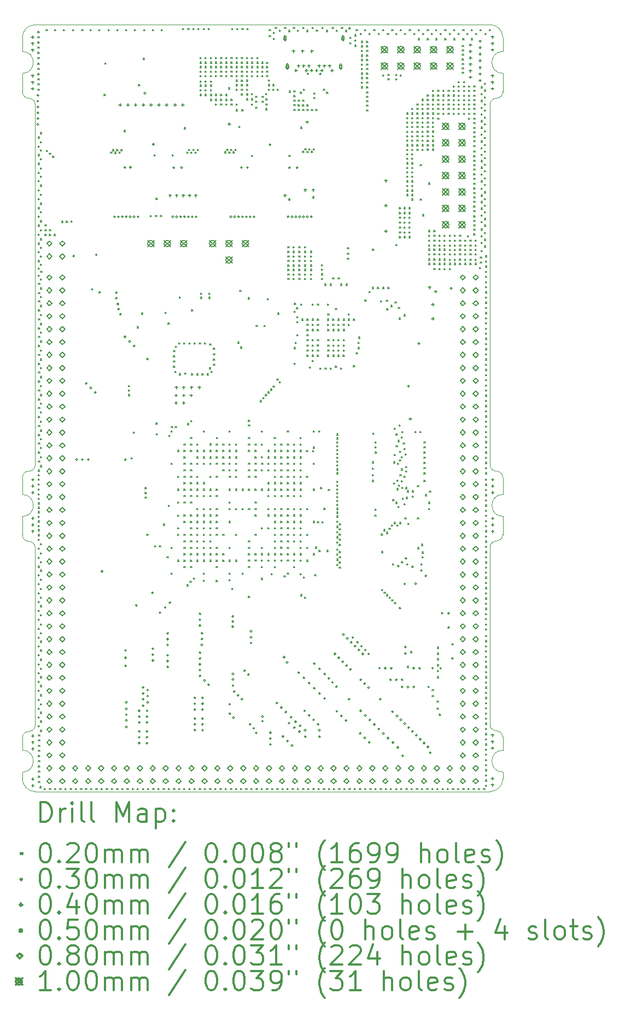
<source format=gbr>
%FSLAX45Y45*%
G04 Gerber Fmt 4.5, Leading zero omitted, Abs format (unit mm)*
G04 Created by KiCad (PCBNEW (5.1.5)-3) date 2020-06-06 15:28:52*
%MOMM*%
%LPD*%
G04 APERTURE LIST*
%TA.AperFunction,Profile*%
%ADD10C,0.050000*%
%TD*%
%ADD11C,0.200000*%
%ADD12C,0.300000*%
G04 APERTURE END LIST*
D10*
X12500Y340000D02*
X12500Y240000D01*
X7452500Y340000D02*
X7452500Y240000D01*
X12500Y11160000D02*
X12500Y10875000D01*
X12500Y11500000D02*
X12500Y11500000D01*
X12500Y4640000D02*
X12500Y4900000D01*
X12500Y680000D02*
X12500Y870000D01*
X12500Y11499853D02*
G75*
G02X12500Y11160147I0J-169853D01*
G01*
X12500Y4639853D02*
G75*
G02X12500Y4300147I0J-169853D01*
G01*
X12500Y680000D02*
G75*
G02X12500Y340000I0J-170000D01*
G01*
X7452500Y11160000D02*
X7452500Y10875000D01*
X7452500Y11160147D02*
G75*
G02X7452500Y11499853I0J169853D01*
G01*
X7452500Y679706D02*
X7452500Y880000D01*
X7452500Y340000D02*
G75*
G02X7452500Y679706I0J169853D01*
G01*
X7452500Y4640000D02*
X7452500Y4900000D01*
X7452500Y4300000D02*
G75*
G02X7452500Y4639706I0J169853D01*
G01*
X7252500Y5100000D02*
X7252500Y10675000D01*
X212500Y3814000D02*
X212500Y1070000D01*
X112500Y3914000D02*
G75*
G02X12500Y4014000I0J100000D01*
G01*
X112500Y3914000D02*
G75*
G02X212500Y3814000I0J-100000D01*
G01*
X12500Y4900000D02*
G75*
G02X112500Y5000000I100000J0D01*
G01*
X12500Y4014000D02*
X12500Y4300000D01*
X212500Y5100000D02*
G75*
G02X112500Y5000000I-100000J0D01*
G01*
X7452500Y4020000D02*
G75*
G02X7352500Y3920000I-100000J0D01*
G01*
X7252500Y3820000D02*
G75*
G02X7352500Y3920000I100000J0D01*
G01*
X7352500Y5000000D02*
G75*
G02X7452500Y4900000I0J-100000D01*
G01*
X7352500Y5000000D02*
G75*
G02X7252500Y5100000I0J100000D01*
G01*
X7452500Y4020000D02*
X7452500Y4300000D01*
X112500Y10775000D02*
G75*
G02X212500Y10675000I0J-100000D01*
G01*
X112500Y10775000D02*
G75*
G02X12500Y10875000I0J100000D01*
G01*
X12500Y11715000D02*
X12500Y11500000D01*
X12500Y11715000D02*
G75*
G02X212500Y11915000I200000J0D01*
G01*
X7252500Y11915000D02*
G75*
G02X7452500Y11715000I0J-200000D01*
G01*
X7452500Y11715000D02*
X7452500Y11500000D01*
X7452500Y10875000D02*
G75*
G02X7352500Y10775000I-100000J0D01*
G01*
X7252500Y10675000D02*
G75*
G02X7352500Y10775000I100000J0D01*
G01*
X12500Y870000D02*
G75*
G02X112500Y970000I100000J0D01*
G01*
X212500Y1070000D02*
G75*
G02X112500Y970000I-100000J0D01*
G01*
X212500Y40000D02*
G75*
G02X12500Y240000I0J200000D01*
G01*
X7452500Y240000D02*
G75*
G02X7252500Y40000I-200000J0D01*
G01*
X7352500Y980000D02*
G75*
G02X7452500Y880000I0J-100000D01*
G01*
X7352500Y980000D02*
G75*
G02X7252500Y1080000I0J100000D01*
G01*
X7252500Y11915000D02*
X212500Y11915000D01*
X7252500Y1080000D02*
X7252500Y3820000D01*
X212500Y40000D02*
X7252500Y40000D01*
X212500Y10675000D02*
X212500Y5100000D01*
D11*
X252500Y11810000D02*
X272500Y11790000D01*
X272500Y11810000D02*
X252500Y11790000D01*
X252500Y11730000D02*
X272500Y11710000D01*
X272500Y11730000D02*
X252500Y11710000D01*
X252500Y11650000D02*
X272500Y11630000D01*
X272500Y11650000D02*
X252500Y11630000D01*
X252500Y11570000D02*
X272500Y11550000D01*
X272500Y11570000D02*
X252500Y11550000D01*
X252500Y11490000D02*
X272500Y11470000D01*
X272500Y11490000D02*
X252500Y11470000D01*
X252500Y11410000D02*
X272500Y11390000D01*
X272500Y11410000D02*
X252500Y11390000D01*
X252500Y11320000D02*
X272500Y11300000D01*
X272500Y11320000D02*
X252500Y11300000D01*
X252500Y11240000D02*
X272500Y11220000D01*
X272500Y11240000D02*
X252500Y11220000D01*
X252500Y11160000D02*
X272500Y11140000D01*
X272500Y11160000D02*
X252500Y11140000D01*
X252500Y11080000D02*
X272500Y11060000D01*
X272500Y11080000D02*
X252500Y11060000D01*
X252500Y11000000D02*
X272500Y10980000D01*
X272500Y11000000D02*
X252500Y10980000D01*
X252500Y10920000D02*
X272500Y10900000D01*
X272500Y10920000D02*
X252500Y10900000D01*
X257500Y8151000D02*
X277500Y8131000D01*
X277500Y8151000D02*
X257500Y8131000D01*
X258100Y5019600D02*
X278100Y4999600D01*
X278100Y5019600D02*
X258100Y4999600D01*
X258100Y4947600D02*
X278100Y4927600D01*
X278100Y4947600D02*
X258100Y4927600D01*
X258100Y4878600D02*
X278100Y4858600D01*
X278100Y4878600D02*
X258100Y4858600D01*
X258100Y4803900D02*
X278100Y4783900D01*
X278100Y4803900D02*
X258100Y4783900D01*
X258100Y4727300D02*
X278100Y4707300D01*
X278100Y4727300D02*
X258100Y4707300D01*
X258100Y4651700D02*
X278100Y4631700D01*
X278100Y4651700D02*
X258100Y4631700D01*
X258100Y4583300D02*
X278100Y4563300D01*
X278100Y4583300D02*
X258100Y4563300D01*
X258100Y4513900D02*
X278100Y4493900D01*
X278100Y4513900D02*
X258100Y4493900D01*
X258500Y10177000D02*
X278500Y10157000D01*
X278500Y10177000D02*
X258500Y10157000D01*
X258500Y10037000D02*
X278500Y10017000D01*
X278500Y10037000D02*
X258500Y10017000D01*
X258500Y9907000D02*
X278500Y9887000D01*
X278500Y9907000D02*
X258500Y9887000D01*
X258500Y9772000D02*
X278500Y9752000D01*
X278500Y9772000D02*
X258500Y9752000D01*
X258500Y9632000D02*
X278500Y9612000D01*
X278500Y9632000D02*
X258500Y9612000D01*
X258500Y9502000D02*
X278500Y9482000D01*
X278500Y9502000D02*
X258500Y9482000D01*
X258500Y9362000D02*
X278500Y9342000D01*
X278500Y9362000D02*
X258500Y9342000D01*
X258700Y4444500D02*
X278700Y4424500D01*
X278700Y4444500D02*
X258700Y4424500D01*
X258700Y4377900D02*
X278700Y4357900D01*
X278700Y4377900D02*
X258700Y4357900D01*
X258700Y4306900D02*
X278700Y4286900D01*
X278700Y4306900D02*
X258700Y4286900D01*
X258700Y4233900D02*
X278700Y4213900D01*
X278700Y4233900D02*
X258700Y4213900D01*
X258700Y4163200D02*
X278700Y4143200D01*
X278700Y4163200D02*
X258700Y4143200D01*
X258700Y4097900D02*
X278700Y4077900D01*
X278700Y4097900D02*
X258700Y4077900D01*
X258700Y4022600D02*
X278700Y4002600D01*
X278700Y4022600D02*
X258700Y4002600D01*
X258700Y3948000D02*
X278700Y3928000D01*
X278700Y3948000D02*
X258700Y3928000D01*
X259500Y8039000D02*
X279500Y8019000D01*
X279500Y8039000D02*
X259500Y8019000D01*
X259500Y3812000D02*
X279500Y3792000D01*
X279500Y3812000D02*
X259500Y3792000D01*
X259500Y3668000D02*
X279500Y3648000D01*
X279500Y3668000D02*
X259500Y3648000D01*
X259500Y3532000D02*
X279500Y3512000D01*
X279500Y3532000D02*
X259500Y3512000D01*
X259500Y3398000D02*
X279500Y3378000D01*
X279500Y3398000D02*
X259500Y3378000D01*
X259500Y3262000D02*
X279500Y3242000D01*
X279500Y3262000D02*
X259500Y3242000D01*
X259500Y3118000D02*
X279500Y3098000D01*
X279500Y3118000D02*
X259500Y3098000D01*
X259500Y2982000D02*
X279500Y2962000D01*
X279500Y2982000D02*
X259500Y2962000D01*
X259500Y2848000D02*
X279500Y2828000D01*
X279500Y2848000D02*
X259500Y2828000D01*
X259500Y2712000D02*
X279500Y2692000D01*
X279500Y2712000D02*
X259500Y2692000D01*
X259500Y2568000D02*
X279500Y2548000D01*
X279500Y2568000D02*
X259500Y2548000D01*
X259500Y2432000D02*
X279500Y2412000D01*
X279500Y2432000D02*
X259500Y2412000D01*
X259500Y2298000D02*
X279500Y2278000D01*
X279500Y2298000D02*
X259500Y2278000D01*
X259500Y2162000D02*
X279500Y2142000D01*
X279500Y2162000D02*
X259500Y2142000D01*
X259500Y2018000D02*
X279500Y1998000D01*
X279500Y2018000D02*
X259500Y1998000D01*
X259500Y1882000D02*
X279500Y1862000D01*
X279500Y1882000D02*
X259500Y1862000D01*
X259500Y1748000D02*
X279500Y1728000D01*
X279500Y1748000D02*
X259500Y1728000D01*
X259500Y1612000D02*
X279500Y1592000D01*
X279500Y1612000D02*
X259500Y1592000D01*
X259500Y1468000D02*
X279500Y1448000D01*
X279500Y1468000D02*
X259500Y1448000D01*
X259500Y1332000D02*
X279500Y1312000D01*
X279500Y1332000D02*
X259500Y1312000D01*
X259500Y1198000D02*
X279500Y1178000D01*
X279500Y1198000D02*
X259500Y1178000D01*
X259500Y1062000D02*
X279500Y1042000D01*
X279500Y1062000D02*
X259500Y1042000D01*
X260500Y9224000D02*
X280500Y9204000D01*
X280500Y9224000D02*
X260500Y9204000D01*
X260500Y9084000D02*
X280500Y9064000D01*
X280500Y9084000D02*
X260500Y9064000D01*
X260500Y8954000D02*
X280500Y8934000D01*
X280500Y8954000D02*
X260500Y8934000D01*
X260500Y8814000D02*
X280500Y8794000D01*
X280500Y8814000D02*
X260500Y8794000D01*
X260500Y8674000D02*
X280500Y8654000D01*
X280500Y8674000D02*
X260500Y8654000D01*
X260500Y8534000D02*
X280500Y8514000D01*
X280500Y8534000D02*
X260500Y8514000D01*
X260500Y8404000D02*
X280500Y8384000D01*
X280500Y8404000D02*
X260500Y8384000D01*
X260500Y8264000D02*
X280500Y8244000D01*
X280500Y8264000D02*
X260500Y8244000D01*
X261500Y7911000D02*
X281500Y7891000D01*
X281500Y7911000D02*
X261500Y7891000D01*
X261500Y7771000D02*
X281500Y7751000D01*
X281500Y7771000D02*
X261500Y7751000D01*
X261500Y7641000D02*
X281500Y7621000D01*
X281500Y7641000D02*
X261500Y7621000D01*
X261500Y7501000D02*
X281500Y7481000D01*
X281500Y7501000D02*
X261500Y7481000D01*
X261500Y7361000D02*
X281500Y7341000D01*
X281500Y7361000D02*
X261500Y7341000D01*
X261500Y7221000D02*
X281500Y7201000D01*
X281500Y7221000D02*
X261500Y7201000D01*
X261500Y7091000D02*
X281500Y7071000D01*
X281500Y7091000D02*
X261500Y7071000D01*
X261500Y6951000D02*
X281500Y6931000D01*
X281500Y6951000D02*
X261500Y6931000D01*
X261500Y6811000D02*
X281500Y6791000D01*
X281500Y6811000D02*
X261500Y6791000D01*
X261500Y6671000D02*
X281500Y6651000D01*
X281500Y6671000D02*
X261500Y6651000D01*
X261500Y6541000D02*
X281500Y6521000D01*
X281500Y6541000D02*
X261500Y6521000D01*
X261500Y6401000D02*
X281500Y6381000D01*
X281500Y6401000D02*
X261500Y6381000D01*
X261500Y6261000D02*
X281500Y6241000D01*
X281500Y6261000D02*
X261500Y6241000D01*
X261500Y6121000D02*
X281500Y6101000D01*
X281500Y6121000D02*
X261500Y6101000D01*
X261500Y5991000D02*
X281500Y5971000D01*
X281500Y5991000D02*
X261500Y5971000D01*
X261500Y5851000D02*
X281500Y5831000D01*
X281500Y5851000D02*
X261500Y5831000D01*
X261500Y5711000D02*
X281500Y5691000D01*
X281500Y5711000D02*
X261500Y5691000D01*
X261500Y5571000D02*
X281500Y5551000D01*
X281500Y5571000D02*
X261500Y5551000D01*
X261500Y5441000D02*
X281500Y5421000D01*
X281500Y5441000D02*
X261500Y5421000D01*
X261500Y5301000D02*
X281500Y5281000D01*
X281500Y5301000D02*
X261500Y5281000D01*
X261500Y5161000D02*
X281500Y5141000D01*
X281500Y5161000D02*
X261500Y5141000D01*
X262500Y920000D02*
X282500Y900000D01*
X282500Y920000D02*
X262500Y900000D01*
X262500Y840000D02*
X282500Y820000D01*
X282500Y840000D02*
X262500Y820000D01*
X262500Y760000D02*
X282500Y740000D01*
X282500Y760000D02*
X262500Y740000D01*
X262500Y680000D02*
X282500Y660000D01*
X282500Y680000D02*
X262500Y660000D01*
X262500Y600000D02*
X282500Y580000D01*
X282500Y600000D02*
X262500Y580000D01*
X262500Y520000D02*
X282500Y500000D01*
X282500Y520000D02*
X262500Y500000D01*
X262500Y440000D02*
X282500Y420000D01*
X282500Y440000D02*
X262500Y420000D01*
X262500Y360000D02*
X282500Y340000D01*
X282500Y360000D02*
X262500Y340000D01*
X262500Y280000D02*
X282500Y260000D01*
X282500Y280000D02*
X262500Y260000D01*
X262500Y200000D02*
X282500Y180000D01*
X282500Y200000D02*
X262500Y180000D01*
X282500Y120000D02*
X302500Y100000D01*
X302500Y120000D02*
X282500Y100000D01*
X289500Y10246000D02*
X309500Y10226000D01*
X309500Y10246000D02*
X289500Y10226000D01*
X289500Y10106000D02*
X309500Y10086000D01*
X309500Y10106000D02*
X289500Y10086000D01*
X289500Y9976000D02*
X309500Y9956000D01*
X309500Y9976000D02*
X289500Y9956000D01*
X289500Y9841000D02*
X309500Y9821000D01*
X309500Y9841000D02*
X289500Y9821000D01*
X289500Y9701000D02*
X309500Y9681000D01*
X309500Y9701000D02*
X289500Y9681000D01*
X289500Y9571000D02*
X309500Y9551000D01*
X309500Y9571000D02*
X289500Y9551000D01*
X289500Y9431000D02*
X309500Y9411000D01*
X309500Y9431000D02*
X289500Y9411000D01*
X291500Y9293000D02*
X311500Y9273000D01*
X311500Y9293000D02*
X291500Y9273000D01*
X291500Y9153000D02*
X311500Y9133000D01*
X311500Y9153000D02*
X291500Y9133000D01*
X291500Y9023000D02*
X311500Y9003000D01*
X311500Y9023000D02*
X291500Y9003000D01*
X291500Y8883000D02*
X311500Y8863000D01*
X311500Y8883000D02*
X291500Y8863000D01*
X291500Y8743000D02*
X311500Y8723000D01*
X311500Y8743000D02*
X291500Y8723000D01*
X291500Y8603000D02*
X311500Y8583000D01*
X311500Y8603000D02*
X291500Y8583000D01*
X291500Y8473000D02*
X311500Y8453000D01*
X311500Y8473000D02*
X291500Y8453000D01*
X291500Y8333000D02*
X311500Y8313000D01*
X311500Y8333000D02*
X291500Y8313000D01*
X291500Y8206000D02*
X311500Y8186000D01*
X311500Y8206000D02*
X291500Y8186000D01*
X292500Y7980000D02*
X312500Y7960000D01*
X312500Y7980000D02*
X292500Y7960000D01*
X292500Y7840000D02*
X312500Y7820000D01*
X312500Y7840000D02*
X292500Y7820000D01*
X292500Y7710000D02*
X312500Y7690000D01*
X312500Y7710000D02*
X292500Y7690000D01*
X292500Y7570000D02*
X312500Y7550000D01*
X312500Y7570000D02*
X292500Y7550000D01*
X292500Y7430000D02*
X312500Y7410000D01*
X312500Y7430000D02*
X292500Y7410000D01*
X292500Y7290000D02*
X312500Y7270000D01*
X312500Y7290000D02*
X292500Y7270000D01*
X292500Y7160000D02*
X312500Y7140000D01*
X312500Y7160000D02*
X292500Y7140000D01*
X292500Y7020000D02*
X312500Y7000000D01*
X312500Y7020000D02*
X292500Y7000000D01*
X292500Y6880000D02*
X312500Y6860000D01*
X312500Y6880000D02*
X292500Y6860000D01*
X292500Y6740000D02*
X312500Y6720000D01*
X312500Y6740000D02*
X292500Y6720000D01*
X292500Y6610000D02*
X312500Y6590000D01*
X312500Y6610000D02*
X292500Y6590000D01*
X292500Y6470000D02*
X312500Y6450000D01*
X312500Y6470000D02*
X292500Y6450000D01*
X292500Y6330000D02*
X312500Y6310000D01*
X312500Y6330000D02*
X292500Y6310000D01*
X292500Y6190000D02*
X312500Y6170000D01*
X312500Y6190000D02*
X292500Y6170000D01*
X292500Y6060000D02*
X312500Y6040000D01*
X312500Y6060000D02*
X292500Y6040000D01*
X292500Y5920000D02*
X312500Y5900000D01*
X312500Y5920000D02*
X292500Y5900000D01*
X292500Y5780000D02*
X312500Y5760000D01*
X312500Y5780000D02*
X292500Y5760000D01*
X292500Y5640000D02*
X312500Y5620000D01*
X312500Y5640000D02*
X292500Y5620000D01*
X292500Y5510000D02*
X312500Y5490000D01*
X312500Y5510000D02*
X292500Y5490000D01*
X292500Y5370000D02*
X312500Y5350000D01*
X312500Y5370000D02*
X292500Y5350000D01*
X292500Y5230000D02*
X312500Y5210000D01*
X312500Y5230000D02*
X292500Y5210000D01*
X292500Y5090000D02*
X312500Y5070000D01*
X312500Y5090000D02*
X292500Y5070000D01*
X292500Y3884000D02*
X312500Y3864000D01*
X312500Y3884000D02*
X292500Y3864000D01*
X292500Y3740000D02*
X312500Y3720000D01*
X312500Y3740000D02*
X292500Y3720000D01*
X292500Y3604000D02*
X312500Y3584000D01*
X312500Y3604000D02*
X292500Y3584000D01*
X292500Y3470000D02*
X312500Y3450000D01*
X312500Y3470000D02*
X292500Y3450000D01*
X292500Y3334000D02*
X312500Y3314000D01*
X312500Y3334000D02*
X292500Y3314000D01*
X292500Y3190000D02*
X312500Y3170000D01*
X312500Y3190000D02*
X292500Y3170000D01*
X292500Y3054000D02*
X312500Y3034000D01*
X312500Y3054000D02*
X292500Y3034000D01*
X292500Y2920000D02*
X312500Y2900000D01*
X312500Y2920000D02*
X292500Y2900000D01*
X292500Y2784000D02*
X312500Y2764000D01*
X312500Y2784000D02*
X292500Y2764000D01*
X292500Y2640000D02*
X312500Y2620000D01*
X312500Y2640000D02*
X292500Y2620000D01*
X292500Y2504000D02*
X312500Y2484000D01*
X312500Y2504000D02*
X292500Y2484000D01*
X292500Y2370000D02*
X312500Y2350000D01*
X312500Y2370000D02*
X292500Y2350000D01*
X292500Y2234000D02*
X312500Y2214000D01*
X312500Y2234000D02*
X292500Y2214000D01*
X292500Y2090000D02*
X312500Y2070000D01*
X312500Y2090000D02*
X292500Y2070000D01*
X292500Y1954000D02*
X312500Y1934000D01*
X312500Y1954000D02*
X292500Y1934000D01*
X292500Y1820000D02*
X312500Y1800000D01*
X312500Y1820000D02*
X292500Y1800000D01*
X292500Y1684000D02*
X312500Y1664000D01*
X312500Y1684000D02*
X292500Y1664000D01*
X292500Y1540000D02*
X312500Y1520000D01*
X312500Y1540000D02*
X292500Y1520000D01*
X292500Y1404000D02*
X312500Y1384000D01*
X312500Y1404000D02*
X292500Y1384000D01*
X292500Y1270000D02*
X312500Y1250000D01*
X312500Y1270000D02*
X292500Y1250000D01*
X292500Y1134000D02*
X312500Y1114000D01*
X312500Y1134000D02*
X292500Y1114000D01*
X292500Y990000D02*
X312500Y970000D01*
X312500Y990000D02*
X292500Y970000D01*
X294500Y8097000D02*
X314500Y8077000D01*
X314500Y8097000D02*
X294500Y8077000D01*
X352500Y90000D02*
X372500Y70000D01*
X372500Y90000D02*
X352500Y70000D01*
X362500Y8820000D02*
X382500Y8800000D01*
X382500Y8820000D02*
X362500Y8800000D01*
X362500Y8743000D02*
X382500Y8723000D01*
X382500Y8743000D02*
X362500Y8723000D01*
X362500Y8670000D02*
X382500Y8650000D01*
X382500Y8670000D02*
X362500Y8650000D01*
X379500Y11840000D02*
X399500Y11820000D01*
X399500Y11840000D02*
X379500Y11820000D01*
X385000Y9967500D02*
X405000Y9947500D01*
X405000Y9967500D02*
X385000Y9947500D01*
X432500Y9927500D02*
X452500Y9907500D01*
X452500Y9927500D02*
X432500Y9907500D01*
X432500Y8743000D02*
X452500Y8723000D01*
X452500Y8743000D02*
X432500Y8723000D01*
X432500Y8670000D02*
X452500Y8650000D01*
X452500Y8670000D02*
X432500Y8650000D01*
X432500Y90000D02*
X452500Y70000D01*
X452500Y90000D02*
X432500Y70000D01*
X482500Y9880000D02*
X502500Y9860000D01*
X502500Y9880000D02*
X482500Y9860000D01*
X502500Y8670000D02*
X522500Y8650000D01*
X522500Y8670000D02*
X502500Y8650000D01*
X512500Y11840000D02*
X532500Y11820000D01*
X532500Y11840000D02*
X512500Y11820000D01*
X512500Y90000D02*
X532500Y70000D01*
X532500Y90000D02*
X512500Y70000D01*
X592500Y90000D02*
X612500Y70000D01*
X612500Y90000D02*
X592500Y70000D01*
X623500Y8874000D02*
X643500Y8854000D01*
X643500Y8874000D02*
X623500Y8854000D01*
X649500Y11840000D02*
X669500Y11820000D01*
X669500Y11840000D02*
X649500Y11820000D01*
X672500Y90000D02*
X692500Y70000D01*
X692500Y90000D02*
X672500Y70000D01*
X693500Y8873667D02*
X713500Y8853667D01*
X713500Y8873667D02*
X693500Y8853667D01*
X752500Y90000D02*
X772500Y70000D01*
X772500Y90000D02*
X752500Y70000D01*
X763500Y8875000D02*
X783500Y8855000D01*
X783500Y8875000D02*
X763500Y8855000D01*
X792500Y11840000D02*
X812500Y11820000D01*
X812500Y11840000D02*
X792500Y11820000D01*
X832500Y90000D02*
X852500Y70000D01*
X852500Y90000D02*
X832500Y70000D01*
X912500Y90000D02*
X932500Y70000D01*
X932500Y90000D02*
X912500Y70000D01*
X929500Y11840000D02*
X949500Y11820000D01*
X949500Y11840000D02*
X929500Y11820000D01*
X991500Y90000D02*
X1011500Y70000D01*
X1011500Y90000D02*
X991500Y70000D01*
X1062500Y11840000D02*
X1082500Y11820000D01*
X1082500Y11840000D02*
X1062500Y11820000D01*
X1072500Y90000D02*
X1092500Y70000D01*
X1092500Y90000D02*
X1072500Y70000D01*
X1087500Y7830000D02*
X1107500Y7810000D01*
X1107500Y7830000D02*
X1087500Y7810000D01*
X1152500Y90000D02*
X1172500Y70000D01*
X1172500Y90000D02*
X1152500Y70000D01*
X1199500Y11840000D02*
X1219500Y11820000D01*
X1219500Y11840000D02*
X1199500Y11820000D01*
X1232500Y90000D02*
X1252500Y70000D01*
X1252500Y90000D02*
X1232500Y70000D01*
X1279500Y10837000D02*
X1299500Y10817000D01*
X1299500Y10837000D02*
X1279500Y10817000D01*
X1288500Y11326000D02*
X1308500Y11306000D01*
X1308500Y11326000D02*
X1288500Y11306000D01*
X1312500Y90000D02*
X1332500Y70000D01*
X1332500Y90000D02*
X1312500Y70000D01*
X1342500Y11840000D02*
X1362500Y11820000D01*
X1362500Y11840000D02*
X1342500Y11820000D01*
X1379500Y9942000D02*
X1399500Y9922000D01*
X1399500Y9942000D02*
X1379500Y9922000D01*
X1392500Y90000D02*
X1412500Y70000D01*
X1412500Y90000D02*
X1392500Y70000D01*
X1408500Y9981000D02*
X1428500Y9961000D01*
X1428500Y9981000D02*
X1408500Y9961000D01*
X1442500Y9941000D02*
X1462500Y9921000D01*
X1462500Y9941000D02*
X1442500Y9921000D01*
X1472500Y90000D02*
X1492500Y70000D01*
X1492500Y90000D02*
X1472500Y70000D01*
X1473500Y9981000D02*
X1493500Y9961000D01*
X1493500Y9981000D02*
X1473500Y9961000D01*
X1479500Y11840000D02*
X1499500Y11820000D01*
X1499500Y11840000D02*
X1479500Y11820000D01*
X1509500Y9942000D02*
X1529500Y9922000D01*
X1529500Y9942000D02*
X1509500Y9922000D01*
X1539500Y9981000D02*
X1559500Y9961000D01*
X1559500Y9981000D02*
X1539500Y9961000D01*
X1552500Y90000D02*
X1572500Y70000D01*
X1572500Y90000D02*
X1552500Y70000D01*
X1588500Y10280000D02*
X1608500Y10260000D01*
X1608500Y10280000D02*
X1588500Y10260000D01*
X1612500Y11840000D02*
X1632500Y11820000D01*
X1632500Y11840000D02*
X1612500Y11820000D01*
X1632500Y90000D02*
X1652500Y70000D01*
X1652500Y90000D02*
X1632500Y70000D01*
X1652500Y6330000D02*
X1672500Y6310000D01*
X1672500Y6330000D02*
X1652500Y6310000D01*
X1652500Y6260000D02*
X1672500Y6240000D01*
X1672500Y6260000D02*
X1652500Y6240000D01*
X1652500Y6190000D02*
X1672500Y6170000D01*
X1672500Y6190000D02*
X1652500Y6170000D01*
X1699236Y5209908D02*
X1719236Y5189908D01*
X1719236Y5209908D02*
X1699236Y5189908D01*
X1711500Y90000D02*
X1731500Y70000D01*
X1731500Y90000D02*
X1711500Y70000D01*
X1729236Y5609908D02*
X1749236Y5589908D01*
X1749236Y5609908D02*
X1729236Y5589908D01*
X1749500Y11840000D02*
X1769500Y11820000D01*
X1769500Y11840000D02*
X1749500Y11820000D01*
X1792500Y7238690D02*
X1812500Y7218690D01*
X1812500Y7238690D02*
X1792500Y7218690D01*
X1792500Y90000D02*
X1812500Y70000D01*
X1812500Y90000D02*
X1792500Y70000D01*
X1810500Y10990000D02*
X1830500Y10970000D01*
X1830500Y10990000D02*
X1810500Y10970000D01*
X1857500Y7451000D02*
X1877500Y7431000D01*
X1877500Y7451000D02*
X1857500Y7431000D01*
X1872500Y90000D02*
X1892500Y70000D01*
X1892500Y90000D02*
X1872500Y70000D01*
X1885000Y11397500D02*
X1905000Y11377500D01*
X1905000Y11397500D02*
X1885000Y11377500D01*
X1892500Y11840000D02*
X1912500Y11820000D01*
X1912500Y11840000D02*
X1892500Y11820000D01*
X1914538Y4750210D02*
X1934538Y4730210D01*
X1934538Y4750210D02*
X1914538Y4730210D01*
X1914538Y4675210D02*
X1934538Y4655210D01*
X1934538Y4675210D02*
X1914538Y4655210D01*
X1914538Y4600210D02*
X1934538Y4580210D01*
X1934538Y4600210D02*
X1914538Y4580210D01*
X1937038Y4027710D02*
X1957038Y4007710D01*
X1957038Y4027710D02*
X1937038Y4007710D01*
X1952500Y90000D02*
X1972500Y70000D01*
X1972500Y90000D02*
X1952500Y70000D01*
X1995000Y8960000D02*
X2015000Y8940000D01*
X2015000Y8960000D02*
X1995000Y8940000D01*
X2029500Y11840000D02*
X2049500Y11820000D01*
X2049500Y11840000D02*
X2029500Y11820000D01*
X2032500Y90000D02*
X2052500Y70000D01*
X2052500Y90000D02*
X2032500Y70000D01*
X2052500Y9900000D02*
X2072500Y9880000D01*
X2072500Y9900000D02*
X2052500Y9880000D01*
X2060528Y3847324D02*
X2080528Y3827324D01*
X2080528Y3847324D02*
X2060528Y3827324D01*
X2072500Y8960000D02*
X2092500Y8940000D01*
X2092500Y8960000D02*
X2072500Y8940000D01*
X2082500Y9230000D02*
X2102500Y9210000D01*
X2102500Y9230000D02*
X2082500Y9210000D01*
X2082500Y5750000D02*
X2102500Y5730000D01*
X2102500Y5750000D02*
X2082500Y5730000D01*
X2084538Y5585210D02*
X2104538Y5565210D01*
X2104538Y5585210D02*
X2084538Y5565210D01*
X2112500Y90000D02*
X2132500Y70000D01*
X2132500Y90000D02*
X2112500Y70000D01*
X2134538Y3850210D02*
X2154538Y3830210D01*
X2154538Y3850210D02*
X2134538Y3830210D01*
X2150000Y8960000D02*
X2170000Y8940000D01*
X2170000Y8960000D02*
X2150000Y8940000D01*
X2162500Y11840000D02*
X2182500Y11820000D01*
X2182500Y11840000D02*
X2162500Y11820000D01*
X2192500Y90000D02*
X2212500Y70000D01*
X2212500Y90000D02*
X2192500Y70000D01*
X2194538Y4182710D02*
X2214538Y4162710D01*
X2214538Y4182710D02*
X2194538Y4162710D01*
X2223500Y7465000D02*
X2243500Y7445000D01*
X2243500Y7465000D02*
X2223500Y7445000D01*
X2252038Y3677710D02*
X2272038Y3657710D01*
X2272038Y3677710D02*
X2252038Y3657710D01*
X2268500Y7299000D02*
X2288500Y7279000D01*
X2288500Y7299000D02*
X2268500Y7279000D01*
X2272500Y90000D02*
X2292500Y70000D01*
X2292500Y90000D02*
X2272500Y70000D01*
X2274588Y4475260D02*
X2294588Y4455260D01*
X2294588Y4475260D02*
X2274588Y4455260D01*
X2281500Y5558000D02*
X2301500Y5538000D01*
X2301500Y5558000D02*
X2281500Y5538000D01*
X2314438Y5625262D02*
X2334438Y5605262D01*
X2334438Y5625262D02*
X2314438Y5605262D01*
X2314454Y5125260D02*
X2334454Y5105260D01*
X2334454Y5125260D02*
X2314454Y5105260D01*
X2314454Y3825260D02*
X2334454Y3805260D01*
X2334454Y3825260D02*
X2314454Y3805260D01*
X2314484Y3425304D02*
X2334484Y3405304D01*
X2334484Y3425304D02*
X2314484Y3405304D01*
X2319500Y5696000D02*
X2339500Y5676000D01*
X2339500Y5696000D02*
X2319500Y5676000D01*
X2333500Y9904000D02*
X2353500Y9884000D01*
X2353500Y9904000D02*
X2333500Y9884000D01*
X2352500Y6870000D02*
X2372500Y6850000D01*
X2372500Y6870000D02*
X2352500Y6850000D01*
X2352500Y6790000D02*
X2372500Y6770000D01*
X2372500Y6790000D02*
X2352500Y6770000D01*
X2352500Y6710000D02*
X2372500Y6690000D01*
X2372500Y6710000D02*
X2352500Y6690000D01*
X2352500Y6630000D02*
X2372500Y6610000D01*
X2372500Y6630000D02*
X2352500Y6610000D01*
X2352500Y90000D02*
X2372500Y70000D01*
X2372500Y90000D02*
X2352500Y70000D01*
X2372500Y6550000D02*
X2392500Y6530000D01*
X2392500Y6550000D02*
X2372500Y6530000D01*
X2379500Y5696000D02*
X2399500Y5676000D01*
X2399500Y5696000D02*
X2379500Y5676000D01*
X2382500Y6940000D02*
X2402500Y6920000D01*
X2402500Y6940000D02*
X2382500Y6920000D01*
X2414440Y5325260D02*
X2434440Y5305260D01*
X2434440Y5325260D02*
X2414440Y5305260D01*
X2414440Y4925260D02*
X2434440Y4905260D01*
X2434440Y4925260D02*
X2414440Y4905260D01*
X2414447Y4025267D02*
X2434447Y4005267D01*
X2434447Y4025267D02*
X2414447Y4005267D01*
X2414447Y3625267D02*
X2434447Y3605267D01*
X2434447Y3625267D02*
X2414447Y3605267D01*
X2414514Y4725186D02*
X2434514Y4705186D01*
X2434514Y4725186D02*
X2414514Y4705186D01*
X2414538Y4525162D02*
X2434538Y4505162D01*
X2434538Y4525162D02*
X2414538Y4505162D01*
X2414538Y4320209D02*
X2434538Y4300209D01*
X2434538Y4320209D02*
X2414538Y4300209D01*
X2414688Y4125360D02*
X2434688Y4105360D01*
X2434688Y4125360D02*
X2414688Y4105360D01*
X2431500Y90000D02*
X2451500Y70000D01*
X2451500Y90000D02*
X2431500Y70000D01*
X2432500Y6990000D02*
X2452500Y6970000D01*
X2452500Y6990000D02*
X2432500Y6970000D01*
X2442500Y6510000D02*
X2462500Y6490000D01*
X2462500Y6510000D02*
X2442500Y6490000D01*
X2443030Y7700530D02*
X2463030Y7680530D01*
X2463030Y7700530D02*
X2443030Y7680530D01*
X2492500Y11857312D02*
X2512500Y11837312D01*
X2512500Y11857312D02*
X2492500Y11837312D01*
X2512500Y6990000D02*
X2532500Y6970000D01*
X2532500Y6990000D02*
X2512500Y6970000D01*
X2512500Y90000D02*
X2532500Y70000D01*
X2532500Y90000D02*
X2512500Y70000D01*
X2514340Y4625360D02*
X2534340Y4605360D01*
X2534340Y4625360D02*
X2514340Y4605360D01*
X2514538Y4525162D02*
X2534538Y4505162D01*
X2534538Y4525162D02*
X2514538Y4505162D01*
X2514540Y5425160D02*
X2534540Y5405160D01*
X2534540Y5425160D02*
X2514540Y5405160D01*
X2514540Y5325160D02*
X2534540Y5305160D01*
X2534540Y5325160D02*
X2514540Y5305160D01*
X2514540Y5225160D02*
X2534540Y5205160D01*
X2534540Y5225160D02*
X2514540Y5205160D01*
X2514540Y5125160D02*
X2534540Y5105160D01*
X2534540Y5125160D02*
X2514540Y5105160D01*
X2514540Y5025160D02*
X2534540Y5005160D01*
X2534540Y5025160D02*
X2514540Y5005160D01*
X2514540Y4925160D02*
X2534540Y4905160D01*
X2534540Y4925160D02*
X2514540Y4905160D01*
X2514540Y4825160D02*
X2534540Y4805160D01*
X2534540Y4825160D02*
X2514540Y4805160D01*
X2514540Y4725160D02*
X2534540Y4705160D01*
X2534540Y4725160D02*
X2514540Y4705160D01*
X2514540Y4325360D02*
X2534540Y4305360D01*
X2534540Y4325360D02*
X2514540Y4305360D01*
X2514540Y4225360D02*
X2534540Y4205360D01*
X2534540Y4225360D02*
X2514540Y4205360D01*
X2514540Y4025360D02*
X2534540Y4005360D01*
X2534540Y4025360D02*
X2514540Y4005360D01*
X2514540Y3925360D02*
X2534540Y3905360D01*
X2534540Y3925360D02*
X2514540Y3905360D01*
X2514540Y3825360D02*
X2534540Y3805360D01*
X2534540Y3825360D02*
X2514540Y3805360D01*
X2514540Y3725360D02*
X2534540Y3705360D01*
X2534540Y3725360D02*
X2514540Y3705360D01*
X2514540Y3625360D02*
X2534540Y3605360D01*
X2534540Y3625360D02*
X2514540Y3605360D01*
X2514540Y3525360D02*
X2534540Y3505360D01*
X2534540Y3525360D02*
X2514540Y3505360D01*
X2517500Y10322000D02*
X2537500Y10302000D01*
X2537500Y10322000D02*
X2517500Y10302000D01*
X2525040Y6524000D02*
X2545040Y6504000D01*
X2545040Y6524000D02*
X2525040Y6504000D01*
X2559500Y9946000D02*
X2579500Y9926000D01*
X2579500Y9946000D02*
X2559500Y9926000D01*
X2561616Y3243674D02*
X2581616Y3223674D01*
X2581616Y3243674D02*
X2561616Y3223674D01*
X2570500Y5742000D02*
X2590500Y5722000D01*
X2590500Y5742000D02*
X2570500Y5722000D01*
X2572500Y11857312D02*
X2592500Y11837312D01*
X2592500Y11857312D02*
X2572500Y11837312D01*
X2588500Y9985000D02*
X2608500Y9965000D01*
X2608500Y9985000D02*
X2588500Y9965000D01*
X2592500Y6990000D02*
X2612500Y6970000D01*
X2612500Y6990000D02*
X2592500Y6970000D01*
X2592500Y90000D02*
X2612500Y70000D01*
X2612500Y90000D02*
X2592500Y70000D01*
X2607082Y3296252D02*
X2627082Y3276252D01*
X2627082Y3296252D02*
X2607082Y3276252D01*
X2614259Y4325079D02*
X2634259Y4305079D01*
X2634259Y4325079D02*
X2614259Y4305079D01*
X2614340Y4625360D02*
X2634340Y4605360D01*
X2634340Y4625360D02*
X2614340Y4605360D01*
X2614340Y4225160D02*
X2634340Y4205160D01*
X2634340Y4225160D02*
X2614340Y4205160D01*
X2614340Y4025160D02*
X2634340Y4005160D01*
X2634340Y4025160D02*
X2614340Y4005160D01*
X2614359Y5024979D02*
X2634359Y5004979D01*
X2634359Y5024979D02*
X2614359Y5004979D01*
X2614440Y4125260D02*
X2634440Y4105260D01*
X2634440Y4125260D02*
X2614440Y4105260D01*
X2614538Y4525162D02*
X2634538Y4505162D01*
X2634538Y4525162D02*
X2614538Y4505162D01*
X2614540Y5425160D02*
X2634540Y5405160D01*
X2634540Y5425160D02*
X2614540Y5405160D01*
X2614540Y5325160D02*
X2634540Y5305160D01*
X2634540Y5325160D02*
X2614540Y5305160D01*
X2614540Y4925160D02*
X2634540Y4905160D01*
X2634540Y4925160D02*
X2614540Y4905160D01*
X2614540Y4825160D02*
X2634540Y4805160D01*
X2634540Y4825160D02*
X2614540Y4805160D01*
X2614540Y4725160D02*
X2634540Y4705160D01*
X2634540Y4725160D02*
X2614540Y4705160D01*
X2614540Y3925360D02*
X2634540Y3905360D01*
X2634540Y3925360D02*
X2614540Y3905360D01*
X2614540Y3825360D02*
X2634540Y3805360D01*
X2634540Y3825360D02*
X2614540Y3805360D01*
X2614540Y3725360D02*
X2634540Y3705360D01*
X2634540Y3725360D02*
X2614540Y3705360D01*
X2614540Y3625360D02*
X2634540Y3605360D01*
X2634540Y3625360D02*
X2614540Y3605360D01*
X2614540Y3525360D02*
X2634540Y3505360D01*
X2634540Y3525360D02*
X2614540Y3505360D01*
X2614721Y5125342D02*
X2634721Y5105342D01*
X2634721Y5125342D02*
X2614721Y5105342D01*
X2616840Y5522860D02*
X2636840Y5502860D01*
X2636840Y5522860D02*
X2616840Y5502860D01*
X2618500Y5787000D02*
X2638500Y5767000D01*
X2638500Y5787000D02*
X2618500Y5767000D01*
X2622500Y9945000D02*
X2642500Y9925000D01*
X2642500Y9945000D02*
X2622500Y9925000D01*
X2632118Y7500912D02*
X2652118Y7480912D01*
X2652118Y7500912D02*
X2632118Y7480912D01*
X2632500Y6510000D02*
X2652500Y6490000D01*
X2652500Y6510000D02*
X2632500Y6490000D01*
X2652500Y11857312D02*
X2672500Y11837312D01*
X2672500Y11857312D02*
X2652500Y11837312D01*
X2653500Y9985000D02*
X2673500Y9965000D01*
X2673500Y9985000D02*
X2653500Y9965000D01*
X2664440Y3347612D02*
X2684440Y3327612D01*
X2684440Y3347612D02*
X2664440Y3327612D01*
X2672500Y6990000D02*
X2692500Y6970000D01*
X2692500Y6990000D02*
X2672500Y6970000D01*
X2672500Y90000D02*
X2692500Y70000D01*
X2692500Y90000D02*
X2672500Y70000D01*
X2689500Y9946000D02*
X2709500Y9926000D01*
X2709500Y9946000D02*
X2689500Y9926000D01*
X2712500Y6510000D02*
X2732500Y6490000D01*
X2732500Y6510000D02*
X2712500Y6490000D01*
X2714340Y4625360D02*
X2734340Y4605360D01*
X2734340Y4625360D02*
X2714340Y4605360D01*
X2714340Y4425160D02*
X2734340Y4405160D01*
X2734340Y4425160D02*
X2714340Y4405160D01*
X2714540Y5425160D02*
X2734540Y5405160D01*
X2734540Y5425160D02*
X2714540Y5405160D01*
X2714540Y5325160D02*
X2734540Y5305160D01*
X2734540Y5325160D02*
X2714540Y5305160D01*
X2714540Y5225160D02*
X2734540Y5205160D01*
X2734540Y5225160D02*
X2714540Y5205160D01*
X2714540Y5125160D02*
X2734540Y5105160D01*
X2734540Y5125160D02*
X2714540Y5105160D01*
X2714540Y4925160D02*
X2734540Y4905160D01*
X2734540Y4925160D02*
X2714540Y4905160D01*
X2714540Y4825160D02*
X2734540Y4805160D01*
X2734540Y4825160D02*
X2714540Y4805160D01*
X2714540Y4725160D02*
X2734540Y4705160D01*
X2734540Y4725160D02*
X2714540Y4705160D01*
X2714540Y4325360D02*
X2734540Y4305360D01*
X2734540Y4325360D02*
X2714540Y4305360D01*
X2714540Y4225360D02*
X2734540Y4205360D01*
X2734540Y4225360D02*
X2714540Y4205360D01*
X2714540Y4125360D02*
X2734540Y4105360D01*
X2734540Y4125360D02*
X2714540Y4105360D01*
X2714540Y4025360D02*
X2734540Y4005360D01*
X2734540Y4025360D02*
X2714540Y4005360D01*
X2714540Y3925360D02*
X2734540Y3905360D01*
X2734540Y3925360D02*
X2714540Y3905360D01*
X2714540Y3825360D02*
X2734540Y3805360D01*
X2734540Y3825360D02*
X2714540Y3805360D01*
X2714540Y3725360D02*
X2734540Y3705360D01*
X2734540Y3725360D02*
X2714540Y3705360D01*
X2714540Y3625360D02*
X2734540Y3605360D01*
X2734540Y3625360D02*
X2714540Y3605360D01*
X2719500Y9985000D02*
X2739500Y9965000D01*
X2739500Y9985000D02*
X2719500Y9965000D01*
X2732500Y11857312D02*
X2752500Y11837312D01*
X2752500Y11857312D02*
X2732500Y11837312D01*
X2752500Y6990000D02*
X2772500Y6970000D01*
X2772500Y6990000D02*
X2752500Y6970000D01*
X2752500Y90000D02*
X2772500Y70000D01*
X2772500Y90000D02*
X2752500Y70000D01*
X2762500Y11411412D02*
X2782500Y11391412D01*
X2782500Y11411412D02*
X2762500Y11391412D01*
X2762500Y11337312D02*
X2782500Y11317312D01*
X2782500Y11337312D02*
X2762500Y11317312D01*
X2762500Y11270000D02*
X2782500Y11250000D01*
X2782500Y11270000D02*
X2762500Y11250000D01*
X2762500Y11200000D02*
X2782500Y11180000D01*
X2782500Y11200000D02*
X2762500Y11180000D01*
X2762500Y11127312D02*
X2782500Y11107312D01*
X2782500Y11127312D02*
X2762500Y11107312D01*
X2762500Y11047312D02*
X2782500Y11027312D01*
X2782500Y11047312D02*
X2762500Y11027312D01*
X2762500Y10980000D02*
X2782500Y10960000D01*
X2782500Y10980000D02*
X2762500Y10960000D01*
X2762500Y10910000D02*
X2782500Y10890000D01*
X2782500Y10910000D02*
X2762500Y10890000D01*
X2762500Y10837312D02*
X2782500Y10817312D01*
X2782500Y10837312D02*
X2762500Y10817312D01*
X2773800Y7696600D02*
X2793800Y7676600D01*
X2793800Y7696600D02*
X2773800Y7676600D01*
X2774030Y7760912D02*
X2794030Y7740912D01*
X2794030Y7760912D02*
X2774030Y7740912D01*
X2792500Y6510000D02*
X2812500Y6490000D01*
X2812500Y6510000D02*
X2792500Y6490000D01*
X2812500Y11857312D02*
X2832500Y11837312D01*
X2832500Y11857312D02*
X2812500Y11837312D01*
X2814340Y4625360D02*
X2834340Y4605360D01*
X2834340Y4625360D02*
X2814340Y4605360D01*
X2814340Y4425160D02*
X2834340Y4405160D01*
X2834340Y4425160D02*
X2814340Y4405160D01*
X2814432Y5625282D02*
X2834432Y5605282D01*
X2834432Y5625282D02*
X2814432Y5605282D01*
X2814432Y3425282D02*
X2834432Y3405282D01*
X2834432Y3425282D02*
X2814432Y3405282D01*
X2814440Y3925260D02*
X2834440Y3905260D01*
X2834440Y3925260D02*
X2814440Y3905260D01*
X2814538Y3312711D02*
X2834538Y3292711D01*
X2834538Y3312711D02*
X2814538Y3292711D01*
X2814540Y5325160D02*
X2834540Y5305160D01*
X2834540Y5325160D02*
X2814540Y5305160D01*
X2814540Y5125160D02*
X2834540Y5105160D01*
X2834540Y5125160D02*
X2814540Y5105160D01*
X2814540Y4825160D02*
X2834540Y4805160D01*
X2834540Y4825160D02*
X2814540Y4805160D01*
X2814540Y4725160D02*
X2834540Y4705160D01*
X2834540Y4725160D02*
X2814540Y4705160D01*
X2814540Y4325360D02*
X2834540Y4305360D01*
X2834540Y4325360D02*
X2814540Y4305360D01*
X2814540Y4225360D02*
X2834540Y4205360D01*
X2834540Y4225360D02*
X2814540Y4205360D01*
X2814540Y4125360D02*
X2834540Y4105360D01*
X2834540Y4125360D02*
X2814540Y4105360D01*
X2814540Y4025360D02*
X2834540Y4005360D01*
X2834540Y4025360D02*
X2814540Y4005360D01*
X2814540Y3825360D02*
X2834540Y3805360D01*
X2834540Y3825360D02*
X2814540Y3805360D01*
X2814540Y3725360D02*
X2834540Y3705360D01*
X2834540Y3725360D02*
X2814540Y3705360D01*
X2814540Y3625360D02*
X2834540Y3605360D01*
X2834540Y3625360D02*
X2814540Y3605360D01*
X2816541Y5225160D02*
X2836541Y5205160D01*
X2836541Y5225160D02*
X2816541Y5205160D01*
X2832500Y6990000D02*
X2852500Y6970000D01*
X2852500Y6990000D02*
X2832500Y6970000D01*
X2832500Y90000D02*
X2852500Y70000D01*
X2852500Y90000D02*
X2832500Y70000D01*
X2842500Y11411412D02*
X2862500Y11391412D01*
X2862500Y11411412D02*
X2842500Y11391412D01*
X2842500Y11337312D02*
X2862500Y11317312D01*
X2862500Y11337312D02*
X2842500Y11317312D01*
X2842500Y11270000D02*
X2862500Y11250000D01*
X2862500Y11270000D02*
X2842500Y11250000D01*
X2842500Y11200000D02*
X2862500Y11180000D01*
X2862500Y11200000D02*
X2842500Y11180000D01*
X2842500Y11127312D02*
X2862500Y11107312D01*
X2862500Y11127312D02*
X2842500Y11107312D01*
X2842500Y11047312D02*
X2862500Y11027312D01*
X2862500Y11047312D02*
X2842500Y11027312D01*
X2842500Y10980000D02*
X2862500Y10960000D01*
X2862500Y10980000D02*
X2842500Y10960000D01*
X2842500Y10910000D02*
X2862500Y10890000D01*
X2862500Y10910000D02*
X2842500Y10890000D01*
X2842500Y10837312D02*
X2862500Y10817312D01*
X2862500Y10837312D02*
X2842500Y10817312D01*
X2872500Y6510000D02*
X2892500Y6490000D01*
X2892500Y6510000D02*
X2872500Y6490000D01*
X2892500Y11857312D02*
X2912500Y11837312D01*
X2912500Y11857312D02*
X2892500Y11837312D01*
X2901712Y7760912D02*
X2921712Y7740912D01*
X2921712Y7760912D02*
X2901712Y7740912D01*
X2902000Y7696000D02*
X2922000Y7676000D01*
X2922000Y7696000D02*
X2902000Y7676000D01*
X2907310Y6605370D02*
X2927310Y6585370D01*
X2927310Y6605370D02*
X2907310Y6585370D01*
X2912500Y6970000D02*
X2932500Y6950000D01*
X2932500Y6970000D02*
X2912500Y6950000D01*
X2912500Y90000D02*
X2932500Y70000D01*
X2932500Y90000D02*
X2912500Y70000D01*
X2914340Y4625360D02*
X2934340Y4605360D01*
X2934340Y4625360D02*
X2914340Y4605360D01*
X2914340Y4425160D02*
X2934340Y4405160D01*
X2934340Y4425160D02*
X2914340Y4405160D01*
X2914340Y3725160D02*
X2934340Y3705160D01*
X2934340Y3725160D02*
X2914340Y3705160D01*
X2914440Y5225260D02*
X2934440Y5205260D01*
X2934440Y5225260D02*
X2914440Y5205260D01*
X2914440Y5125260D02*
X2934440Y5105260D01*
X2934440Y5125260D02*
X2914440Y5105260D01*
X2914440Y4925260D02*
X2934440Y4905260D01*
X2934440Y4925260D02*
X2914440Y4905260D01*
X2914540Y5427161D02*
X2934540Y5407161D01*
X2934540Y5427161D02*
X2914540Y5407161D01*
X2914540Y5325160D02*
X2934540Y5305160D01*
X2934540Y5325160D02*
X2914540Y5305160D01*
X2914540Y4725160D02*
X2934540Y4705160D01*
X2934540Y4725160D02*
X2914540Y4705160D01*
X2914540Y4325360D02*
X2934540Y4305360D01*
X2934540Y4325360D02*
X2914540Y4305360D01*
X2914540Y4225360D02*
X2934540Y4205360D01*
X2934540Y4225360D02*
X2914540Y4205360D01*
X2914540Y4125360D02*
X2934540Y4105360D01*
X2934540Y4125360D02*
X2914540Y4105360D01*
X2914540Y4025360D02*
X2934540Y4005360D01*
X2934540Y4025360D02*
X2914540Y4005360D01*
X2914540Y3925360D02*
X2934540Y3905360D01*
X2934540Y3925360D02*
X2914540Y3905360D01*
X2914540Y3825360D02*
X2934540Y3805360D01*
X2934540Y3825360D02*
X2914540Y3805360D01*
X2914540Y3625360D02*
X2934540Y3605360D01*
X2934540Y3625360D02*
X2914540Y3605360D01*
X2922500Y11411412D02*
X2942500Y11391412D01*
X2942500Y11411412D02*
X2922500Y11391412D01*
X2922500Y11337312D02*
X2942500Y11317312D01*
X2942500Y11337312D02*
X2922500Y11317312D01*
X2922500Y11270000D02*
X2942500Y11250000D01*
X2942500Y11270000D02*
X2922500Y11250000D01*
X2922500Y11200000D02*
X2942500Y11180000D01*
X2942500Y11200000D02*
X2922500Y11180000D01*
X2922500Y11127312D02*
X2942500Y11107312D01*
X2942500Y11127312D02*
X2922500Y11107312D01*
X2922500Y11047312D02*
X2942500Y11027312D01*
X2942500Y11047312D02*
X2922500Y11027312D01*
X2922500Y10980000D02*
X2942500Y10960000D01*
X2942500Y10980000D02*
X2922500Y10960000D01*
X2922500Y10910000D02*
X2942500Y10890000D01*
X2942500Y10910000D02*
X2922500Y10890000D01*
X2922500Y10837312D02*
X2942500Y10817312D01*
X2942500Y10837312D02*
X2922500Y10817312D01*
X2922500Y10760000D02*
X2942500Y10740000D01*
X2942500Y10760000D02*
X2922500Y10740000D01*
X2932500Y6550000D02*
X2952500Y6530000D01*
X2952500Y6550000D02*
X2932500Y6530000D01*
X2972500Y6910000D02*
X2992500Y6890000D01*
X2992500Y6910000D02*
X2972500Y6890000D01*
X2972500Y6820000D02*
X2992500Y6800000D01*
X2992500Y6820000D02*
X2972500Y6800000D01*
X2972500Y6740000D02*
X2992500Y6720000D01*
X2992500Y6740000D02*
X2972500Y6720000D01*
X2972500Y6660000D02*
X2992500Y6640000D01*
X2992500Y6660000D02*
X2972500Y6640000D01*
X2992500Y90000D02*
X3012500Y70000D01*
X3012500Y90000D02*
X2992500Y70000D01*
X3002500Y11411412D02*
X3022500Y11391412D01*
X3022500Y11411412D02*
X3002500Y11391412D01*
X3002500Y11337312D02*
X3022500Y11317312D01*
X3022500Y11337312D02*
X3002500Y11317312D01*
X3002500Y11270000D02*
X3022500Y11250000D01*
X3022500Y11270000D02*
X3002500Y11250000D01*
X3002500Y11200000D02*
X3022500Y11180000D01*
X3022500Y11200000D02*
X3002500Y11180000D01*
X3002500Y11127312D02*
X3022500Y11107312D01*
X3022500Y11127312D02*
X3002500Y11107312D01*
X3002500Y10837600D02*
X3022500Y10817600D01*
X3022500Y10837600D02*
X3002500Y10817600D01*
X3002500Y10760000D02*
X3022500Y10740000D01*
X3022500Y10760000D02*
X3002500Y10740000D01*
X3002500Y10687312D02*
X3022500Y10667312D01*
X3022500Y10687312D02*
X3002500Y10667312D01*
X3014340Y4925360D02*
X3034340Y4905360D01*
X3034340Y4925360D02*
X3014340Y4905360D01*
X3014340Y4425160D02*
X3034340Y4405160D01*
X3034340Y4425160D02*
X3014340Y4405160D01*
X3014340Y4325160D02*
X3034340Y4305160D01*
X3034340Y4325160D02*
X3014340Y4305160D01*
X3014358Y4725342D02*
X3034358Y4705342D01*
X3034358Y4725342D02*
X3014358Y4705342D01*
X3014440Y4625260D02*
X3034440Y4605260D01*
X3034440Y4625260D02*
X3014440Y4605260D01*
X3014440Y3725260D02*
X3034440Y3705260D01*
X3034440Y3725260D02*
X3014440Y3705260D01*
X3014538Y3310210D02*
X3034538Y3290210D01*
X3034538Y3310210D02*
X3014538Y3290210D01*
X3014540Y5425160D02*
X3034540Y5405160D01*
X3034540Y5425160D02*
X3014540Y5405160D01*
X3014540Y5325160D02*
X3034540Y5305160D01*
X3034540Y5325160D02*
X3014540Y5305160D01*
X3014540Y5225160D02*
X3034540Y5205160D01*
X3034540Y5225160D02*
X3014540Y5205160D01*
X3014540Y5125160D02*
X3034540Y5105160D01*
X3034540Y5125160D02*
X3014540Y5105160D01*
X3014540Y4225360D02*
X3034540Y4205360D01*
X3034540Y4225360D02*
X3014540Y4205360D01*
X3014540Y4125360D02*
X3034540Y4105360D01*
X3034540Y4125360D02*
X3014540Y4105360D01*
X3014540Y4025360D02*
X3034540Y4005360D01*
X3034540Y4025360D02*
X3014540Y4005360D01*
X3014540Y3825360D02*
X3034540Y3805360D01*
X3034540Y3825360D02*
X3014540Y3805360D01*
X3014540Y3625360D02*
X3034540Y3605360D01*
X3034540Y3625360D02*
X3014540Y3605360D01*
X3014540Y3525360D02*
X3034540Y3505360D01*
X3034540Y3525360D02*
X3014540Y3505360D01*
X3016840Y5522860D02*
X3036840Y5502860D01*
X3036840Y5522860D02*
X3016840Y5502860D01*
X3072500Y90000D02*
X3092500Y70000D01*
X3092500Y90000D02*
X3072500Y70000D01*
X3082500Y11411412D02*
X3102500Y11391412D01*
X3102500Y11411412D02*
X3082500Y11391412D01*
X3082500Y11337312D02*
X3102500Y11317312D01*
X3102500Y11337312D02*
X3082500Y11317312D01*
X3082500Y11270000D02*
X3102500Y11250000D01*
X3102500Y11270000D02*
X3082500Y11250000D01*
X3082500Y11200000D02*
X3102500Y11180000D01*
X3102500Y11200000D02*
X3082500Y11180000D01*
X3082500Y11127312D02*
X3102500Y11107312D01*
X3102500Y11127312D02*
X3082500Y11107312D01*
X3082500Y10837600D02*
X3102500Y10817600D01*
X3102500Y10837600D02*
X3082500Y10817600D01*
X3082500Y10760000D02*
X3102500Y10740000D01*
X3102500Y10760000D02*
X3082500Y10740000D01*
X3082500Y10687312D02*
X3102500Y10667312D01*
X3102500Y10687312D02*
X3082500Y10667312D01*
X3114340Y4025160D02*
X3134340Y4005160D01*
X3134340Y4025160D02*
X3114340Y4005160D01*
X3114540Y5425160D02*
X3134540Y5405160D01*
X3134540Y5425160D02*
X3114540Y5405160D01*
X3114540Y5325160D02*
X3134540Y5305160D01*
X3134540Y5325160D02*
X3114540Y5305160D01*
X3114540Y5225160D02*
X3134540Y5205160D01*
X3134540Y5225160D02*
X3114540Y5205160D01*
X3114540Y5125160D02*
X3134540Y5105160D01*
X3134540Y5125160D02*
X3114540Y5105160D01*
X3114540Y5025160D02*
X3134540Y5005160D01*
X3134540Y5025160D02*
X3114540Y5005160D01*
X3114540Y3725360D02*
X3134540Y3705360D01*
X3134540Y3725360D02*
X3114540Y3705360D01*
X3114540Y3625360D02*
X3134540Y3605360D01*
X3134540Y3625360D02*
X3114540Y3605360D01*
X3145500Y9947000D02*
X3165500Y9927000D01*
X3165500Y9947000D02*
X3145500Y9927000D01*
X3152500Y90000D02*
X3172500Y70000D01*
X3172500Y90000D02*
X3152500Y70000D01*
X3162500Y11411412D02*
X3182500Y11391412D01*
X3182500Y11411412D02*
X3162500Y11391412D01*
X3162500Y11337312D02*
X3182500Y11317312D01*
X3182500Y11337312D02*
X3162500Y11317312D01*
X3162500Y11270000D02*
X3182500Y11250000D01*
X3182500Y11270000D02*
X3162500Y11250000D01*
X3162500Y11200000D02*
X3182500Y11180000D01*
X3182500Y11200000D02*
X3162500Y11180000D01*
X3162500Y11127312D02*
X3182500Y11107312D01*
X3182500Y11127312D02*
X3162500Y11107312D01*
X3162500Y10837600D02*
X3182500Y10817600D01*
X3182500Y10837600D02*
X3162500Y10817600D01*
X3162500Y10760000D02*
X3182500Y10740000D01*
X3182500Y10760000D02*
X3162500Y10740000D01*
X3162500Y10687312D02*
X3182500Y10667312D01*
X3182500Y10687312D02*
X3162500Y10667312D01*
X3174500Y9986000D02*
X3194500Y9966000D01*
X3194500Y9986000D02*
X3174500Y9966000D01*
X3203618Y10939412D02*
X3223618Y10919412D01*
X3223618Y10939412D02*
X3203618Y10919412D01*
X3208500Y9946000D02*
X3228500Y9926000D01*
X3228500Y9946000D02*
X3208500Y9926000D01*
X3213380Y3322414D02*
X3233380Y3302414D01*
X3233380Y3322414D02*
X3213380Y3302414D01*
X3214415Y4525235D02*
X3234415Y4505235D01*
X3234415Y4525235D02*
X3214415Y4505235D01*
X3214415Y4425235D02*
X3234415Y4405235D01*
X3234415Y4425235D02*
X3214415Y4405235D01*
X3214432Y5625282D02*
X3234432Y5605282D01*
X3234432Y5625282D02*
X3214432Y5605282D01*
X3214440Y3825260D02*
X3234440Y3805260D01*
X3234440Y3825260D02*
X3214440Y3805260D01*
X3214504Y4225146D02*
X3234504Y4205146D01*
X3234504Y4225146D02*
X3214504Y4205146D01*
X3214529Y4725171D02*
X3234529Y4705171D01*
X3234529Y4725171D02*
X3214529Y4705171D01*
X3214540Y5425160D02*
X3234540Y5405160D01*
X3234540Y5425160D02*
X3214540Y5405160D01*
X3214540Y5325160D02*
X3234540Y5305160D01*
X3234540Y5325160D02*
X3214540Y5305160D01*
X3214540Y5225160D02*
X3234540Y5205160D01*
X3234540Y5225160D02*
X3214540Y5205160D01*
X3214540Y5125160D02*
X3234540Y5105160D01*
X3234540Y5125160D02*
X3214540Y5105160D01*
X3214540Y5025160D02*
X3234540Y5005160D01*
X3234540Y5025160D02*
X3214540Y5005160D01*
X3214540Y3625360D02*
X3234540Y3605360D01*
X3234540Y3625360D02*
X3214540Y3605360D01*
X3214540Y3425390D02*
X3234540Y3405390D01*
X3234540Y3425390D02*
X3214540Y3405390D01*
X3215670Y4925608D02*
X3235670Y4905608D01*
X3235670Y4925608D02*
X3215670Y4905608D01*
X3232500Y90000D02*
X3252500Y70000D01*
X3252500Y90000D02*
X3232500Y70000D01*
X3239500Y9986000D02*
X3259500Y9966000D01*
X3259500Y9986000D02*
X3239500Y9966000D01*
X3242500Y11411412D02*
X3262500Y11391412D01*
X3262500Y11411412D02*
X3242500Y11391412D01*
X3242500Y11337312D02*
X3262500Y11317312D01*
X3262500Y11337312D02*
X3242500Y11317312D01*
X3242500Y11270000D02*
X3262500Y11250000D01*
X3262500Y11270000D02*
X3242500Y11250000D01*
X3242500Y11200000D02*
X3262500Y11180000D01*
X3262500Y11200000D02*
X3242500Y11180000D01*
X3242500Y11127312D02*
X3262500Y11107312D01*
X3262500Y11127312D02*
X3242500Y11107312D01*
X3242500Y10760000D02*
X3262500Y10740000D01*
X3262500Y10760000D02*
X3242500Y10740000D01*
X3242500Y10687312D02*
X3262500Y10667312D01*
X3262500Y10687312D02*
X3242500Y10667312D01*
X3252500Y11857312D02*
X3272500Y11837312D01*
X3272500Y11857312D02*
X3252500Y11837312D01*
X3256306Y3187032D02*
X3276306Y3167032D01*
X3276306Y3187032D02*
X3256306Y3167032D01*
X3275500Y9947000D02*
X3295500Y9927000D01*
X3295500Y9947000D02*
X3275500Y9927000D01*
X3305500Y9986000D02*
X3325500Y9966000D01*
X3325500Y9986000D02*
X3305500Y9966000D01*
X3312500Y90000D02*
X3332500Y70000D01*
X3332500Y90000D02*
X3312500Y70000D01*
X3314190Y4925510D02*
X3334190Y4905510D01*
X3334190Y4925510D02*
X3314190Y4905510D01*
X3314340Y3625160D02*
X3334340Y3605160D01*
X3334340Y3625160D02*
X3314340Y3605160D01*
X3314358Y5125342D02*
X3334358Y5105342D01*
X3334358Y5125342D02*
X3314358Y5105342D01*
X3314415Y4425235D02*
X3334415Y4405235D01*
X3334415Y4425235D02*
X3314415Y4405235D01*
X3314440Y4025260D02*
X3334440Y4005260D01*
X3334440Y4025260D02*
X3314440Y4005260D01*
X3314529Y4725171D02*
X3334529Y4705171D01*
X3334529Y4725171D02*
X3314529Y4705171D01*
X3314540Y5425160D02*
X3334540Y5405160D01*
X3334540Y5425160D02*
X3314540Y5405160D01*
X3314540Y5325160D02*
X3334540Y5305160D01*
X3334540Y5325160D02*
X3314540Y5305160D01*
X3314540Y5225160D02*
X3334540Y5205160D01*
X3334540Y5225160D02*
X3314540Y5205160D01*
X3314540Y5025160D02*
X3334540Y5005160D01*
X3334540Y5025160D02*
X3314540Y5005160D01*
X3322500Y11411412D02*
X3342500Y11391412D01*
X3342500Y11411412D02*
X3322500Y11391412D01*
X3322500Y11337312D02*
X3342500Y11317312D01*
X3342500Y11337312D02*
X3322500Y11317312D01*
X3322500Y11270000D02*
X3342500Y11250000D01*
X3342500Y11270000D02*
X3322500Y11250000D01*
X3322500Y11200000D02*
X3342500Y11180000D01*
X3342500Y11200000D02*
X3322500Y11180000D01*
X3322500Y11127312D02*
X3342500Y11107312D01*
X3342500Y11127312D02*
X3322500Y11107312D01*
X3322500Y11057312D02*
X3342500Y11037312D01*
X3342500Y11057312D02*
X3322500Y11037312D01*
X3322500Y10990000D02*
X3342500Y10970000D01*
X3342500Y10990000D02*
X3322500Y10970000D01*
X3322500Y10920000D02*
X3342500Y10900000D01*
X3342500Y10920000D02*
X3322500Y10900000D01*
X3322500Y10687312D02*
X3342500Y10667312D01*
X3342500Y10687312D02*
X3322500Y10667312D01*
X3322500Y10600000D02*
X3342500Y10580000D01*
X3342500Y10600000D02*
X3322500Y10580000D01*
X3332500Y11857312D02*
X3352500Y11837312D01*
X3352500Y11857312D02*
X3332500Y11837312D01*
X3346500Y7003000D02*
X3366500Y6983000D01*
X3366500Y7003000D02*
X3346500Y6983000D01*
X3366500Y10340000D02*
X3386500Y10320000D01*
X3386500Y10340000D02*
X3366500Y10320000D01*
X3377630Y7803388D02*
X3397630Y7783388D01*
X3397630Y7803388D02*
X3377630Y7783388D01*
X3390500Y6927000D02*
X3410500Y6907000D01*
X3410500Y6927000D02*
X3390500Y6907000D01*
X3392500Y90000D02*
X3412500Y70000D01*
X3412500Y90000D02*
X3392500Y70000D01*
X3402500Y11411412D02*
X3422500Y11391412D01*
X3422500Y11411412D02*
X3402500Y11391412D01*
X3402500Y11337312D02*
X3422500Y11317312D01*
X3422500Y11337312D02*
X3402500Y11317312D01*
X3402500Y11270000D02*
X3422500Y11250000D01*
X3422500Y11270000D02*
X3402500Y11250000D01*
X3402500Y11200000D02*
X3422500Y11180000D01*
X3422500Y11200000D02*
X3402500Y11180000D01*
X3402500Y11127312D02*
X3422500Y11107312D01*
X3422500Y11127312D02*
X3402500Y11107312D01*
X3402500Y11057312D02*
X3422500Y11037312D01*
X3422500Y11057312D02*
X3402500Y11037312D01*
X3402500Y10990000D02*
X3422500Y10970000D01*
X3422500Y10990000D02*
X3402500Y10970000D01*
X3402500Y10920000D02*
X3422500Y10900000D01*
X3422500Y10920000D02*
X3402500Y10900000D01*
X3402500Y10847312D02*
X3422500Y10827312D01*
X3422500Y10847312D02*
X3402500Y10827312D01*
X3412500Y11857312D02*
X3432500Y11837312D01*
X3432500Y11857312D02*
X3412500Y11837312D01*
X3412500Y10600000D02*
X3432500Y10580000D01*
X3432500Y10600000D02*
X3412500Y10580000D01*
X3414415Y4425235D02*
X3434415Y4405235D01*
X3434415Y4425235D02*
X3414415Y4405235D01*
X3414529Y4725171D02*
X3434529Y4705171D01*
X3434529Y4725171D02*
X3414529Y4705171D01*
X3414538Y3425210D02*
X3434538Y3405210D01*
X3434538Y3425210D02*
X3414538Y3405210D01*
X3471500Y90000D02*
X3491500Y70000D01*
X3491500Y90000D02*
X3471500Y70000D01*
X3482500Y11411412D02*
X3502500Y11391412D01*
X3502500Y11411412D02*
X3482500Y11391412D01*
X3482500Y11337312D02*
X3502500Y11317312D01*
X3502500Y11337312D02*
X3482500Y11317312D01*
X3482500Y11270000D02*
X3502500Y11250000D01*
X3502500Y11270000D02*
X3482500Y11250000D01*
X3482500Y11200000D02*
X3502500Y11180000D01*
X3502500Y11200000D02*
X3482500Y11180000D01*
X3482500Y11127312D02*
X3502500Y11107312D01*
X3502500Y11127312D02*
X3482500Y11107312D01*
X3482500Y11057312D02*
X3502500Y11037312D01*
X3502500Y11057312D02*
X3482500Y11037312D01*
X3482500Y10990000D02*
X3502500Y10970000D01*
X3502500Y10990000D02*
X3482500Y10970000D01*
X3482500Y10920000D02*
X3502500Y10900000D01*
X3502500Y10920000D02*
X3482500Y10900000D01*
X3482500Y10847312D02*
X3502500Y10827312D01*
X3502500Y10847312D02*
X3482500Y10827312D01*
X3482500Y10770000D02*
X3502500Y10750000D01*
X3502500Y10770000D02*
X3482500Y10750000D01*
X3492500Y11857312D02*
X3512500Y11837312D01*
X3512500Y11857312D02*
X3492500Y11837312D01*
X3508630Y7686424D02*
X3528630Y7666424D01*
X3528630Y7686424D02*
X3508630Y7666424D01*
X3512040Y5522860D02*
X3532040Y5502860D01*
X3532040Y5522860D02*
X3512040Y5502860D01*
X3512500Y5790000D02*
X3532500Y5770000D01*
X3532500Y5790000D02*
X3512500Y5770000D01*
X3512500Y5720000D02*
X3532500Y5700000D01*
X3532500Y5720000D02*
X3512500Y5700000D01*
X3513100Y3064350D02*
X3533100Y3044350D01*
X3533100Y3064350D02*
X3513100Y3044350D01*
X3514190Y5425010D02*
X3534190Y5405010D01*
X3534190Y5425010D02*
X3514190Y5405010D01*
X3514190Y5325010D02*
X3534190Y5305010D01*
X3534190Y5325010D02*
X3514190Y5305010D01*
X3514190Y5125010D02*
X3534190Y5105010D01*
X3534190Y5125010D02*
X3514190Y5105010D01*
X3514190Y5025010D02*
X3534190Y5005010D01*
X3534190Y5025010D02*
X3514190Y5005010D01*
X3514190Y4925010D02*
X3534190Y4905010D01*
X3534190Y4925010D02*
X3514190Y4905010D01*
X3514190Y3925510D02*
X3534190Y3905510D01*
X3534190Y3925510D02*
X3514190Y3905510D01*
X3514190Y3825510D02*
X3534190Y3805510D01*
X3534190Y3825510D02*
X3514190Y3805510D01*
X3514190Y3725510D02*
X3534190Y3705510D01*
X3534190Y3725510D02*
X3514190Y3705510D01*
X3514190Y3625510D02*
X3534190Y3605510D01*
X3534190Y3625510D02*
X3514190Y3605510D01*
X3514340Y3525360D02*
X3534340Y3505360D01*
X3534340Y3525360D02*
X3514340Y3505360D01*
X3514415Y4425235D02*
X3534415Y4405235D01*
X3534415Y4425235D02*
X3514415Y4405235D01*
X3514529Y4725171D02*
X3534529Y4705171D01*
X3534529Y4725171D02*
X3514529Y4705171D01*
X3552500Y90000D02*
X3572500Y70000D01*
X3572500Y90000D02*
X3552500Y70000D01*
X3562500Y11411412D02*
X3582500Y11391412D01*
X3582500Y11411412D02*
X3562500Y11391412D01*
X3562500Y11337312D02*
X3582500Y11317312D01*
X3582500Y11337312D02*
X3562500Y11317312D01*
X3562500Y11270000D02*
X3582500Y11250000D01*
X3582500Y11270000D02*
X3562500Y11250000D01*
X3562500Y11200000D02*
X3582500Y11180000D01*
X3582500Y11200000D02*
X3562500Y11180000D01*
X3562500Y11127312D02*
X3582500Y11107312D01*
X3582500Y11127312D02*
X3562500Y11107312D01*
X3562500Y10848000D02*
X3582500Y10828000D01*
X3582500Y10848000D02*
X3562500Y10828000D01*
X3562500Y10770000D02*
X3582500Y10750000D01*
X3582500Y10770000D02*
X3562500Y10750000D01*
X3562500Y10690000D02*
X3582500Y10670000D01*
X3582500Y10690000D02*
X3562500Y10670000D01*
X3562500Y9892000D02*
X3582500Y9872000D01*
X3582500Y9892000D02*
X3562500Y9872000D01*
X3614190Y5425010D02*
X3634190Y5405010D01*
X3634190Y5425010D02*
X3614190Y5405010D01*
X3614190Y5325010D02*
X3634190Y5305010D01*
X3634190Y5325010D02*
X3614190Y5305010D01*
X3614190Y5225010D02*
X3634190Y5205010D01*
X3634190Y5225010D02*
X3614190Y5205010D01*
X3614190Y5125010D02*
X3634190Y5105010D01*
X3634190Y5125010D02*
X3614190Y5105010D01*
X3614190Y5025010D02*
X3634190Y5005010D01*
X3634190Y5025010D02*
X3614190Y5005010D01*
X3614190Y4925010D02*
X3634190Y4905010D01*
X3634190Y4925010D02*
X3614190Y4905010D01*
X3614529Y4725171D02*
X3634529Y4705171D01*
X3634529Y4725171D02*
X3614529Y4705171D01*
X3614529Y4525171D02*
X3634529Y4505171D01*
X3634529Y4525171D02*
X3614529Y4505171D01*
X3614529Y4425171D02*
X3634529Y4405171D01*
X3634529Y4425171D02*
X3614529Y4405171D01*
X3614529Y4325171D02*
X3634529Y4305171D01*
X3634529Y4325171D02*
X3614529Y4305171D01*
X3616191Y4025510D02*
X3636191Y4005510D01*
X3636191Y4025510D02*
X3616191Y4005510D01*
X3616191Y3725510D02*
X3636191Y3705510D01*
X3636191Y3725510D02*
X3616191Y3705510D01*
X3616191Y3625510D02*
X3636191Y3605510D01*
X3636191Y3625510D02*
X3616191Y3605510D01*
X3622400Y10809300D02*
X3642400Y10789300D01*
X3642400Y10809300D02*
X3622400Y10789300D01*
X3622400Y10732500D02*
X3642400Y10712500D01*
X3642400Y10732500D02*
X3622400Y10712500D01*
X3622400Y10640200D02*
X3642400Y10620200D01*
X3642400Y10640200D02*
X3622400Y10620200D01*
X3632500Y90000D02*
X3652500Y70000D01*
X3652500Y90000D02*
X3632500Y70000D01*
X3632630Y7260400D02*
X3652630Y7240400D01*
X3652630Y7260400D02*
X3632630Y7240400D01*
X3642500Y11411412D02*
X3662500Y11391412D01*
X3662500Y11411412D02*
X3642500Y11391412D01*
X3642500Y11337312D02*
X3662500Y11317312D01*
X3662500Y11337312D02*
X3642500Y11317312D01*
X3642500Y11270000D02*
X3662500Y11250000D01*
X3662500Y11270000D02*
X3642500Y11250000D01*
X3642500Y11200000D02*
X3662500Y11180000D01*
X3662500Y11200000D02*
X3642500Y11180000D01*
X3642500Y11127312D02*
X3662500Y11107312D01*
X3662500Y11127312D02*
X3642500Y11107312D01*
X3694130Y6095012D02*
X3714130Y6075012D01*
X3714130Y6095012D02*
X3694130Y6075012D01*
X3712500Y90000D02*
X3732500Y70000D01*
X3732500Y90000D02*
X3712500Y70000D01*
X3713264Y3526436D02*
X3733264Y3506436D01*
X3733264Y3526436D02*
X3713264Y3506436D01*
X3713942Y5226340D02*
X3733942Y5206340D01*
X3733942Y5226340D02*
X3713942Y5206340D01*
X3714190Y5425010D02*
X3734190Y5405010D01*
X3734190Y5425010D02*
X3714190Y5405010D01*
X3714190Y5025010D02*
X3734190Y5005010D01*
X3734190Y5025010D02*
X3714190Y5005010D01*
X3714190Y4125510D02*
X3734190Y4105510D01*
X3734190Y4125510D02*
X3714190Y4105510D01*
X3714190Y3825510D02*
X3734190Y3805510D01*
X3734190Y3825510D02*
X3714190Y3805510D01*
X3714190Y3725510D02*
X3734190Y3705510D01*
X3734190Y3725510D02*
X3714190Y3705510D01*
X3714190Y3625510D02*
X3734190Y3605510D01*
X3734190Y3625510D02*
X3714190Y3605510D01*
X3714432Y5625282D02*
X3734432Y5605282D01*
X3734432Y5625282D02*
X3714432Y5605282D01*
X3714504Y4725146D02*
X3734504Y4705146D01*
X3734504Y4725146D02*
X3714504Y4705146D01*
X3714538Y3345210D02*
X3734538Y3325210D01*
X3734538Y3345210D02*
X3714538Y3325210D01*
X3716191Y5125010D02*
X3736191Y5105010D01*
X3736191Y5125010D02*
X3716191Y5105010D01*
X3722500Y11337312D02*
X3742500Y11317312D01*
X3742500Y11337312D02*
X3722500Y11317312D01*
X3722500Y11270000D02*
X3742500Y11250000D01*
X3742500Y11270000D02*
X3722500Y11250000D01*
X3722500Y11200000D02*
X3742500Y11180000D01*
X3742500Y11200000D02*
X3722500Y11180000D01*
X3722500Y11127312D02*
X3742500Y11107312D01*
X3742500Y11127312D02*
X3722500Y11107312D01*
X3725700Y10809300D02*
X3745700Y10789300D01*
X3745700Y10809300D02*
X3725700Y10789300D01*
X3725700Y10732500D02*
X3745700Y10712500D01*
X3745700Y10732500D02*
X3725700Y10712500D01*
X3736130Y6142012D02*
X3756130Y6122012D01*
X3756130Y6142012D02*
X3736130Y6122012D01*
X3753630Y7260400D02*
X3773630Y7240400D01*
X3773630Y7260400D02*
X3753630Y7240400D01*
X3777130Y6188012D02*
X3797130Y6168012D01*
X3797130Y6188012D02*
X3777130Y6168012D01*
X3782200Y10618300D02*
X3802200Y10598300D01*
X3802200Y10618300D02*
X3782200Y10598300D01*
X3782500Y10850000D02*
X3802500Y10830000D01*
X3802500Y10850000D02*
X3782500Y10830000D01*
X3782700Y10769500D02*
X3802700Y10749500D01*
X3802700Y10769500D02*
X3782700Y10749500D01*
X3782700Y10689500D02*
X3802700Y10669500D01*
X3802700Y10689500D02*
X3782700Y10669500D01*
X3792500Y11127312D02*
X3812500Y11107312D01*
X3812500Y11127312D02*
X3792500Y11107312D01*
X3792500Y90000D02*
X3812500Y70000D01*
X3812500Y90000D02*
X3792500Y70000D01*
X3793500Y11335312D02*
X3813500Y11315312D01*
X3813500Y11335312D02*
X3793500Y11315312D01*
X3793500Y11268000D02*
X3813500Y11248000D01*
X3813500Y11268000D02*
X3793500Y11248000D01*
X3793500Y11198000D02*
X3813500Y11178000D01*
X3813500Y11198000D02*
X3793500Y11178000D01*
X3806630Y7674424D02*
X3826630Y7654424D01*
X3826630Y7674424D02*
X3806630Y7654424D01*
X3814190Y5325010D02*
X3834190Y5305010D01*
X3834190Y5325010D02*
X3814190Y5305010D01*
X3814190Y5225010D02*
X3834190Y5205010D01*
X3834190Y5225010D02*
X3814190Y5205010D01*
X3814190Y5125010D02*
X3834190Y5105010D01*
X3834190Y5125010D02*
X3814190Y5105010D01*
X3814190Y5025010D02*
X3834190Y5005010D01*
X3834190Y5025010D02*
X3814190Y5005010D01*
X3814190Y4825010D02*
X3834190Y4805010D01*
X3834190Y4825010D02*
X3814190Y4805010D01*
X3814190Y4725010D02*
X3834190Y4705010D01*
X3834190Y4725010D02*
X3814190Y4705010D01*
X3814190Y4625010D02*
X3834190Y4605010D01*
X3834190Y4625010D02*
X3814190Y4605010D01*
X3814190Y4425510D02*
X3834190Y4405510D01*
X3834190Y4425510D02*
X3814190Y4405510D01*
X3814190Y4325510D02*
X3834190Y4305510D01*
X3834190Y4325510D02*
X3814190Y4305510D01*
X3814190Y4125510D02*
X3834190Y4105510D01*
X3834190Y4125510D02*
X3814190Y4105510D01*
X3814190Y3725510D02*
X3834190Y3705510D01*
X3834190Y3725510D02*
X3814190Y3705510D01*
X3814190Y3625510D02*
X3834190Y3605510D01*
X3834190Y3625510D02*
X3814190Y3605510D01*
X3815130Y6232012D02*
X3835130Y6212012D01*
X3835130Y6232012D02*
X3815130Y6212012D01*
X3822500Y11060000D02*
X3842500Y11040000D01*
X3842500Y11060000D02*
X3822500Y11040000D01*
X3822500Y10990000D02*
X3842500Y10970000D01*
X3842500Y10990000D02*
X3822500Y10970000D01*
X3822500Y10917312D02*
X3842500Y10897312D01*
X3842500Y10917312D02*
X3822500Y10897312D01*
X3833500Y11747300D02*
X3853500Y11727300D01*
X3853500Y11747300D02*
X3833500Y11727300D01*
X3834800Y11841600D02*
X3854800Y11821600D01*
X3854800Y11841600D02*
X3834800Y11821600D01*
X3854130Y6275012D02*
X3874130Y6255012D01*
X3874130Y6275012D02*
X3854130Y6255012D01*
X3864440Y3417612D02*
X3884440Y3397612D01*
X3884440Y3417612D02*
X3864440Y3397612D01*
X3872500Y90000D02*
X3892500Y70000D01*
X3892500Y90000D02*
X3872500Y70000D01*
X3891300Y10990100D02*
X3911300Y10970100D01*
X3911300Y10990100D02*
X3891300Y10970100D01*
X3891300Y10917000D02*
X3911300Y10897000D01*
X3911300Y10917000D02*
X3891300Y10897000D01*
X3895130Y6320012D02*
X3915130Y6300012D01*
X3915130Y6320012D02*
X3895130Y6300012D01*
X3897500Y11704300D02*
X3917500Y11684300D01*
X3917500Y11704300D02*
X3897500Y11684300D01*
X3898800Y11798600D02*
X3918800Y11778600D01*
X3918800Y11798600D02*
X3898800Y11778600D01*
X3912040Y5522860D02*
X3932040Y5502860D01*
X3932040Y5522860D02*
X3912040Y5502860D01*
X3914190Y5425010D02*
X3934190Y5405010D01*
X3934190Y5425010D02*
X3914190Y5405010D01*
X3914190Y5325010D02*
X3934190Y5305010D01*
X3934190Y5325010D02*
X3914190Y5305010D01*
X3914190Y5225010D02*
X3934190Y5205010D01*
X3934190Y5225010D02*
X3914190Y5205010D01*
X3914190Y5125010D02*
X3934190Y5105010D01*
X3934190Y5125010D02*
X3914190Y5105010D01*
X3914190Y5025010D02*
X3934190Y5005010D01*
X3934190Y5025010D02*
X3914190Y5005010D01*
X3914190Y4925010D02*
X3934190Y4905010D01*
X3934190Y4925010D02*
X3914190Y4905010D01*
X3914190Y4825010D02*
X3934190Y4805010D01*
X3934190Y4825010D02*
X3914190Y4805010D01*
X3914190Y4725010D02*
X3934190Y4705010D01*
X3934190Y4725010D02*
X3914190Y4705010D01*
X3914190Y4625010D02*
X3934190Y4605010D01*
X3934190Y4625010D02*
X3914190Y4605010D01*
X3914190Y4425510D02*
X3934190Y4405510D01*
X3934190Y4425510D02*
X3914190Y4405510D01*
X3914190Y4325510D02*
X3934190Y4305510D01*
X3934190Y4325510D02*
X3914190Y4305510D01*
X3914190Y4225510D02*
X3934190Y4205510D01*
X3934190Y4225510D02*
X3914190Y4205510D01*
X3914190Y4125510D02*
X3934190Y4105510D01*
X3934190Y4125510D02*
X3914190Y4105510D01*
X3914190Y4025510D02*
X3934190Y4005510D01*
X3934190Y4025510D02*
X3914190Y4005510D01*
X3914190Y3925510D02*
X3934190Y3905510D01*
X3934190Y3925510D02*
X3914190Y3905510D01*
X3914190Y3825510D02*
X3934190Y3805510D01*
X3934190Y3825510D02*
X3914190Y3805510D01*
X3914190Y3725510D02*
X3934190Y3705510D01*
X3934190Y3725510D02*
X3914190Y3705510D01*
X3914190Y3625510D02*
X3934190Y3605510D01*
X3934190Y3625510D02*
X3914190Y3605510D01*
X3914340Y3525360D02*
X3934340Y3505360D01*
X3934340Y3525360D02*
X3914340Y3505360D01*
X3928500Y11873000D02*
X3948500Y11853000D01*
X3948500Y11873000D02*
X3928500Y11853000D01*
X3952500Y90000D02*
X3972500Y70000D01*
X3972500Y90000D02*
X3952500Y70000D01*
X3953500Y6431000D02*
X3973500Y6411000D01*
X3973500Y6431000D02*
X3953500Y6411000D01*
X3956200Y10916400D02*
X3976200Y10896400D01*
X3976200Y10916400D02*
X3956200Y10896400D01*
X3964400Y7451194D02*
X3984400Y7431194D01*
X3984400Y7451194D02*
X3964400Y7431194D01*
X3992500Y11830000D02*
X4012500Y11810000D01*
X4012500Y11830000D02*
X3992500Y11810000D01*
X3994130Y6390012D02*
X4014130Y6370012D01*
X4014130Y6390012D02*
X3994130Y6370012D01*
X4014009Y3825691D02*
X4034009Y3805691D01*
X4034009Y3825691D02*
X4014009Y3805691D01*
X4014190Y5425010D02*
X4034190Y5405010D01*
X4034190Y5425010D02*
X4014190Y5405010D01*
X4014190Y5325010D02*
X4034190Y5305010D01*
X4034190Y5325010D02*
X4014190Y5305010D01*
X4014190Y5225010D02*
X4034190Y5205010D01*
X4034190Y5225010D02*
X4014190Y5205010D01*
X4014190Y5125010D02*
X4034190Y5105010D01*
X4034190Y5125010D02*
X4014190Y5105010D01*
X4014190Y5025010D02*
X4034190Y5005010D01*
X4034190Y5025010D02*
X4014190Y5005010D01*
X4014190Y4925010D02*
X4034190Y4905010D01*
X4034190Y4925010D02*
X4014190Y4905010D01*
X4014190Y4825010D02*
X4034190Y4805010D01*
X4034190Y4825010D02*
X4014190Y4805010D01*
X4014190Y4725010D02*
X4034190Y4705010D01*
X4034190Y4725010D02*
X4014190Y4705010D01*
X4014190Y4425510D02*
X4034190Y4405510D01*
X4034190Y4425510D02*
X4014190Y4405510D01*
X4014190Y4325510D02*
X4034190Y4305510D01*
X4034190Y4325510D02*
X4014190Y4305510D01*
X4014190Y4225510D02*
X4034190Y4205510D01*
X4034190Y4225510D02*
X4014190Y4205510D01*
X4014190Y4125510D02*
X4034190Y4105510D01*
X4034190Y4125510D02*
X4014190Y4105510D01*
X4014190Y4025510D02*
X4034190Y4005510D01*
X4034190Y4025510D02*
X4014190Y4005510D01*
X4014190Y3925510D02*
X4034190Y3905510D01*
X4034190Y3925510D02*
X4014190Y3905510D01*
X4014190Y3725510D02*
X4034190Y3705510D01*
X4034190Y3725510D02*
X4014190Y3705510D01*
X4014371Y3625691D02*
X4034371Y3605691D01*
X4034371Y3625691D02*
X4014371Y3605691D01*
X4016191Y4625010D02*
X4036191Y4605010D01*
X4036191Y4625010D02*
X4016191Y4605010D01*
X4032500Y90000D02*
X4052500Y70000D01*
X4052500Y90000D02*
X4032500Y70000D01*
X4064440Y3385112D02*
X4084440Y3365112D01*
X4084440Y3385112D02*
X4064440Y3365112D01*
X4073500Y11872000D02*
X4093500Y11852000D01*
X4093500Y11872000D02*
X4073500Y11852000D01*
X4112500Y90000D02*
X4132500Y70000D01*
X4132500Y90000D02*
X4112500Y70000D01*
X4114190Y5425010D02*
X4134190Y5405010D01*
X4134190Y5425010D02*
X4114190Y5405010D01*
X4114190Y5325010D02*
X4134190Y5305010D01*
X4134190Y5325010D02*
X4114190Y5305010D01*
X4114190Y5225010D02*
X4134190Y5205010D01*
X4134190Y5225010D02*
X4114190Y5205010D01*
X4114190Y5125010D02*
X4134190Y5105010D01*
X4134190Y5125010D02*
X4114190Y5105010D01*
X4114190Y5025010D02*
X4134190Y5005010D01*
X4134190Y5025010D02*
X4114190Y5005010D01*
X4114190Y4925010D02*
X4134190Y4905010D01*
X4134190Y4925010D02*
X4114190Y4905010D01*
X4114190Y4825010D02*
X4134190Y4805010D01*
X4134190Y4825010D02*
X4114190Y4805010D01*
X4114190Y4725010D02*
X4134190Y4705010D01*
X4134190Y4725010D02*
X4114190Y4705010D01*
X4114190Y4625010D02*
X4134190Y4605010D01*
X4134190Y4625010D02*
X4114190Y4605010D01*
X4114190Y4425510D02*
X4134190Y4405510D01*
X4134190Y4425510D02*
X4114190Y4405510D01*
X4114190Y4325510D02*
X4134190Y4305510D01*
X4134190Y4325510D02*
X4114190Y4305510D01*
X4114190Y4225510D02*
X4134190Y4205510D01*
X4134190Y4225510D02*
X4114190Y4205510D01*
X4114190Y4125510D02*
X4134190Y4105510D01*
X4134190Y4125510D02*
X4114190Y4105510D01*
X4114190Y4025510D02*
X4134190Y4005510D01*
X4134190Y4025510D02*
X4114190Y4005510D01*
X4114190Y3925510D02*
X4134190Y3905510D01*
X4134190Y3925510D02*
X4114190Y3905510D01*
X4114190Y3825510D02*
X4134190Y3805510D01*
X4134190Y3825510D02*
X4114190Y3805510D01*
X4114190Y3725510D02*
X4134190Y3705510D01*
X4134190Y3725510D02*
X4114190Y3705510D01*
X4114190Y3625510D02*
X4134190Y3605510D01*
X4134190Y3625510D02*
X4114190Y3605510D01*
X4114340Y3425374D02*
X4134340Y3405374D01*
X4134340Y3425374D02*
X4114340Y3405374D01*
X4114432Y5625282D02*
X4134432Y5605282D01*
X4134432Y5625282D02*
X4114432Y5605282D01*
X4122500Y8477312D02*
X4142500Y8457312D01*
X4142500Y8477312D02*
X4122500Y8457312D01*
X4122500Y8407312D02*
X4142500Y8387312D01*
X4142500Y8407312D02*
X4122500Y8387312D01*
X4122500Y8337312D02*
X4142500Y8317312D01*
X4142500Y8337312D02*
X4122500Y8317312D01*
X4122500Y8267312D02*
X4142500Y8247312D01*
X4142500Y8267312D02*
X4122500Y8247312D01*
X4122500Y8197312D02*
X4142500Y8177312D01*
X4142500Y8197312D02*
X4122500Y8177312D01*
X4122500Y8127312D02*
X4142500Y8107312D01*
X4142500Y8127312D02*
X4122500Y8107312D01*
X4122500Y8057312D02*
X4142500Y8037312D01*
X4142500Y8057312D02*
X4122500Y8037312D01*
X4122500Y7987312D02*
X4142500Y7967312D01*
X4142500Y7987312D02*
X4122500Y7967312D01*
X4137500Y11829000D02*
X4157500Y11809000D01*
X4157500Y11829000D02*
X4137500Y11809000D01*
X4138500Y9892000D02*
X4158500Y9872000D01*
X4158500Y9892000D02*
X4138500Y9872000D01*
X4146100Y10889600D02*
X4166100Y10869600D01*
X4166100Y10889600D02*
X4146100Y10869600D01*
X4191500Y90000D02*
X4211500Y70000D01*
X4211500Y90000D02*
X4191500Y70000D01*
X4204544Y8477312D02*
X4224544Y8457312D01*
X4224544Y8477312D02*
X4204544Y8457312D01*
X4204544Y8407312D02*
X4224544Y8387312D01*
X4224544Y8407312D02*
X4204544Y8387312D01*
X4204544Y8337312D02*
X4224544Y8317312D01*
X4224544Y8337312D02*
X4204544Y8317312D01*
X4204544Y8267312D02*
X4224544Y8247312D01*
X4224544Y8267312D02*
X4204544Y8247312D01*
X4204544Y8197312D02*
X4224544Y8177312D01*
X4224544Y8197312D02*
X4204544Y8177312D01*
X4204544Y8127312D02*
X4224544Y8107312D01*
X4224544Y8127312D02*
X4204544Y8107312D01*
X4204544Y8057312D02*
X4224544Y8037312D01*
X4224544Y8057312D02*
X4204544Y8037312D01*
X4204544Y7987312D02*
X4224544Y7967312D01*
X4224544Y7987312D02*
X4204544Y7967312D01*
X4208500Y11873000D02*
X4228500Y11853000D01*
X4228500Y11873000D02*
X4208500Y11853000D01*
X4214190Y5425010D02*
X4234190Y5405010D01*
X4234190Y5425010D02*
X4214190Y5405010D01*
X4214190Y5325010D02*
X4234190Y5305010D01*
X4234190Y5325010D02*
X4214190Y5305010D01*
X4214190Y5225010D02*
X4234190Y5205010D01*
X4234190Y5225010D02*
X4214190Y5205010D01*
X4214190Y5125010D02*
X4234190Y5105010D01*
X4234190Y5125010D02*
X4214190Y5105010D01*
X4214190Y5025010D02*
X4234190Y5005010D01*
X4234190Y5025010D02*
X4214190Y5005010D01*
X4214190Y4925010D02*
X4234190Y4905010D01*
X4234190Y4925010D02*
X4214190Y4905010D01*
X4214190Y4825010D02*
X4234190Y4805010D01*
X4234190Y4825010D02*
X4214190Y4805010D01*
X4214190Y4725010D02*
X4234190Y4705010D01*
X4234190Y4725010D02*
X4214190Y4705010D01*
X4214190Y4625010D02*
X4234190Y4605010D01*
X4234190Y4625010D02*
X4214190Y4605010D01*
X4214190Y4425510D02*
X4234190Y4405510D01*
X4234190Y4425510D02*
X4214190Y4405510D01*
X4214190Y4325510D02*
X4234190Y4305510D01*
X4234190Y4325510D02*
X4214190Y4305510D01*
X4214190Y4225510D02*
X4234190Y4205510D01*
X4234190Y4225510D02*
X4214190Y4205510D01*
X4214190Y4125510D02*
X4234190Y4105510D01*
X4234190Y4125510D02*
X4214190Y4105510D01*
X4214190Y4025510D02*
X4234190Y4005510D01*
X4234190Y4025510D02*
X4214190Y4005510D01*
X4214190Y3925510D02*
X4234190Y3905510D01*
X4234190Y3925510D02*
X4214190Y3905510D01*
X4214190Y3725510D02*
X4234190Y3705510D01*
X4234190Y3725510D02*
X4214190Y3705510D01*
X4214190Y3625510D02*
X4234190Y3605510D01*
X4234190Y3625510D02*
X4214190Y3605510D01*
X4214340Y3525360D02*
X4234340Y3505360D01*
X4234340Y3525360D02*
X4214340Y3505360D01*
X4214500Y10890000D02*
X4234500Y10870000D01*
X4234500Y10890000D02*
X4214500Y10870000D01*
X4214500Y10820000D02*
X4234500Y10800000D01*
X4234500Y10820000D02*
X4214500Y10800000D01*
X4214500Y10749000D02*
X4234500Y10729000D01*
X4234500Y10749000D02*
X4214500Y10729000D01*
X4214500Y10679000D02*
X4234500Y10659000D01*
X4234500Y10679000D02*
X4214500Y10659000D01*
X4214500Y10606312D02*
X4234500Y10586312D01*
X4234500Y10606312D02*
X4214500Y10586312D01*
X4220362Y7477780D02*
X4240362Y7457780D01*
X4240362Y7477780D02*
X4220362Y7457780D01*
X4220362Y6917780D02*
X4240362Y6897780D01*
X4240362Y6917780D02*
X4220362Y6897780D01*
X4220362Y6677780D02*
X4240362Y6657780D01*
X4240362Y6677780D02*
X4220362Y6657780D01*
X4225700Y7604600D02*
X4245700Y7584600D01*
X4245700Y7604600D02*
X4225700Y7584600D01*
X4236500Y6997000D02*
X4256500Y6977000D01*
X4256500Y6997000D02*
X4236500Y6977000D01*
X4258618Y7536412D02*
X4278618Y7516412D01*
X4278618Y7536412D02*
X4258618Y7516412D01*
X4260038Y7117432D02*
X4280038Y7097432D01*
X4280038Y7117432D02*
X4260038Y7097432D01*
X4260420Y7397780D02*
X4280420Y7377780D01*
X4280420Y7397780D02*
X4260420Y7377780D01*
X4260420Y7317780D02*
X4280420Y7297780D01*
X4280420Y7317780D02*
X4260420Y7297780D01*
X4272500Y11830000D02*
X4292500Y11810000D01*
X4292500Y11830000D02*
X4272500Y11810000D01*
X4272500Y90000D02*
X4292500Y70000D01*
X4292500Y90000D02*
X4272500Y70000D01*
X4283400Y10748100D02*
X4303400Y10728100D01*
X4303400Y10748100D02*
X4283400Y10728100D01*
X4283400Y10678100D02*
X4303400Y10658100D01*
X4303400Y10678100D02*
X4283400Y10658100D01*
X4283400Y10605412D02*
X4303400Y10585412D01*
X4303400Y10605412D02*
X4283400Y10585412D01*
X4292500Y8477312D02*
X4312500Y8457312D01*
X4312500Y8477312D02*
X4292500Y8457312D01*
X4292500Y8407312D02*
X4312500Y8387312D01*
X4312500Y8407312D02*
X4292500Y8387312D01*
X4292500Y8337312D02*
X4312500Y8317312D01*
X4312500Y8337312D02*
X4292500Y8317312D01*
X4292500Y8267312D02*
X4312500Y8247312D01*
X4312500Y8267312D02*
X4292500Y8247312D01*
X4292500Y8197312D02*
X4312500Y8177312D01*
X4312500Y8197312D02*
X4292500Y8177312D01*
X4292500Y8127312D02*
X4312500Y8107312D01*
X4312500Y8127312D02*
X4292500Y8107312D01*
X4292500Y8057312D02*
X4312500Y8037312D01*
X4312500Y8057312D02*
X4292500Y8037312D01*
X4292500Y7987312D02*
X4312500Y7967312D01*
X4312500Y7987312D02*
X4292500Y7967312D01*
X4312040Y5522860D02*
X4332040Y5502860D01*
X4332040Y5522860D02*
X4312040Y5502860D01*
X4314009Y3725329D02*
X4334009Y3705329D01*
X4334009Y3725329D02*
X4314009Y3705329D01*
X4314190Y5425010D02*
X4334190Y5405010D01*
X4334190Y5425010D02*
X4314190Y5405010D01*
X4314190Y5325010D02*
X4334190Y5305010D01*
X4334190Y5325010D02*
X4314190Y5305010D01*
X4314190Y5225010D02*
X4334190Y5205010D01*
X4334190Y5225010D02*
X4314190Y5205010D01*
X4314190Y5125010D02*
X4334190Y5105010D01*
X4334190Y5125010D02*
X4314190Y5105010D01*
X4314190Y5025010D02*
X4334190Y5005010D01*
X4334190Y5025010D02*
X4314190Y5005010D01*
X4314190Y4925010D02*
X4334190Y4905010D01*
X4334190Y4925010D02*
X4314190Y4905010D01*
X4314190Y4825010D02*
X4334190Y4805010D01*
X4334190Y4825010D02*
X4314190Y4805010D01*
X4314190Y4725010D02*
X4334190Y4705010D01*
X4334190Y4725010D02*
X4314190Y4705010D01*
X4314190Y4625010D02*
X4334190Y4605010D01*
X4334190Y4625010D02*
X4314190Y4605010D01*
X4314190Y4425510D02*
X4334190Y4405510D01*
X4334190Y4425510D02*
X4314190Y4405510D01*
X4314190Y4325510D02*
X4334190Y4305510D01*
X4334190Y4325510D02*
X4314190Y4305510D01*
X4314190Y4225510D02*
X4334190Y4205510D01*
X4334190Y4225510D02*
X4314190Y4205510D01*
X4314190Y4125510D02*
X4334190Y4105510D01*
X4334190Y4125510D02*
X4314190Y4105510D01*
X4314190Y4025510D02*
X4334190Y4005510D01*
X4334190Y4025510D02*
X4314190Y4005510D01*
X4314190Y3925510D02*
X4334190Y3905510D01*
X4334190Y3925510D02*
X4314190Y3905510D01*
X4314190Y3825510D02*
X4334190Y3805510D01*
X4334190Y3825510D02*
X4314190Y3805510D01*
X4314190Y3625510D02*
X4334190Y3605510D01*
X4334190Y3625510D02*
X4314190Y3605510D01*
X4314340Y3414134D02*
X4334340Y3394134D01*
X4334340Y3414134D02*
X4314340Y3394134D01*
X4318500Y10870000D02*
X4338500Y10850000D01*
X4338500Y10870000D02*
X4318500Y10850000D01*
X4319286Y7591412D02*
X4339286Y7571412D01*
X4339286Y7591412D02*
X4319286Y7571412D01*
X4322500Y10330000D02*
X4342500Y10310000D01*
X4342500Y10330000D02*
X4322500Y10310000D01*
X4322500Y3090000D02*
X4342500Y3070000D01*
X4342500Y3090000D02*
X4322500Y3070000D01*
X4339575Y7357895D02*
X4359575Y7337895D01*
X4359575Y7357895D02*
X4339575Y7337895D01*
X4350600Y10747200D02*
X4370600Y10727200D01*
X4370600Y10747200D02*
X4350600Y10727200D01*
X4350600Y10677200D02*
X4370600Y10657200D01*
X4370600Y10677200D02*
X4350600Y10657200D01*
X4350600Y10604512D02*
X4370600Y10584512D01*
X4370600Y10604512D02*
X4350600Y10584512D01*
X4351500Y9956000D02*
X4371500Y9936000D01*
X4371500Y9956000D02*
X4351500Y9936000D01*
X4352500Y90000D02*
X4372500Y70000D01*
X4372500Y90000D02*
X4352500Y70000D01*
X4353500Y11872000D02*
X4373500Y11852000D01*
X4373500Y11872000D02*
X4353500Y11852000D01*
X4364440Y3366940D02*
X4384440Y3346940D01*
X4384440Y3366940D02*
X4364440Y3346940D01*
X4366500Y10920000D02*
X4386500Y10900000D01*
X4386500Y10920000D02*
X4366500Y10900000D01*
X4382500Y8477312D02*
X4402500Y8457312D01*
X4402500Y8477312D02*
X4382500Y8457312D01*
X4382500Y8407312D02*
X4402500Y8387312D01*
X4402500Y8407312D02*
X4382500Y8387312D01*
X4382500Y8337312D02*
X4402500Y8317312D01*
X4402500Y8337312D02*
X4382500Y8317312D01*
X4382500Y8267312D02*
X4402500Y8247312D01*
X4402500Y8267312D02*
X4382500Y8247312D01*
X4382500Y8197312D02*
X4402500Y8177312D01*
X4402500Y8197312D02*
X4382500Y8177312D01*
X4382500Y8127312D02*
X4402500Y8107312D01*
X4402500Y8127312D02*
X4382500Y8107312D01*
X4382500Y8057312D02*
X4402500Y8037312D01*
X4402500Y8057312D02*
X4382500Y8037312D01*
X4382500Y7987312D02*
X4402500Y7967312D01*
X4402500Y7987312D02*
X4382500Y7967312D01*
X4382500Y3049997D02*
X4402500Y3029997D01*
X4402500Y3049997D02*
X4382500Y3029997D01*
X4386500Y9995000D02*
X4406500Y9975000D01*
X4406500Y9995000D02*
X4386500Y9975000D01*
X4412040Y5322860D02*
X4432040Y5302860D01*
X4432040Y5322860D02*
X4412040Y5302860D01*
X4412040Y4922860D02*
X4432040Y4902860D01*
X4432040Y4922860D02*
X4412040Y4902860D01*
X4414425Y4425275D02*
X4434425Y4405275D01*
X4434425Y4425275D02*
X4414425Y4405275D01*
X4414425Y4025275D02*
X4434425Y4005275D01*
X4434425Y4025275D02*
X4414425Y4005275D01*
X4414425Y3625275D02*
X4434425Y3605275D01*
X4434425Y3625275D02*
X4414425Y3605275D01*
X4414440Y3825260D02*
X4434440Y3805260D01*
X4434440Y3825260D02*
X4414440Y3805260D01*
X4417500Y11829000D02*
X4437500Y11809000D01*
X4437500Y11829000D02*
X4417500Y11809000D01*
X4419210Y7118260D02*
X4439210Y7098260D01*
X4439210Y7118260D02*
X4419210Y7098260D01*
X4419575Y7357895D02*
X4439575Y7337895D01*
X4439575Y7357895D02*
X4419575Y7337895D01*
X4419575Y7277895D02*
X4439575Y7257895D01*
X4439575Y7277895D02*
X4419575Y7257895D01*
X4419575Y7197895D02*
X4439575Y7177895D01*
X4439575Y7197895D02*
X4419575Y7177895D01*
X4420055Y7038145D02*
X4440055Y7018145D01*
X4440055Y7038145D02*
X4420055Y7018145D01*
X4420055Y6958145D02*
X4440055Y6938145D01*
X4440055Y6958145D02*
X4420055Y6938145D01*
X4420055Y6878145D02*
X4440055Y6858145D01*
X4440055Y6878145D02*
X4420055Y6858145D01*
X4420055Y6798145D02*
X4440055Y6778145D01*
X4440055Y6798145D02*
X4420055Y6778145D01*
X4420200Y10676900D02*
X4440200Y10656900D01*
X4440200Y10676900D02*
X4420200Y10656900D01*
X4420200Y10604212D02*
X4440200Y10584212D01*
X4440200Y10604212D02*
X4420200Y10584212D01*
X4420500Y9955000D02*
X4440500Y9935000D01*
X4440500Y9955000D02*
X4420500Y9935000D01*
X4432500Y90000D02*
X4452500Y70000D01*
X4452500Y90000D02*
X4432500Y70000D01*
X4451500Y9995000D02*
X4471500Y9975000D01*
X4471500Y9995000D02*
X4451500Y9975000D01*
X4457940Y6617260D02*
X4477940Y6597260D01*
X4477940Y6617260D02*
X4457940Y6597260D01*
X4472500Y8407312D02*
X4492500Y8387312D01*
X4492500Y8407312D02*
X4472500Y8387312D01*
X4472500Y8337312D02*
X4492500Y8317312D01*
X4492500Y8337312D02*
X4472500Y8317312D01*
X4472500Y8267312D02*
X4492500Y8247312D01*
X4492500Y8267312D02*
X4472500Y8247312D01*
X4472500Y8197312D02*
X4492500Y8177312D01*
X4492500Y8197312D02*
X4472500Y8177312D01*
X4472500Y8127312D02*
X4492500Y8107312D01*
X4492500Y8127312D02*
X4472500Y8107312D01*
X4472500Y8057312D02*
X4492500Y8037312D01*
X4492500Y8057312D02*
X4472500Y8037312D01*
X4472500Y7987312D02*
X4492500Y7967312D01*
X4492500Y7987312D02*
X4472500Y7967312D01*
X4487500Y9956000D02*
X4507500Y9936000D01*
X4507500Y9956000D02*
X4487500Y9936000D01*
X4487600Y10603200D02*
X4507600Y10583200D01*
X4507600Y10603200D02*
X4487600Y10583200D01*
X4498500Y11873000D02*
X4518500Y11853000D01*
X4518500Y11873000D02*
X4498500Y11853000D01*
X4499575Y7357895D02*
X4519575Y7337895D01*
X4519575Y7357895D02*
X4499575Y7337895D01*
X4499575Y7277895D02*
X4519575Y7257895D01*
X4519575Y7277895D02*
X4499575Y7257895D01*
X4499575Y7197895D02*
X4519575Y7177895D01*
X4519575Y7197895D02*
X4499575Y7177895D01*
X4499618Y7589412D02*
X4519618Y7569412D01*
X4519618Y7589412D02*
X4499618Y7569412D01*
X4500038Y6718104D02*
X4520038Y6698104D01*
X4520038Y6718104D02*
X4500038Y6698104D01*
X4500055Y7038145D02*
X4520055Y7018145D01*
X4520055Y7038145D02*
X4500055Y7018145D01*
X4500055Y6958145D02*
X4520055Y6938145D01*
X4520055Y6958145D02*
X4500055Y6938145D01*
X4500055Y6878145D02*
X4520055Y6858145D01*
X4520055Y6878145D02*
X4500055Y6858145D01*
X4500055Y6798145D02*
X4520055Y6778145D01*
X4520055Y6798145D02*
X4500055Y6778145D01*
X4509656Y5319412D02*
X4529656Y5299412D01*
X4529656Y5319412D02*
X4509656Y5299412D01*
X4512500Y90000D02*
X4532500Y70000D01*
X4532500Y90000D02*
X4512500Y70000D01*
X4514410Y4725260D02*
X4534410Y4705260D01*
X4534410Y4725260D02*
X4514410Y4705260D01*
X4514410Y4225260D02*
X4534410Y4205260D01*
X4534410Y4225260D02*
X4514410Y4205260D01*
X4514432Y5125282D02*
X4534432Y5105282D01*
X4534432Y5125282D02*
X4514432Y5105282D01*
X4514438Y5625258D02*
X4534438Y5605258D01*
X4534438Y5625258D02*
X4514438Y5605258D01*
X4515466Y5375260D02*
X4535466Y5355260D01*
X4535466Y5375260D02*
X4515466Y5355260D01*
X4517500Y9995000D02*
X4537500Y9975000D01*
X4537500Y9995000D02*
X4517500Y9975000D01*
X4518572Y3725328D02*
X4538572Y3705328D01*
X4538572Y3725328D02*
X4518572Y3705328D01*
X4526500Y10789999D02*
X4546500Y10769999D01*
X4546500Y10789999D02*
X4526500Y10769999D01*
X4526500Y10860000D02*
X4546500Y10840000D01*
X4546500Y10860000D02*
X4526500Y10840000D01*
X4537714Y3401986D02*
X4557714Y3381986D01*
X4557714Y3401986D02*
X4537714Y3381986D01*
X4552038Y3827710D02*
X4572038Y3807710D01*
X4572038Y3827710D02*
X4552038Y3807710D01*
X4554000Y10602400D02*
X4574000Y10582400D01*
X4574000Y10602400D02*
X4554000Y10582400D01*
X4562500Y11830000D02*
X4582500Y11810000D01*
X4582500Y11830000D02*
X4562500Y11810000D01*
X4579572Y4219328D02*
X4599572Y4199328D01*
X4599572Y4219328D02*
X4579572Y4199328D01*
X4579575Y7357895D02*
X4599575Y7337895D01*
X4599575Y7357895D02*
X4579575Y7337895D01*
X4579575Y7277895D02*
X4599575Y7257895D01*
X4599575Y7277895D02*
X4579575Y7257895D01*
X4579940Y7589734D02*
X4599940Y7569734D01*
X4599940Y7589734D02*
X4579940Y7569734D01*
X4579940Y7197530D02*
X4599940Y7177530D01*
X4599940Y7197530D02*
X4579940Y7177530D01*
X4580170Y7038260D02*
X4600170Y7018260D01*
X4600170Y7038260D02*
X4580170Y7018260D01*
X4580170Y6958260D02*
X4600170Y6938260D01*
X4600170Y6958260D02*
X4580170Y6938260D01*
X4580170Y6878260D02*
X4600170Y6858260D01*
X4600170Y6878260D02*
X4580170Y6858260D01*
X4580170Y6798260D02*
X4600170Y6778260D01*
X4600170Y6798260D02*
X4580170Y6778260D01*
X4592500Y90000D02*
X4612500Y70000D01*
X4612500Y90000D02*
X4592500Y70000D01*
X4602500Y5625000D02*
X4622500Y5605000D01*
X4622500Y5625000D02*
X4602500Y5605000D01*
X4604538Y3777710D02*
X4624538Y3757710D01*
X4624538Y3777710D02*
X4604538Y3757710D01*
X4619690Y6598452D02*
X4639690Y6578452D01*
X4639690Y6598452D02*
X4619690Y6578452D01*
X4630500Y4751000D02*
X4650500Y4731000D01*
X4650500Y4751000D02*
X4630500Y4731000D01*
X4642500Y8200000D02*
X4662500Y8180000D01*
X4662500Y8200000D02*
X4642500Y8180000D01*
X4642500Y8130000D02*
X4662500Y8110000D01*
X4662500Y8130000D02*
X4642500Y8110000D01*
X4642500Y8060000D02*
X4662500Y8040000D01*
X4662500Y8060000D02*
X4642500Y8040000D01*
X4642500Y7990000D02*
X4662500Y7970000D01*
X4662500Y7990000D02*
X4642500Y7970000D01*
X4649572Y4219328D02*
X4669572Y4199328D01*
X4669572Y4219328D02*
X4649572Y4199328D01*
X4653500Y11872000D02*
X4673500Y11852000D01*
X4673500Y11872000D02*
X4653500Y11852000D01*
X4672500Y10920000D02*
X4692500Y10900000D01*
X4692500Y10920000D02*
X4672500Y10900000D01*
X4672500Y90000D02*
X4692500Y70000D01*
X4692500Y90000D02*
X4672500Y70000D01*
X4681156Y4429328D02*
X4701156Y4409328D01*
X4701156Y4429328D02*
X4681156Y4409328D01*
X4695000Y7900000D02*
X4715000Y7880000D01*
X4715000Y7900000D02*
X4695000Y7880000D01*
X4699690Y6598452D02*
X4719690Y6578452D01*
X4719690Y6598452D02*
X4699690Y6578452D01*
X4717500Y11829000D02*
X4737500Y11809000D01*
X4737500Y11829000D02*
X4717500Y11809000D01*
X4722500Y10870000D02*
X4742500Y10850000D01*
X4742500Y10870000D02*
X4722500Y10850000D01*
X4729692Y3776906D02*
X4749692Y3756906D01*
X4749692Y3776906D02*
X4729692Y3756906D01*
X4734618Y7589412D02*
X4754618Y7569412D01*
X4754618Y7589412D02*
X4734618Y7569412D01*
X4738190Y7356280D02*
X4758190Y7336280D01*
X4758190Y7356280D02*
X4738190Y7336280D01*
X4738190Y7276280D02*
X4758190Y7256280D01*
X4758190Y7276280D02*
X4738190Y7256280D01*
X4739210Y6798260D02*
X4759210Y6778260D01*
X4759210Y6798260D02*
X4739210Y6778260D01*
X4739575Y7037895D02*
X4759575Y7017895D01*
X4759575Y7037895D02*
X4739575Y7017895D01*
X4739575Y6957895D02*
X4759575Y6937895D01*
X4759575Y6957895D02*
X4739575Y6937895D01*
X4739575Y6877895D02*
X4759575Y6857895D01*
X4759575Y6877895D02*
X4739575Y6857895D01*
X4740014Y7438104D02*
X4760014Y7418104D01*
X4760014Y7438104D02*
X4740014Y7418104D01*
X4740055Y7198145D02*
X4760055Y7178145D01*
X4760055Y7198145D02*
X4740055Y7178145D01*
X4748572Y4722328D02*
X4768572Y4702328D01*
X4768572Y4722328D02*
X4748572Y4702328D01*
X4752500Y90000D02*
X4772500Y70000D01*
X4772500Y90000D02*
X4752500Y70000D01*
X4779690Y6598452D02*
X4799690Y6578452D01*
X4799690Y6598452D02*
X4779690Y6578452D01*
X4780000Y7900000D02*
X4800000Y7880000D01*
X4800000Y7900000D02*
X4780000Y7880000D01*
X4808500Y11873000D02*
X4828500Y11853000D01*
X4828500Y11873000D02*
X4808500Y11853000D01*
X4817500Y7995000D02*
X4837500Y7975000D01*
X4837500Y7995000D02*
X4817500Y7975000D01*
X4818190Y7356280D02*
X4838190Y7336280D01*
X4838190Y7356280D02*
X4818190Y7336280D01*
X4818190Y7276280D02*
X4838190Y7256280D01*
X4838190Y7276280D02*
X4818190Y7256280D01*
X4819210Y7038260D02*
X4839210Y7018260D01*
X4839210Y7038260D02*
X4819210Y7018260D01*
X4819575Y6957895D02*
X4839575Y6937895D01*
X4839575Y6957895D02*
X4819575Y6937895D01*
X4819575Y6877895D02*
X4839575Y6857895D01*
X4839575Y6877895D02*
X4819575Y6857895D01*
X4819575Y6797895D02*
X4839575Y6777895D01*
X4839575Y6797895D02*
X4819575Y6777895D01*
X4820055Y7198145D02*
X4840055Y7178145D01*
X4840055Y7198145D02*
X4820055Y7178145D01*
X4832500Y90000D02*
X4852500Y70000D01*
X4852500Y90000D02*
X4832500Y70000D01*
X4859500Y7525000D02*
X4879500Y7505000D01*
X4879500Y7525000D02*
X4859500Y7505000D01*
X4859690Y6630000D02*
X4879690Y6610000D01*
X4879690Y6630000D02*
X4859690Y6610000D01*
X4872500Y11830000D02*
X4892500Y11810000D01*
X4892500Y11830000D02*
X4872500Y11810000D01*
X4879572Y5579330D02*
X4899572Y5559330D01*
X4899572Y5579330D02*
X4879572Y5559330D01*
X4879572Y5519329D02*
X4899572Y5499329D01*
X4899572Y5519329D02*
X4879572Y5499329D01*
X4879572Y5459328D02*
X4899572Y5439328D01*
X4899572Y5459328D02*
X4879572Y5439328D01*
X4879572Y5399328D02*
X4899572Y5379328D01*
X4899572Y5399328D02*
X4879572Y5379328D01*
X4879572Y5339328D02*
X4899572Y5319328D01*
X4899572Y5339328D02*
X4879572Y5319328D01*
X4879572Y5279328D02*
X4899572Y5259328D01*
X4899572Y5279328D02*
X4879572Y5259328D01*
X4879572Y5219328D02*
X4899572Y5199328D01*
X4899572Y5219328D02*
X4879572Y5199328D01*
X4879572Y5159328D02*
X4899572Y5139328D01*
X4899572Y5159328D02*
X4879572Y5139328D01*
X4879572Y5099328D02*
X4899572Y5079328D01*
X4899572Y5099328D02*
X4879572Y5079328D01*
X4879572Y5039328D02*
X4899572Y5019328D01*
X4899572Y5039328D02*
X4879572Y5019328D01*
X4879572Y4979328D02*
X4899572Y4959328D01*
X4899572Y4979328D02*
X4879572Y4959328D01*
X4879572Y4849328D02*
X4899572Y4829328D01*
X4899572Y4849328D02*
X4879572Y4829328D01*
X4879572Y4789328D02*
X4899572Y4769328D01*
X4899572Y4789328D02*
X4879572Y4769328D01*
X4879572Y4729328D02*
X4899572Y4709328D01*
X4899572Y4729328D02*
X4879572Y4709328D01*
X4879572Y4669328D02*
X4899572Y4649328D01*
X4899572Y4669328D02*
X4879572Y4649328D01*
X4879572Y4609328D02*
X4899572Y4589328D01*
X4899572Y4609328D02*
X4879572Y4589328D01*
X4879572Y4549328D02*
X4899572Y4529328D01*
X4899572Y4549328D02*
X4879572Y4529328D01*
X4879572Y4489328D02*
X4899572Y4469328D01*
X4899572Y4489328D02*
X4879572Y4469328D01*
X4879572Y4429328D02*
X4899572Y4409328D01*
X4899572Y4429328D02*
X4879572Y4409328D01*
X4879572Y4369328D02*
X4899572Y4349328D01*
X4899572Y4369328D02*
X4879572Y4349328D01*
X4879572Y4309328D02*
X4899572Y4289328D01*
X4899572Y4309328D02*
X4879572Y4289328D01*
X4879572Y4229328D02*
X4899572Y4209328D01*
X4899572Y4229328D02*
X4879572Y4209328D01*
X4879572Y4149328D02*
X4899572Y4129328D01*
X4899572Y4149328D02*
X4879572Y4129328D01*
X4879572Y4069328D02*
X4899572Y4049328D01*
X4899572Y4069328D02*
X4879572Y4049328D01*
X4879572Y3989328D02*
X4899572Y3969328D01*
X4899572Y3989328D02*
X4879572Y3969328D01*
X4879572Y3909328D02*
X4899572Y3889328D01*
X4899572Y3909328D02*
X4879572Y3889328D01*
X4879572Y3799328D02*
X4899572Y3779328D01*
X4899572Y3799328D02*
X4879572Y3779328D01*
X4879572Y3719328D02*
X4899572Y3699328D01*
X4899572Y3719328D02*
X4879572Y3699328D01*
X4879572Y3639328D02*
X4899572Y3619328D01*
X4899572Y3639328D02*
X4879572Y3619328D01*
X4879572Y3559328D02*
X4899572Y3539328D01*
X4899572Y3559328D02*
X4879572Y3539328D01*
X4898190Y7356280D02*
X4918190Y7336280D01*
X4918190Y7356280D02*
X4898190Y7336280D01*
X4898190Y7276280D02*
X4918190Y7256280D01*
X4918190Y7276280D02*
X4898190Y7256280D01*
X4899575Y7037895D02*
X4919575Y7017895D01*
X4919575Y7037895D02*
X4899575Y7017895D01*
X4899575Y6957895D02*
X4919575Y6937895D01*
X4919575Y6957895D02*
X4899575Y6937895D01*
X4899575Y6877895D02*
X4919575Y6857895D01*
X4919575Y6877895D02*
X4899575Y6857895D01*
X4899575Y6797895D02*
X4919575Y6777895D01*
X4919575Y6797895D02*
X4899575Y6777895D01*
X4899940Y7198030D02*
X4919940Y7178030D01*
X4919940Y7198030D02*
X4899940Y7178030D01*
X4902500Y7995002D02*
X4922500Y7975002D01*
X4922500Y7995002D02*
X4902500Y7975002D01*
X4911500Y90000D02*
X4931500Y70000D01*
X4931500Y90000D02*
X4911500Y70000D01*
X4919572Y4189328D02*
X4939572Y4169328D01*
X4939572Y4189328D02*
X4919572Y4169328D01*
X4919572Y4109328D02*
X4939572Y4089328D01*
X4939572Y4109328D02*
X4919572Y4089328D01*
X4919572Y4029328D02*
X4939572Y4009328D01*
X4939572Y4029328D02*
X4919572Y4009328D01*
X4919572Y3949328D02*
X4939572Y3929328D01*
X4939572Y3949328D02*
X4919572Y3929328D01*
X4919572Y3869328D02*
X4939572Y3849328D01*
X4939572Y3869328D02*
X4919572Y3849328D01*
X4919572Y3759328D02*
X4939572Y3739328D01*
X4939572Y3759328D02*
X4919572Y3739328D01*
X4919572Y3679328D02*
X4939572Y3659328D01*
X4939572Y3679328D02*
X4919572Y3659328D01*
X4919572Y3599328D02*
X4939572Y3579328D01*
X4939572Y3599328D02*
X4919572Y3579328D01*
X4919572Y3519328D02*
X4939572Y3499328D01*
X4939572Y3519328D02*
X4919572Y3499328D01*
X4937500Y7900000D02*
X4957500Y7880000D01*
X4957500Y7900000D02*
X4937500Y7880000D01*
X4939690Y6598452D02*
X4959690Y6578452D01*
X4959690Y6598452D02*
X4939690Y6578452D01*
X4953500Y11872000D02*
X4973500Y11852000D01*
X4973500Y11872000D02*
X4953500Y11852000D01*
X4978190Y7276280D02*
X4998190Y7256280D01*
X4998190Y7276280D02*
X4978190Y7256280D01*
X4979210Y6798260D02*
X4999210Y6778260D01*
X4999210Y6798260D02*
X4979210Y6778260D01*
X4979575Y7037895D02*
X4999575Y7017895D01*
X4999575Y7037895D02*
X4979575Y7017895D01*
X4979575Y6957895D02*
X4999575Y6937895D01*
X4999575Y6957895D02*
X4979575Y6937895D01*
X4979575Y6877895D02*
X4999575Y6857895D01*
X4999575Y6877895D02*
X4979575Y6857895D01*
X4980055Y7198145D02*
X5000055Y7178145D01*
X5000055Y7198145D02*
X4980055Y7178145D01*
X4980170Y7358260D02*
X5000170Y7338260D01*
X5000170Y7358260D02*
X4980170Y7338260D01*
X4992500Y90000D02*
X5012500Y70000D01*
X5012500Y90000D02*
X4992500Y70000D01*
X5017500Y11829000D02*
X5037500Y11809000D01*
X5037500Y11829000D02*
X5017500Y11809000D01*
X5022500Y7900002D02*
X5042500Y7880002D01*
X5042500Y7900002D02*
X5022500Y7880002D01*
X5045000Y8460000D02*
X5065000Y8440000D01*
X5065000Y8460000D02*
X5045000Y8440000D01*
X5045000Y8380000D02*
X5065000Y8360000D01*
X5065000Y8380000D02*
X5045000Y8360000D01*
X5045000Y8300000D02*
X5065000Y8280000D01*
X5065000Y8300000D02*
X5045000Y8280000D01*
X5059940Y7437530D02*
X5079940Y7417530D01*
X5079940Y7437530D02*
X5059940Y7417530D01*
X5060055Y7358145D02*
X5080055Y7338145D01*
X5080055Y7358145D02*
X5060055Y7338145D01*
X5060055Y7278145D02*
X5080055Y7258145D01*
X5080055Y7278145D02*
X5060055Y7258145D01*
X5072500Y11870000D02*
X5092500Y11850000D01*
X5092500Y11870000D02*
X5072500Y11850000D01*
X5072500Y90000D02*
X5092500Y70000D01*
X5092500Y90000D02*
X5072500Y70000D01*
X5082500Y11720000D02*
X5102500Y11700000D01*
X5102500Y11720000D02*
X5082500Y11700000D01*
X5082500Y11640000D02*
X5102500Y11620000D01*
X5102500Y11640000D02*
X5082500Y11620000D01*
X5139940Y7358030D02*
X5159940Y7338030D01*
X5159940Y7358030D02*
X5139940Y7338030D01*
X5140038Y6638104D02*
X5160038Y6618104D01*
X5160038Y6638104D02*
X5140038Y6618104D01*
X5152500Y90000D02*
X5172500Y70000D01*
X5172500Y90000D02*
X5152500Y70000D01*
X5162500Y11760000D02*
X5182500Y11740000D01*
X5182500Y11760000D02*
X5162500Y11740000D01*
X5162500Y11680000D02*
X5182500Y11660000D01*
X5182500Y11680000D02*
X5162500Y11660000D01*
X5162500Y11600000D02*
X5182500Y11580000D01*
X5182500Y11600000D02*
X5162500Y11580000D01*
X5179714Y6837780D02*
X5199714Y6817780D01*
X5199714Y6837780D02*
X5179714Y6817780D01*
X5181500Y11840000D02*
X5201500Y11820000D01*
X5201500Y11840000D02*
X5181500Y11820000D01*
X5208280Y6997780D02*
X5228280Y6977780D01*
X5228280Y6997780D02*
X5208280Y6977780D01*
X5209280Y6917780D02*
X5229280Y6897780D01*
X5229280Y6917780D02*
X5209280Y6897780D01*
X5219714Y7077780D02*
X5239714Y7057780D01*
X5239714Y7077780D02*
X5219714Y7057780D01*
X5232500Y90000D02*
X5252500Y70000D01*
X5252500Y90000D02*
X5232500Y70000D01*
X5243500Y11782000D02*
X5263500Y11762000D01*
X5263500Y11782000D02*
X5243500Y11762000D01*
X5262500Y11657312D02*
X5282500Y11637312D01*
X5282500Y11657312D02*
X5262500Y11637312D01*
X5262500Y11590000D02*
X5282500Y11570000D01*
X5282500Y11590000D02*
X5262500Y11570000D01*
X5262500Y11520000D02*
X5282500Y11500000D01*
X5282500Y11520000D02*
X5262500Y11500000D01*
X5262500Y11447312D02*
X5282500Y11427312D01*
X5282500Y11447312D02*
X5262500Y11427312D01*
X5262500Y11380000D02*
X5282500Y11360000D01*
X5282500Y11380000D02*
X5262500Y11360000D01*
X5262500Y11310000D02*
X5282500Y11290000D01*
X5282500Y11310000D02*
X5262500Y11290000D01*
X5262500Y11237312D02*
X5282500Y11217312D01*
X5282500Y11237312D02*
X5262500Y11217312D01*
X5262500Y11167312D02*
X5282500Y11147312D01*
X5282500Y11167312D02*
X5262500Y11147312D01*
X5262500Y11100000D02*
X5282500Y11080000D01*
X5282500Y11100000D02*
X5262500Y11080000D01*
X5262500Y11030000D02*
X5282500Y11010000D01*
X5282500Y11030000D02*
X5262500Y11010000D01*
X5262500Y10957312D02*
X5282500Y10937312D01*
X5282500Y10957312D02*
X5262500Y10937312D01*
X5312500Y11840000D02*
X5332500Y11820000D01*
X5332500Y11840000D02*
X5312500Y11820000D01*
X5312500Y90000D02*
X5332500Y70000D01*
X5332500Y90000D02*
X5312500Y70000D01*
X5317500Y7654200D02*
X5337500Y7634200D01*
X5337500Y7654200D02*
X5317500Y7634200D01*
X5342500Y11657312D02*
X5362500Y11637312D01*
X5362500Y11657312D02*
X5342500Y11637312D01*
X5342500Y11590000D02*
X5362500Y11570000D01*
X5362500Y11590000D02*
X5342500Y11570000D01*
X5342500Y11520000D02*
X5362500Y11500000D01*
X5362500Y11520000D02*
X5342500Y11500000D01*
X5342500Y11447312D02*
X5362500Y11427312D01*
X5362500Y11447312D02*
X5342500Y11427312D01*
X5342500Y11380000D02*
X5362500Y11360000D01*
X5362500Y11380000D02*
X5342500Y11360000D01*
X5342500Y11310000D02*
X5362500Y11290000D01*
X5362500Y11310000D02*
X5342500Y11290000D01*
X5342500Y11237312D02*
X5362500Y11217312D01*
X5362500Y11237312D02*
X5342500Y11217312D01*
X5342500Y11167312D02*
X5362500Y11147312D01*
X5362500Y11167312D02*
X5342500Y11147312D01*
X5342500Y11100000D02*
X5362500Y11080000D01*
X5362500Y11100000D02*
X5342500Y11080000D01*
X5342500Y11030000D02*
X5362500Y11010000D01*
X5362500Y11030000D02*
X5342500Y11010000D01*
X5342500Y10957312D02*
X5362500Y10937312D01*
X5362500Y10957312D02*
X5342500Y10937312D01*
X5342500Y10877312D02*
X5362500Y10857312D01*
X5362500Y10877312D02*
X5342500Y10857312D01*
X5342500Y10807312D02*
X5362500Y10787312D01*
X5362500Y10807312D02*
X5342500Y10787312D01*
X5342500Y10740000D02*
X5362500Y10720000D01*
X5362500Y10740000D02*
X5342500Y10720000D01*
X5342500Y10670000D02*
X5362500Y10650000D01*
X5362500Y10670000D02*
X5342500Y10650000D01*
X5342500Y10597312D02*
X5362500Y10577312D01*
X5362500Y10597312D02*
X5342500Y10577312D01*
X5378500Y7783000D02*
X5398500Y7763000D01*
X5398500Y7783000D02*
X5378500Y7763000D01*
X5382500Y11782000D02*
X5402500Y11762000D01*
X5402500Y11782000D02*
X5382500Y11762000D01*
X5392500Y90000D02*
X5412500Y70000D01*
X5412500Y90000D02*
X5392500Y70000D01*
X5429034Y5148828D02*
X5449034Y5128828D01*
X5449034Y5148828D02*
X5429034Y5128828D01*
X5429034Y5051828D02*
X5449034Y5031828D01*
X5449034Y5051828D02*
X5429034Y5031828D01*
X5429034Y4949912D02*
X5449034Y4929912D01*
X5449034Y4949912D02*
X5429034Y4929912D01*
X5429034Y4859412D02*
X5449034Y4839412D01*
X5449034Y4859412D02*
X5429034Y4839412D01*
X5432500Y7850000D02*
X5452500Y7830000D01*
X5452500Y7850000D02*
X5432500Y7830000D01*
X5435500Y8440000D02*
X5455500Y8420000D01*
X5455500Y8440000D02*
X5435500Y8420000D01*
X5439618Y5592662D02*
X5459618Y5572662D01*
X5459618Y5592662D02*
X5439618Y5572662D01*
X5451500Y11840000D02*
X5471500Y11820000D01*
X5471500Y11840000D02*
X5451500Y11820000D01*
X5470000Y4322328D02*
X5490000Y4302328D01*
X5490000Y4322328D02*
X5470000Y4302328D01*
X5470572Y4416911D02*
X5490572Y4396911D01*
X5490572Y4416911D02*
X5470572Y4396911D01*
X5472500Y90000D02*
X5492500Y70000D01*
X5492500Y90000D02*
X5472500Y70000D01*
X5475618Y5459402D02*
X5495618Y5439402D01*
X5495618Y5459402D02*
X5475618Y5439402D01*
X5475618Y5381412D02*
X5495618Y5361412D01*
X5495618Y5381412D02*
X5475618Y5361412D01*
X5476618Y5300412D02*
X5496618Y5280412D01*
X5496618Y5300412D02*
X5476618Y5280412D01*
X5512500Y7850000D02*
X5532500Y7830000D01*
X5532500Y7850000D02*
X5512500Y7830000D01*
X5523500Y11782000D02*
X5543500Y11762000D01*
X5543500Y11782000D02*
X5523500Y11762000D01*
X5552500Y90000D02*
X5572500Y70000D01*
X5572500Y90000D02*
X5552500Y70000D01*
X5556000Y7640000D02*
X5576000Y7620000D01*
X5576000Y7640000D02*
X5556000Y7620000D01*
X5569572Y4029328D02*
X5589572Y4009328D01*
X5589572Y4029328D02*
X5569572Y4009328D01*
X5572500Y3170000D02*
X5592500Y3150000D01*
X5592500Y3170000D02*
X5572500Y3150000D01*
X5577038Y3760210D02*
X5597038Y3740210D01*
X5597038Y3760210D02*
X5577038Y3740210D01*
X5592500Y11840000D02*
X5612500Y11820000D01*
X5612500Y11840000D02*
X5592500Y11820000D01*
X5592500Y11140000D02*
X5612500Y11120000D01*
X5612500Y11140000D02*
X5592500Y11120000D01*
X5592500Y7850000D02*
X5612500Y7830000D01*
X5612500Y7850000D02*
X5592500Y7830000D01*
X5609572Y4099328D02*
X5629572Y4079328D01*
X5629572Y4099328D02*
X5609572Y4079328D01*
X5612500Y3130000D02*
X5632500Y3110000D01*
X5632500Y3130000D02*
X5612500Y3110000D01*
X5632500Y90000D02*
X5652500Y70000D01*
X5652500Y90000D02*
X5632500Y70000D01*
X5647500Y7650000D02*
X5667500Y7630000D01*
X5667500Y7650000D02*
X5647500Y7630000D01*
X5649572Y4054328D02*
X5669572Y4034328D01*
X5669572Y4054328D02*
X5649572Y4034328D01*
X5652500Y3090000D02*
X5672500Y3070000D01*
X5672500Y3090000D02*
X5652500Y3070000D01*
X5656100Y7517700D02*
X5676100Y7497700D01*
X5676100Y7517700D02*
X5656100Y7497700D01*
X5662500Y11782000D02*
X5682500Y11762000D01*
X5682500Y11782000D02*
X5662500Y11762000D01*
X5672500Y11147312D02*
X5692500Y11127312D01*
X5692500Y11147312D02*
X5672500Y11127312D01*
X5672500Y11080000D02*
X5692500Y11060000D01*
X5692500Y11080000D02*
X5672500Y11060000D01*
X5672500Y7850000D02*
X5692500Y7830000D01*
X5692500Y7850000D02*
X5672500Y7830000D01*
X5689572Y4121828D02*
X5709572Y4101828D01*
X5709572Y4121828D02*
X5689572Y4101828D01*
X5692500Y3050000D02*
X5712500Y3030000D01*
X5712500Y3050000D02*
X5692500Y3030000D01*
X5712500Y90000D02*
X5732500Y70000D01*
X5732500Y90000D02*
X5712500Y70000D01*
X5720600Y7570000D02*
X5740600Y7550000D01*
X5740600Y7570000D02*
X5720600Y7550000D01*
X5729572Y4169328D02*
X5749572Y4149328D01*
X5749572Y4169328D02*
X5729572Y4149328D01*
X5731500Y11840000D02*
X5751500Y11820000D01*
X5751500Y11840000D02*
X5731500Y11820000D01*
X5732500Y3010000D02*
X5752500Y2990000D01*
X5752500Y3010000D02*
X5732500Y2990000D01*
X5744500Y3569000D02*
X5764500Y3549000D01*
X5764500Y3569000D02*
X5744500Y3549000D01*
X5748572Y4564328D02*
X5768572Y4544328D01*
X5768572Y4564328D02*
X5748572Y4544328D01*
X5758572Y4819328D02*
X5778572Y4799328D01*
X5778572Y4819328D02*
X5758572Y4799328D01*
X5759572Y5149328D02*
X5779572Y5129328D01*
X5779572Y5149328D02*
X5759572Y5129328D01*
X5768572Y5263328D02*
X5788572Y5243328D01*
X5788572Y5263328D02*
X5768572Y5243328D01*
X5769572Y5669328D02*
X5789572Y5649328D01*
X5789572Y5669328D02*
X5769572Y5649328D01*
X5769572Y4209328D02*
X5789572Y4189328D01*
X5789572Y4209328D02*
X5769572Y4189328D01*
X5772500Y2970000D02*
X5792500Y2950000D01*
X5792500Y2970000D02*
X5772500Y2950000D01*
X5782100Y7623200D02*
X5802100Y7603200D01*
X5802100Y7623200D02*
X5782100Y7603200D01*
X5792500Y11147312D02*
X5812500Y11127312D01*
X5812500Y11147312D02*
X5792500Y11127312D01*
X5792500Y11080000D02*
X5812500Y11060000D01*
X5812500Y11080000D02*
X5792500Y11060000D01*
X5792500Y90000D02*
X5812500Y70000D01*
X5812500Y90000D02*
X5792500Y70000D01*
X5792956Y4522800D02*
X5812956Y4502800D01*
X5812956Y4522800D02*
X5792956Y4502800D01*
X5793500Y11782000D02*
X5813500Y11762000D01*
X5813500Y11782000D02*
X5793500Y11762000D01*
X5793500Y8514600D02*
X5813500Y8494600D01*
X5813500Y8514600D02*
X5793500Y8494600D01*
X5799572Y5579324D02*
X5819572Y5559324D01*
X5819572Y5579324D02*
X5799572Y5559324D01*
X5799572Y5395328D02*
X5819572Y5375328D01*
X5819572Y5395328D02*
X5799572Y5375328D01*
X5809573Y4863328D02*
X5829573Y4843328D01*
X5829573Y4863328D02*
X5809573Y4843328D01*
X5811732Y4169844D02*
X5831732Y4149844D01*
X5831732Y4169844D02*
X5811732Y4149844D01*
X5812572Y4732328D02*
X5832572Y4712328D01*
X5832572Y4732328D02*
X5812572Y4712328D01*
X5819572Y5129328D02*
X5839572Y5109328D01*
X5839572Y5129328D02*
X5819572Y5109328D01*
X5829572Y5479328D02*
X5849572Y5459328D01*
X5849572Y5479328D02*
X5829572Y5459328D01*
X5829572Y4459328D02*
X5849572Y4439328D01*
X5849572Y4459328D02*
X5829572Y4439328D01*
X5833600Y7539600D02*
X5853600Y7519600D01*
X5853600Y7539600D02*
X5833600Y7519600D01*
X5838572Y4786328D02*
X5858572Y4766328D01*
X5858572Y4786328D02*
X5838572Y4766328D01*
X5844572Y5718328D02*
X5864572Y5698328D01*
X5864572Y5718328D02*
X5844572Y5698328D01*
X5844700Y7374300D02*
X5864700Y7354300D01*
X5864700Y7374300D02*
X5844700Y7354300D01*
X5849300Y9085000D02*
X5869300Y9065000D01*
X5869300Y9085000D02*
X5849300Y9065000D01*
X5849300Y9010000D02*
X5869300Y8990000D01*
X5869300Y9010000D02*
X5849300Y8990000D01*
X5849300Y8935000D02*
X5869300Y8915000D01*
X5869300Y8935000D02*
X5849300Y8915000D01*
X5849300Y8860000D02*
X5869300Y8840000D01*
X5869300Y8860000D02*
X5849300Y8840000D01*
X5849300Y8785000D02*
X5869300Y8765000D01*
X5869300Y8785000D02*
X5849300Y8765000D01*
X5849300Y8710000D02*
X5869300Y8690000D01*
X5869300Y8710000D02*
X5849300Y8690000D01*
X5849300Y8635000D02*
X5869300Y8615000D01*
X5869300Y8635000D02*
X5849300Y8615000D01*
X5849572Y5179328D02*
X5869572Y5159328D01*
X5869572Y5179328D02*
X5849572Y5159328D01*
X5851572Y5311328D02*
X5871572Y5291328D01*
X5871572Y5311328D02*
X5851572Y5291328D01*
X5856944Y4207944D02*
X5876944Y4187944D01*
X5876944Y4207944D02*
X5856944Y4187944D01*
X5859572Y4948328D02*
X5879572Y4928328D01*
X5879572Y4948328D02*
X5859572Y4928328D01*
X5862500Y11840000D02*
X5882500Y11820000D01*
X5882500Y11840000D02*
X5862500Y11820000D01*
X5862500Y11140000D02*
X5882500Y11120000D01*
X5882500Y11140000D02*
X5862500Y11120000D01*
X5872500Y90000D02*
X5892500Y70000D01*
X5892500Y90000D02*
X5872500Y70000D01*
X5878053Y5532495D02*
X5898053Y5512495D01*
X5898053Y5532495D02*
X5878053Y5512495D01*
X5879572Y5229328D02*
X5899572Y5209328D01*
X5899572Y5229328D02*
X5879572Y5209328D01*
X5879572Y5039328D02*
X5899572Y5019328D01*
X5899572Y5039328D02*
X5879572Y5019328D01*
X5880572Y4858328D02*
X5900572Y4838328D01*
X5900572Y4858328D02*
X5880572Y4838328D01*
X5888968Y4751654D02*
X5908968Y4731654D01*
X5908968Y4751654D02*
X5888968Y4731654D01*
X5889572Y5619328D02*
X5909572Y5599328D01*
X5909572Y5619328D02*
X5889572Y5599328D01*
X5896572Y4585328D02*
X5916572Y4565328D01*
X5916572Y4585328D02*
X5896572Y4565328D01*
X5909572Y5441328D02*
X5929572Y5421328D01*
X5929572Y5441328D02*
X5909572Y5421328D01*
X5916572Y4923328D02*
X5936572Y4903328D01*
X5936572Y4923328D02*
X5916572Y4903328D01*
X5919572Y4500328D02*
X5939572Y4480328D01*
X5939572Y4500328D02*
X5919572Y4480328D01*
X5921500Y7426000D02*
X5941500Y7406000D01*
X5941500Y7426000D02*
X5921500Y7406000D01*
X5924300Y9085000D02*
X5944300Y9065000D01*
X5944300Y9085000D02*
X5924300Y9065000D01*
X5924300Y9010000D02*
X5944300Y8990000D01*
X5944300Y9010000D02*
X5924300Y8990000D01*
X5924300Y8935000D02*
X5944300Y8915000D01*
X5944300Y8935000D02*
X5924300Y8915000D01*
X5924300Y8860000D02*
X5944300Y8840000D01*
X5944300Y8860000D02*
X5924300Y8840000D01*
X5924300Y8785000D02*
X5944300Y8765000D01*
X5944300Y8785000D02*
X5924300Y8765000D01*
X5924300Y8710000D02*
X5944300Y8690000D01*
X5944300Y8710000D02*
X5924300Y8690000D01*
X5924300Y8635000D02*
X5944300Y8615000D01*
X5944300Y8635000D02*
X5924300Y8615000D01*
X5924572Y5355328D02*
X5944572Y5335328D01*
X5944572Y5355328D02*
X5924572Y5335328D01*
X5932500Y11782000D02*
X5952500Y11762000D01*
X5952500Y11782000D02*
X5932500Y11762000D01*
X5934160Y4280080D02*
X5954160Y4260080D01*
X5954160Y4280080D02*
X5934160Y4260080D01*
X5939572Y5269328D02*
X5959572Y5249328D01*
X5959572Y5269328D02*
X5939572Y5249328D01*
X5947572Y5077328D02*
X5967572Y5057328D01*
X5967572Y5077328D02*
X5947572Y5057328D01*
X5948658Y4750892D02*
X5968658Y4730892D01*
X5968658Y4750892D02*
X5948658Y4730892D01*
X5949572Y5009328D02*
X5969572Y4989328D01*
X5969572Y5009328D02*
X5949572Y4989328D01*
X5951500Y90000D02*
X5971500Y70000D01*
X5971500Y90000D02*
X5951500Y70000D01*
X5953572Y4598328D02*
X5973572Y4578328D01*
X5973572Y4598328D02*
X5953572Y4578328D01*
X5962499Y3570000D02*
X5982499Y3550000D01*
X5982499Y3570000D02*
X5962499Y3550000D01*
X5962500Y10550000D02*
X5982500Y10530000D01*
X5982500Y10550000D02*
X5962500Y10530000D01*
X5962500Y10477312D02*
X5982500Y10457312D01*
X5982500Y10477312D02*
X5962500Y10457312D01*
X5962500Y10410000D02*
X5982500Y10390000D01*
X5982500Y10410000D02*
X5962500Y10390000D01*
X5962500Y10340000D02*
X5982500Y10320000D01*
X5982500Y10340000D02*
X5962500Y10320000D01*
X5962500Y10267312D02*
X5982500Y10247312D01*
X5982500Y10267312D02*
X5962500Y10247312D01*
X5962500Y10197312D02*
X5982500Y10177312D01*
X5982500Y10197312D02*
X5962500Y10177312D01*
X5962500Y10130000D02*
X5982500Y10110000D01*
X5982500Y10130000D02*
X5962500Y10110000D01*
X5962500Y10060000D02*
X5982500Y10040000D01*
X5982500Y10060000D02*
X5962500Y10040000D01*
X5962500Y9987312D02*
X5982500Y9967312D01*
X5982500Y9987312D02*
X5962500Y9967312D01*
X5962500Y9917312D02*
X5982500Y9897312D01*
X5982500Y9917312D02*
X5962500Y9897312D01*
X5962500Y9850000D02*
X5982500Y9830000D01*
X5982500Y9850000D02*
X5962500Y9830000D01*
X5962500Y9780000D02*
X5982500Y9760000D01*
X5982500Y9780000D02*
X5962500Y9760000D01*
X5962500Y9707312D02*
X5982500Y9687312D01*
X5982500Y9707312D02*
X5962500Y9687312D01*
X5962500Y9637312D02*
X5982500Y9617312D01*
X5982500Y9637312D02*
X5962500Y9617312D01*
X5962500Y9570000D02*
X5982500Y9550000D01*
X5982500Y9570000D02*
X5962500Y9550000D01*
X5962500Y9500000D02*
X5982500Y9480000D01*
X5982500Y9500000D02*
X5962500Y9480000D01*
X5962500Y9427312D02*
X5982500Y9407312D01*
X5982500Y9427312D02*
X5962500Y9407312D01*
X5962500Y9357312D02*
X5982500Y9337312D01*
X5982500Y9357312D02*
X5962500Y9337312D01*
X5962500Y9287312D02*
X5982500Y9267312D01*
X5982500Y9287312D02*
X5962500Y9267312D01*
X5972500Y1980000D02*
X5992500Y1960000D01*
X5992500Y1980000D02*
X5972500Y1960000D01*
X5973572Y4698328D02*
X5993572Y4678328D01*
X5993572Y4698328D02*
X5973572Y4678328D01*
X5980134Y4194482D02*
X6000134Y4174482D01*
X6000134Y4194482D02*
X5980134Y4174482D01*
X5999300Y9085000D02*
X6019300Y9065000D01*
X6019300Y9085000D02*
X5999300Y9065000D01*
X5999300Y9010000D02*
X6019300Y8990000D01*
X6019300Y9010000D02*
X5999300Y8990000D01*
X5999300Y8935000D02*
X6019300Y8915000D01*
X6019300Y8935000D02*
X5999300Y8915000D01*
X5999300Y8860000D02*
X6019300Y8840000D01*
X6019300Y8860000D02*
X5999300Y8840000D01*
X5999300Y8785000D02*
X6019300Y8765000D01*
X6019300Y8785000D02*
X5999300Y8765000D01*
X5999300Y8710000D02*
X6019300Y8690000D01*
X6019300Y8710000D02*
X5999300Y8690000D01*
X5999300Y8635000D02*
X6019300Y8615000D01*
X6019300Y8635000D02*
X5999300Y8615000D01*
X6001500Y11840000D02*
X6021500Y11820000D01*
X6021500Y11840000D02*
X6001500Y11820000D01*
X6022500Y2210000D02*
X6042500Y2190000D01*
X6042500Y2210000D02*
X6022500Y2190000D01*
X6032500Y90000D02*
X6052500Y70000D01*
X6052500Y90000D02*
X6032500Y70000D01*
X6042500Y10620000D02*
X6062500Y10600000D01*
X6062500Y10620000D02*
X6042500Y10600000D01*
X6042500Y10550000D02*
X6062500Y10530000D01*
X6062500Y10550000D02*
X6042500Y10530000D01*
X6042500Y10477312D02*
X6062500Y10457312D01*
X6062500Y10477312D02*
X6042500Y10457312D01*
X6042500Y10410000D02*
X6062500Y10390000D01*
X6062500Y10410000D02*
X6042500Y10390000D01*
X6042500Y10340000D02*
X6062500Y10320000D01*
X6062500Y10340000D02*
X6042500Y10320000D01*
X6042500Y10267312D02*
X6062500Y10247312D01*
X6062500Y10267312D02*
X6042500Y10247312D01*
X6042500Y10197312D02*
X6062500Y10177312D01*
X6062500Y10197312D02*
X6042500Y10177312D01*
X6042500Y10130000D02*
X6062500Y10110000D01*
X6062500Y10130000D02*
X6042500Y10110000D01*
X6042500Y10060000D02*
X6062500Y10040000D01*
X6062500Y10060000D02*
X6042500Y10040000D01*
X6042500Y9987312D02*
X6062500Y9967312D01*
X6062500Y9987312D02*
X6042500Y9967312D01*
X6042500Y9917312D02*
X6062500Y9897312D01*
X6062500Y9917312D02*
X6042500Y9897312D01*
X6042500Y9850000D02*
X6062500Y9830000D01*
X6062500Y9850000D02*
X6042500Y9830000D01*
X6042500Y9780000D02*
X6062500Y9760000D01*
X6062500Y9780000D02*
X6042500Y9760000D01*
X6042500Y9707312D02*
X6062500Y9687312D01*
X6062500Y9707312D02*
X6042500Y9687312D01*
X6042500Y9637312D02*
X6062500Y9617312D01*
X6062500Y9637312D02*
X6042500Y9617312D01*
X6042500Y9570000D02*
X6062500Y9550000D01*
X6062500Y9570000D02*
X6042500Y9550000D01*
X6042500Y9500000D02*
X6062500Y9480000D01*
X6062500Y9500000D02*
X6042500Y9480000D01*
X6042500Y9427312D02*
X6062500Y9407312D01*
X6062500Y9427312D02*
X6042500Y9407312D01*
X6042500Y9357312D02*
X6062500Y9337312D01*
X6062500Y9357312D02*
X6042500Y9337312D01*
X6042500Y9287312D02*
X6062500Y9267312D01*
X6062500Y9287312D02*
X6042500Y9267312D01*
X6042500Y9220000D02*
X6062500Y9200000D01*
X6062500Y9220000D02*
X6042500Y9200000D01*
X6049488Y4699328D02*
X6069488Y4679328D01*
X6069488Y4699328D02*
X6049488Y4679328D01*
X6049573Y4618560D02*
X6069573Y4598560D01*
X6069573Y4618560D02*
X6049573Y4598560D01*
X6073500Y11782000D02*
X6093500Y11762000D01*
X6093500Y11782000D02*
X6073500Y11762000D01*
X6089414Y5619208D02*
X6109414Y5599208D01*
X6109414Y5619208D02*
X6089414Y5599208D01*
X6112500Y90000D02*
X6132500Y70000D01*
X6132500Y90000D02*
X6112500Y70000D01*
X6122500Y10690000D02*
X6142500Y10670000D01*
X6142500Y10690000D02*
X6122500Y10670000D01*
X6122500Y10620000D02*
X6142500Y10600000D01*
X6142500Y10620000D02*
X6122500Y10600000D01*
X6122500Y10550000D02*
X6142500Y10530000D01*
X6142500Y10550000D02*
X6122500Y10530000D01*
X6122500Y10477312D02*
X6142500Y10457312D01*
X6142500Y10477312D02*
X6122500Y10457312D01*
X6122500Y10410000D02*
X6142500Y10390000D01*
X6142500Y10410000D02*
X6122500Y10390000D01*
X6122500Y10340000D02*
X6142500Y10320000D01*
X6142500Y10340000D02*
X6122500Y10320000D01*
X6122500Y10267312D02*
X6142500Y10247312D01*
X6142500Y10267312D02*
X6122500Y10247312D01*
X6122500Y10197312D02*
X6142500Y10177312D01*
X6142500Y10197312D02*
X6122500Y10177312D01*
X6122500Y10130000D02*
X6142500Y10110000D01*
X6142500Y10130000D02*
X6122500Y10110000D01*
X6122500Y10060000D02*
X6142500Y10040000D01*
X6142500Y10060000D02*
X6122500Y10040000D01*
X6122500Y9987312D02*
X6142500Y9967312D01*
X6142500Y9987312D02*
X6122500Y9967312D01*
X6129572Y4779560D02*
X6149572Y4759560D01*
X6149572Y4779560D02*
X6129572Y4759560D01*
X6129572Y4281828D02*
X6149572Y4261828D01*
X6149572Y4281828D02*
X6129572Y4261828D01*
X6132500Y3820000D02*
X6152500Y3800000D01*
X6152500Y3820000D02*
X6132500Y3800000D01*
X6142500Y11840000D02*
X6162500Y11820000D01*
X6162500Y11840000D02*
X6142500Y11820000D01*
X6143500Y11702000D02*
X6163500Y11682000D01*
X6163500Y11702000D02*
X6143500Y11682000D01*
X6169414Y5619208D02*
X6189414Y5599208D01*
X6189414Y5619208D02*
X6169414Y5599208D01*
X6171500Y9749000D02*
X6191500Y9729000D01*
X6191500Y9749000D02*
X6171500Y9729000D01*
X6172500Y9216000D02*
X6192500Y9196000D01*
X6192500Y9216000D02*
X6172500Y9196000D01*
X6182500Y3570000D02*
X6202500Y3550000D01*
X6202500Y3570000D02*
X6182500Y3550000D01*
X6192500Y3870000D02*
X6212500Y3850000D01*
X6212500Y3870000D02*
X6192500Y3850000D01*
X6192500Y90000D02*
X6212500Y70000D01*
X6212500Y90000D02*
X6192500Y70000D01*
X6202500Y10760000D02*
X6222500Y10740000D01*
X6222500Y10760000D02*
X6202500Y10740000D01*
X6202500Y10690000D02*
X6222500Y10670000D01*
X6222500Y10690000D02*
X6202500Y10670000D01*
X6202500Y10620000D02*
X6222500Y10600000D01*
X6222500Y10620000D02*
X6202500Y10600000D01*
X6202500Y10550000D02*
X6222500Y10530000D01*
X6222500Y10550000D02*
X6202500Y10530000D01*
X6202500Y10477312D02*
X6222500Y10457312D01*
X6222500Y10477312D02*
X6202500Y10457312D01*
X6202500Y10410000D02*
X6222500Y10390000D01*
X6222500Y10410000D02*
X6202500Y10390000D01*
X6202500Y10340000D02*
X6222500Y10320000D01*
X6222500Y10340000D02*
X6202500Y10320000D01*
X6202500Y10267312D02*
X6222500Y10247312D01*
X6222500Y10267312D02*
X6202500Y10247312D01*
X6202500Y10197312D02*
X6222500Y10177312D01*
X6222500Y10197312D02*
X6202500Y10177312D01*
X6202500Y10130000D02*
X6222500Y10110000D01*
X6222500Y10130000D02*
X6202500Y10110000D01*
X6202500Y10060000D02*
X6222500Y10040000D01*
X6222500Y10060000D02*
X6202500Y10040000D01*
X6202500Y9987312D02*
X6222500Y9967312D01*
X6222500Y9987312D02*
X6202500Y9967312D01*
X6202500Y3750000D02*
X6222500Y3730000D01*
X6222500Y3750000D02*
X6202500Y3730000D01*
X6202500Y3680000D02*
X6222500Y3660000D01*
X6222500Y3680000D02*
X6202500Y3660000D01*
X6212500Y11782000D02*
X6232500Y11762000D01*
X6232500Y11782000D02*
X6212500Y11762000D01*
X6212500Y8976000D02*
X6232500Y8956000D01*
X6232500Y8976000D02*
X6212500Y8956000D01*
X6229618Y5459401D02*
X6249618Y5439401D01*
X6249618Y5459401D02*
X6229618Y5439401D01*
X6229618Y5379412D02*
X6249618Y5359412D01*
X6249618Y5379412D02*
X6229618Y5359412D01*
X6229618Y5299412D02*
X6249618Y5279412D01*
X6249618Y5299412D02*
X6229618Y5279412D01*
X6229618Y5219412D02*
X6249618Y5199412D01*
X6249618Y5219412D02*
X6229618Y5199412D01*
X6229618Y5139412D02*
X6249618Y5119412D01*
X6249618Y5139412D02*
X6229618Y5119412D01*
X6229618Y5059412D02*
X6249618Y5039412D01*
X6249618Y5059412D02*
X6229618Y5039412D01*
X6229618Y4979402D02*
X6249618Y4959402D01*
X6249618Y4979402D02*
X6229618Y4959402D01*
X6229618Y4859328D02*
X6249618Y4839328D01*
X6249618Y4859328D02*
X6229618Y4839328D01*
X6249618Y4638412D02*
X6269618Y4618412D01*
X6269618Y4638412D02*
X6249618Y4618412D01*
X6272500Y90000D02*
X6292500Y70000D01*
X6292500Y90000D02*
X6272500Y70000D01*
X6281500Y11840000D02*
X6301500Y11820000D01*
X6301500Y11840000D02*
X6281500Y11820000D01*
X6282500Y11702000D02*
X6302500Y11682000D01*
X6302500Y11702000D02*
X6282500Y11682000D01*
X6282500Y10830000D02*
X6302500Y10810000D01*
X6302500Y10830000D02*
X6282500Y10810000D01*
X6282500Y10760000D02*
X6302500Y10740000D01*
X6302500Y10760000D02*
X6282500Y10740000D01*
X6282500Y10687312D02*
X6302500Y10667312D01*
X6302500Y10687312D02*
X6282500Y10667312D01*
X6282500Y10620000D02*
X6302500Y10600000D01*
X6302500Y10620000D02*
X6282500Y10600000D01*
X6282500Y10550000D02*
X6302500Y10530000D01*
X6302500Y10550000D02*
X6282500Y10530000D01*
X6282500Y10477312D02*
X6302500Y10457312D01*
X6302500Y10477312D02*
X6282500Y10457312D01*
X6282500Y10407312D02*
X6302500Y10387312D01*
X6302500Y10407312D02*
X6282500Y10387312D01*
X6282500Y10340000D02*
X6302500Y10320000D01*
X6302500Y10340000D02*
X6282500Y10320000D01*
X6282500Y10270000D02*
X6302500Y10250000D01*
X6302500Y10270000D02*
X6282500Y10250000D01*
X6282500Y10197312D02*
X6302500Y10177312D01*
X6302500Y10197312D02*
X6282500Y10177312D01*
X6282500Y10127312D02*
X6302500Y10107312D01*
X6302500Y10127312D02*
X6282500Y10107312D01*
X6282500Y10060000D02*
X6302500Y10040000D01*
X6302500Y10060000D02*
X6282500Y10040000D01*
X6282500Y9990000D02*
X6302500Y9970000D01*
X6302500Y9990000D02*
X6282500Y9970000D01*
X6292500Y1670000D02*
X6312500Y1650000D01*
X6312500Y1670000D02*
X6292500Y1650000D01*
X6301500Y9465000D02*
X6321500Y9445000D01*
X6321500Y9465000D02*
X6301500Y9445000D01*
X6302500Y8730000D02*
X6322500Y8710000D01*
X6322500Y8730000D02*
X6302500Y8710000D01*
X6302500Y8660000D02*
X6322500Y8640000D01*
X6322500Y8660000D02*
X6302500Y8640000D01*
X6302500Y8580000D02*
X6322500Y8560000D01*
X6322500Y8580000D02*
X6302500Y8560000D01*
X6302500Y8507312D02*
X6322500Y8487312D01*
X6322500Y8507312D02*
X6302500Y8487312D01*
X6302500Y8440000D02*
X6322500Y8420000D01*
X6322500Y8440000D02*
X6302500Y8420000D01*
X6302500Y8370000D02*
X6322500Y8350000D01*
X6322500Y8370000D02*
X6302500Y8350000D01*
X6302500Y8290000D02*
X6322500Y8270000D01*
X6322500Y8290000D02*
X6302500Y8270000D01*
X6302500Y8220000D02*
X6322500Y8200000D01*
X6322500Y8220000D02*
X6302500Y8200000D01*
X6303638Y4422160D02*
X6323638Y4402160D01*
X6323638Y4422160D02*
X6303638Y4402160D01*
X6304654Y4521220D02*
X6324654Y4501220D01*
X6324654Y4521220D02*
X6304654Y4501220D01*
X6316500Y4693000D02*
X6336500Y4673000D01*
X6336500Y4693000D02*
X6316500Y4673000D01*
X6343500Y11782000D02*
X6363500Y11762000D01*
X6363500Y11782000D02*
X6343500Y11762000D01*
X6352500Y90000D02*
X6372500Y70000D01*
X6372500Y90000D02*
X6352500Y70000D01*
X6357038Y1620210D02*
X6377038Y1600210D01*
X6377038Y1620210D02*
X6357038Y1600210D01*
X6357038Y1527710D02*
X6377038Y1507710D01*
X6377038Y1527710D02*
X6357038Y1507710D01*
X6362500Y10900000D02*
X6382500Y10880000D01*
X6382500Y10900000D02*
X6362500Y10880000D01*
X6362500Y10830000D02*
X6382500Y10810000D01*
X6382500Y10830000D02*
X6362500Y10810000D01*
X6362500Y10760000D02*
X6382500Y10740000D01*
X6382500Y10760000D02*
X6362500Y10740000D01*
X6362500Y10687312D02*
X6382500Y10667312D01*
X6382500Y10687312D02*
X6362500Y10667312D01*
X6362500Y10620000D02*
X6382500Y10600000D01*
X6382500Y10620000D02*
X6362500Y10600000D01*
X6362500Y10550000D02*
X6382500Y10530000D01*
X6382500Y10550000D02*
X6362500Y10530000D01*
X6362500Y10477312D02*
X6382500Y10457312D01*
X6382500Y10477312D02*
X6362500Y10457312D01*
X6362500Y10407312D02*
X6382500Y10387312D01*
X6382500Y10407312D02*
X6362500Y10387312D01*
X6362500Y10340000D02*
X6382500Y10320000D01*
X6382500Y10340000D02*
X6362500Y10320000D01*
X6362500Y10270000D02*
X6382500Y10250000D01*
X6382500Y10270000D02*
X6362500Y10250000D01*
X6362500Y10197312D02*
X6382500Y10177312D01*
X6382500Y10197312D02*
X6362500Y10177312D01*
X6362500Y10127312D02*
X6382500Y10107312D01*
X6382500Y10127312D02*
X6362500Y10107312D01*
X6362500Y10060000D02*
X6382500Y10040000D01*
X6382500Y10060000D02*
X6362500Y10040000D01*
X6362500Y9990000D02*
X6382500Y9970000D01*
X6382500Y9990000D02*
X6362500Y9970000D01*
X6382500Y8730000D02*
X6402500Y8710000D01*
X6402500Y8730000D02*
X6382500Y8710000D01*
X6382500Y8660000D02*
X6402500Y8640000D01*
X6402500Y8660000D02*
X6382500Y8640000D01*
X6382500Y8580000D02*
X6402500Y8560000D01*
X6402500Y8580000D02*
X6382500Y8560000D01*
X6382500Y8507312D02*
X6402500Y8487312D01*
X6402500Y8507312D02*
X6382500Y8487312D01*
X6382500Y8440000D02*
X6402500Y8420000D01*
X6402500Y8440000D02*
X6382500Y8420000D01*
X6382500Y8370000D02*
X6402500Y8350000D01*
X6402500Y8370000D02*
X6382500Y8350000D01*
X6382500Y8290000D02*
X6402500Y8270000D01*
X6402500Y8290000D02*
X6382500Y8270000D01*
X6382500Y8220000D02*
X6402500Y8200000D01*
X6402500Y8220000D02*
X6382500Y8200000D01*
X6382500Y8140000D02*
X6402500Y8120000D01*
X6402500Y8140000D02*
X6382500Y8120000D01*
X6412500Y11840000D02*
X6432500Y11820000D01*
X6432500Y11840000D02*
X6412500Y11820000D01*
X6413500Y11702000D02*
X6433500Y11682000D01*
X6433500Y11702000D02*
X6413500Y11682000D01*
X6432500Y90000D02*
X6452500Y70000D01*
X6452500Y90000D02*
X6432500Y70000D01*
X6434538Y1442710D02*
X6454538Y1422710D01*
X6454538Y1442710D02*
X6434538Y1422710D01*
X6434538Y1335210D02*
X6454538Y1315210D01*
X6454538Y1335210D02*
X6434538Y1315210D01*
X6437038Y2277710D02*
X6457038Y2257710D01*
X6457038Y2277710D02*
X6437038Y2257710D01*
X6437038Y2185210D02*
X6457038Y2165210D01*
X6457038Y2185210D02*
X6437038Y2165210D01*
X6437038Y2100210D02*
X6457038Y2080210D01*
X6457038Y2100210D02*
X6437038Y2080210D01*
X6437038Y2007710D02*
X6457038Y1987710D01*
X6457038Y2007710D02*
X6437038Y1987710D01*
X6437038Y1915210D02*
X6457038Y1895210D01*
X6457038Y1915210D02*
X6437038Y1895210D01*
X6437038Y1820210D02*
X6457038Y1800210D01*
X6457038Y1820210D02*
X6437038Y1800210D01*
X6442500Y10900000D02*
X6462500Y10880000D01*
X6462500Y10900000D02*
X6442500Y10880000D01*
X6442500Y10830000D02*
X6462500Y10810000D01*
X6462500Y10830000D02*
X6442500Y10810000D01*
X6442500Y10757312D02*
X6462500Y10737312D01*
X6462500Y10757312D02*
X6442500Y10737312D01*
X6442500Y10690000D02*
X6462500Y10670000D01*
X6462500Y10690000D02*
X6442500Y10670000D01*
X6442500Y10620000D02*
X6462500Y10600000D01*
X6462500Y10620000D02*
X6442500Y10600000D01*
X6442500Y10547312D02*
X6462500Y10527312D01*
X6462500Y10547312D02*
X6442500Y10527312D01*
X6442500Y10470000D02*
X6462500Y10450000D01*
X6462500Y10470000D02*
X6442500Y10450000D01*
X6462500Y8660000D02*
X6482500Y8640000D01*
X6482500Y8660000D02*
X6462500Y8640000D01*
X6462500Y8580000D02*
X6482500Y8560000D01*
X6482500Y8580000D02*
X6462500Y8560000D01*
X6462500Y8507312D02*
X6482500Y8487312D01*
X6482500Y8507312D02*
X6462500Y8487312D01*
X6462500Y8440000D02*
X6482500Y8420000D01*
X6482500Y8440000D02*
X6462500Y8420000D01*
X6462500Y8370000D02*
X6482500Y8350000D01*
X6482500Y8370000D02*
X6462500Y8350000D01*
X6462500Y8290000D02*
X6482500Y8270000D01*
X6482500Y8290000D02*
X6462500Y8270000D01*
X6462500Y8220000D02*
X6482500Y8200000D01*
X6482500Y8220000D02*
X6462500Y8200000D01*
X6462500Y8140000D02*
X6482500Y8120000D01*
X6482500Y8140000D02*
X6462500Y8120000D01*
X6482500Y11782000D02*
X6502500Y11762000D01*
X6502500Y11782000D02*
X6482500Y11762000D01*
X6482500Y1960000D02*
X6502500Y1940000D01*
X6502500Y1960000D02*
X6482500Y1940000D01*
X6512500Y90000D02*
X6532500Y70000D01*
X6532500Y90000D02*
X6512500Y70000D01*
X6522500Y10900000D02*
X6542500Y10880000D01*
X6542500Y10900000D02*
X6522500Y10880000D01*
X6522500Y10830000D02*
X6542500Y10810000D01*
X6542500Y10830000D02*
X6522500Y10810000D01*
X6522500Y10757312D02*
X6542500Y10737312D01*
X6542500Y10757312D02*
X6522500Y10737312D01*
X6522500Y10690000D02*
X6542500Y10670000D01*
X6542500Y10690000D02*
X6522500Y10670000D01*
X6522500Y10620000D02*
X6542500Y10600000D01*
X6542500Y10620000D02*
X6522500Y10600000D01*
X6522500Y10547312D02*
X6542500Y10527312D01*
X6542500Y10547312D02*
X6522500Y10527312D01*
X6542500Y8660000D02*
X6562500Y8640000D01*
X6562500Y8660000D02*
X6542500Y8640000D01*
X6542500Y8580000D02*
X6562500Y8560000D01*
X6562500Y8580000D02*
X6542500Y8560000D01*
X6542500Y8507312D02*
X6562500Y8487312D01*
X6562500Y8507312D02*
X6542500Y8487312D01*
X6542500Y8440000D02*
X6562500Y8420000D01*
X6562500Y8440000D02*
X6542500Y8420000D01*
X6542500Y8370000D02*
X6562500Y8350000D01*
X6562500Y8370000D02*
X6542500Y8350000D01*
X6542500Y8290000D02*
X6562500Y8270000D01*
X6562500Y8290000D02*
X6542500Y8270000D01*
X6542500Y8220000D02*
X6562500Y8200000D01*
X6562500Y8220000D02*
X6542500Y8200000D01*
X6542500Y8140000D02*
X6562500Y8120000D01*
X6562500Y8140000D02*
X6542500Y8120000D01*
X6551500Y11840000D02*
X6571500Y11820000D01*
X6571500Y11840000D02*
X6551500Y11820000D01*
X6552500Y11702000D02*
X6572500Y11682000D01*
X6572500Y11702000D02*
X6552500Y11682000D01*
X6592500Y90000D02*
X6612500Y70000D01*
X6612500Y90000D02*
X6592500Y70000D01*
X6602500Y10900000D02*
X6622500Y10880000D01*
X6622500Y10900000D02*
X6602500Y10880000D01*
X6602500Y10830000D02*
X6622500Y10810000D01*
X6622500Y10830000D02*
X6602500Y10810000D01*
X6602500Y10757312D02*
X6622500Y10737312D01*
X6622500Y10757312D02*
X6602500Y10737312D01*
X6602500Y10690000D02*
X6622500Y10670000D01*
X6622500Y10690000D02*
X6602500Y10670000D01*
X6602500Y10620000D02*
X6622500Y10600000D01*
X6622500Y10620000D02*
X6602500Y10600000D01*
X6602500Y10547312D02*
X6622500Y10527312D01*
X6622500Y10547312D02*
X6602500Y10527312D01*
X6622500Y8660000D02*
X6642500Y8640000D01*
X6642500Y8660000D02*
X6622500Y8640000D01*
X6622500Y8580000D02*
X6642500Y8560000D01*
X6642500Y8580000D02*
X6622500Y8560000D01*
X6622500Y8507312D02*
X6642500Y8487312D01*
X6642500Y8507312D02*
X6622500Y8487312D01*
X6622500Y8437312D02*
X6642500Y8417312D01*
X6642500Y8437312D02*
X6622500Y8417312D01*
X6622500Y8370000D02*
X6642500Y8350000D01*
X6642500Y8370000D02*
X6622500Y8350000D01*
X6622500Y8287312D02*
X6642500Y8267312D01*
X6642500Y8287312D02*
X6622500Y8267312D01*
X6622500Y8220000D02*
X6642500Y8200000D01*
X6642500Y8220000D02*
X6622500Y8200000D01*
X6622500Y8140000D02*
X6642500Y8120000D01*
X6642500Y8140000D02*
X6622500Y8120000D01*
X6623500Y11782000D02*
X6643500Y11762000D01*
X6643500Y11782000D02*
X6623500Y11762000D01*
X6671500Y90000D02*
X6691500Y70000D01*
X6691500Y90000D02*
X6671500Y70000D01*
X6682500Y10970000D02*
X6702500Y10950000D01*
X6702500Y10970000D02*
X6682500Y10950000D01*
X6682500Y10900000D02*
X6702500Y10880000D01*
X6702500Y10900000D02*
X6682500Y10880000D01*
X6682500Y10830000D02*
X6702500Y10810000D01*
X6702500Y10830000D02*
X6682500Y10810000D01*
X6682500Y10757312D02*
X6702500Y10737312D01*
X6702500Y10757312D02*
X6682500Y10737312D01*
X6682500Y10690000D02*
X6702500Y10670000D01*
X6702500Y10690000D02*
X6682500Y10670000D01*
X6682500Y10620000D02*
X6702500Y10600000D01*
X6702500Y10620000D02*
X6682500Y10600000D01*
X6682500Y10547312D02*
X6702500Y10527312D01*
X6702500Y10547312D02*
X6682500Y10527312D01*
X6692500Y11840000D02*
X6712500Y11820000D01*
X6712500Y11840000D02*
X6692500Y11820000D01*
X6693500Y11702000D02*
X6713500Y11682000D01*
X6713500Y11702000D02*
X6693500Y11682000D01*
X6702500Y8660000D02*
X6722500Y8640000D01*
X6722500Y8660000D02*
X6702500Y8640000D01*
X6702500Y8580000D02*
X6722500Y8560000D01*
X6722500Y8580000D02*
X6702500Y8560000D01*
X6702500Y8507312D02*
X6722500Y8487312D01*
X6722500Y8507312D02*
X6702500Y8487312D01*
X6702500Y8437312D02*
X6722500Y8417312D01*
X6722500Y8437312D02*
X6702500Y8417312D01*
X6702500Y8370000D02*
X6722500Y8350000D01*
X6722500Y8370000D02*
X6702500Y8350000D01*
X6702500Y8287312D02*
X6722500Y8267312D01*
X6722500Y8287312D02*
X6702500Y8267312D01*
X6702500Y8220000D02*
X6722500Y8200000D01*
X6722500Y8220000D02*
X6702500Y8200000D01*
X6752500Y90000D02*
X6772500Y70000D01*
X6772500Y90000D02*
X6752500Y70000D01*
X6762500Y11782000D02*
X6782500Y11762000D01*
X6782500Y11782000D02*
X6762500Y11762000D01*
X6762500Y11037312D02*
X6782500Y11017312D01*
X6782500Y11037312D02*
X6762500Y11017312D01*
X6762500Y10970000D02*
X6782500Y10950000D01*
X6782500Y10970000D02*
X6762500Y10950000D01*
X6762500Y10900000D02*
X6782500Y10880000D01*
X6782500Y10900000D02*
X6762500Y10880000D01*
X6762500Y10827312D02*
X6782500Y10807312D01*
X6782500Y10827312D02*
X6762500Y10807312D01*
X6762500Y10757312D02*
X6782500Y10737312D01*
X6782500Y10757312D02*
X6762500Y10737312D01*
X6762500Y10690000D02*
X6782500Y10670000D01*
X6782500Y10690000D02*
X6762500Y10670000D01*
X6762500Y10620000D02*
X6782500Y10600000D01*
X6782500Y10620000D02*
X6762500Y10600000D01*
X6762500Y10547312D02*
X6782500Y10527312D01*
X6782500Y10547312D02*
X6762500Y10527312D01*
X6782500Y8660000D02*
X6802500Y8640000D01*
X6802500Y8660000D02*
X6782500Y8640000D01*
X6782500Y8580000D02*
X6802500Y8560000D01*
X6802500Y8580000D02*
X6782500Y8560000D01*
X6782500Y8507312D02*
X6802500Y8487312D01*
X6802500Y8507312D02*
X6782500Y8487312D01*
X6782500Y8440000D02*
X6802500Y8420000D01*
X6802500Y8440000D02*
X6782500Y8420000D01*
X6782500Y8370000D02*
X6802500Y8350000D01*
X6802500Y8370000D02*
X6782500Y8350000D01*
X6782500Y8290000D02*
X6802500Y8270000D01*
X6802500Y8290000D02*
X6782500Y8270000D01*
X6782500Y8220000D02*
X6802500Y8200000D01*
X6802500Y8220000D02*
X6782500Y8200000D01*
X6822500Y11597312D02*
X6842500Y11577312D01*
X6842500Y11597312D02*
X6822500Y11577312D01*
X6822500Y11530000D02*
X6842500Y11510000D01*
X6842500Y11530000D02*
X6822500Y11510000D01*
X6822500Y11460000D02*
X6842500Y11440000D01*
X6842500Y11460000D02*
X6822500Y11440000D01*
X6822500Y11387312D02*
X6842500Y11367312D01*
X6842500Y11387312D02*
X6822500Y11367312D01*
X6822500Y11317312D02*
X6842500Y11297312D01*
X6842500Y11317312D02*
X6822500Y11297312D01*
X6822500Y11250000D02*
X6842500Y11230000D01*
X6842500Y11250000D02*
X6822500Y11230000D01*
X6822500Y11180000D02*
X6842500Y11160000D01*
X6842500Y11180000D02*
X6822500Y11160000D01*
X6831500Y11840000D02*
X6851500Y11820000D01*
X6851500Y11840000D02*
X6831500Y11820000D01*
X6832500Y11702000D02*
X6852500Y11682000D01*
X6852500Y11702000D02*
X6832500Y11682000D01*
X6832500Y90000D02*
X6852500Y70000D01*
X6852500Y90000D02*
X6832500Y70000D01*
X6842500Y11037312D02*
X6862500Y11017312D01*
X6862500Y11037312D02*
X6842500Y11017312D01*
X6842500Y10970000D02*
X6862500Y10950000D01*
X6862500Y10970000D02*
X6842500Y10950000D01*
X6842500Y10900000D02*
X6862500Y10880000D01*
X6862500Y10900000D02*
X6842500Y10880000D01*
X6842500Y10827312D02*
X6862500Y10807312D01*
X6862500Y10827312D02*
X6842500Y10807312D01*
X6842500Y10757312D02*
X6862500Y10737312D01*
X6862500Y10757312D02*
X6842500Y10737312D01*
X6842500Y10690000D02*
X6862500Y10670000D01*
X6862500Y10690000D02*
X6842500Y10670000D01*
X6842500Y10620000D02*
X6862500Y10600000D01*
X6862500Y10620000D02*
X6842500Y10600000D01*
X6842500Y10547312D02*
X6862500Y10527312D01*
X6862500Y10547312D02*
X6842500Y10527312D01*
X6862500Y8580000D02*
X6882500Y8560000D01*
X6882500Y8580000D02*
X6862500Y8560000D01*
X6862500Y8507312D02*
X6882500Y8487312D01*
X6882500Y8507312D02*
X6862500Y8487312D01*
X6862500Y8437312D02*
X6882500Y8417312D01*
X6882500Y8437312D02*
X6862500Y8417312D01*
X6862500Y8370000D02*
X6882500Y8350000D01*
X6882500Y8370000D02*
X6862500Y8350000D01*
X6862500Y8287312D02*
X6882500Y8267312D01*
X6882500Y8287312D02*
X6862500Y8267312D01*
X6862500Y8220000D02*
X6882500Y8200000D01*
X6882500Y8220000D02*
X6862500Y8200000D01*
X6893500Y11782000D02*
X6913500Y11762000D01*
X6913500Y11782000D02*
X6893500Y11762000D01*
X6902500Y8650000D02*
X6922500Y8630000D01*
X6922500Y8650000D02*
X6902500Y8630000D01*
X6912500Y90000D02*
X6932500Y70000D01*
X6932500Y90000D02*
X6912500Y70000D01*
X6922500Y10970000D02*
X6942500Y10950000D01*
X6942500Y10970000D02*
X6922500Y10950000D01*
X6922500Y10900000D02*
X6942500Y10880000D01*
X6942500Y10900000D02*
X6922500Y10880000D01*
X6922500Y10827312D02*
X6942500Y10807312D01*
X6942500Y10827312D02*
X6922500Y10807312D01*
X6922500Y10757312D02*
X6942500Y10737312D01*
X6942500Y10757312D02*
X6922500Y10737312D01*
X6922500Y10690000D02*
X6942500Y10670000D01*
X6942500Y10690000D02*
X6922500Y10670000D01*
X6922500Y10620000D02*
X6942500Y10600000D01*
X6942500Y10620000D02*
X6922500Y10600000D01*
X6922500Y10547312D02*
X6942500Y10527312D01*
X6942500Y10547312D02*
X6922500Y10527312D01*
X6922500Y10470000D02*
X6942500Y10450000D01*
X6942500Y10470000D02*
X6922500Y10450000D01*
X6942500Y8580000D02*
X6962500Y8560000D01*
X6962500Y8580000D02*
X6942500Y8560000D01*
X6942500Y8507312D02*
X6962500Y8487312D01*
X6962500Y8507312D02*
X6942500Y8487312D01*
X6942500Y8437312D02*
X6962500Y8417312D01*
X6962500Y8437312D02*
X6942500Y8417312D01*
X6942500Y8370000D02*
X6962500Y8350000D01*
X6962500Y8370000D02*
X6942500Y8350000D01*
X6942500Y8287312D02*
X6962500Y8267312D01*
X6962500Y8287312D02*
X6942500Y8267312D01*
X6942500Y8220000D02*
X6962500Y8200000D01*
X6962500Y8220000D02*
X6942500Y8200000D01*
X6962500Y11840000D02*
X6982500Y11820000D01*
X6982500Y11840000D02*
X6962500Y11820000D01*
X6962500Y11702000D02*
X6982500Y11682000D01*
X6982500Y11702000D02*
X6962500Y11682000D01*
X6992500Y90000D02*
X7012500Y70000D01*
X7012500Y90000D02*
X6992500Y70000D01*
X7002500Y10970000D02*
X7022500Y10950000D01*
X7022500Y10970000D02*
X7002500Y10950000D01*
X7002500Y10900000D02*
X7022500Y10880000D01*
X7022500Y10900000D02*
X7002500Y10880000D01*
X7002500Y10827312D02*
X7022500Y10807312D01*
X7022500Y10827312D02*
X7002500Y10807312D01*
X7002500Y10757312D02*
X7022500Y10737312D01*
X7022500Y10757312D02*
X7002500Y10737312D01*
X7002500Y10690000D02*
X7022500Y10670000D01*
X7022500Y10690000D02*
X7002500Y10670000D01*
X7002500Y10620000D02*
X7022500Y10600000D01*
X7022500Y10620000D02*
X7002500Y10600000D01*
X7002500Y10547312D02*
X7022500Y10527312D01*
X7022500Y10547312D02*
X7002500Y10527312D01*
X7002500Y10470000D02*
X7022500Y10450000D01*
X7022500Y10470000D02*
X7002500Y10450000D01*
X7002500Y10400000D02*
X7022500Y10380000D01*
X7022500Y10400000D02*
X7002500Y10380000D01*
X7002500Y10327312D02*
X7022500Y10307312D01*
X7022500Y10327312D02*
X7002500Y10307312D01*
X7002500Y10257312D02*
X7022500Y10237312D01*
X7022500Y10257312D02*
X7002500Y10237312D01*
X7002500Y10190000D02*
X7022500Y10170000D01*
X7022500Y10190000D02*
X7002500Y10170000D01*
X7002500Y10120000D02*
X7022500Y10100000D01*
X7022500Y10120000D02*
X7002500Y10100000D01*
X7002500Y10047312D02*
X7022500Y10027312D01*
X7022500Y10047312D02*
X7002500Y10027312D01*
X7002500Y9960000D02*
X7022500Y9940000D01*
X7022500Y9960000D02*
X7002500Y9940000D01*
X7002500Y9890000D02*
X7022500Y9870000D01*
X7022500Y9890000D02*
X7002500Y9870000D01*
X7002500Y9817312D02*
X7022500Y9797312D01*
X7022500Y9817312D02*
X7002500Y9797312D01*
X7002500Y9747312D02*
X7022500Y9727312D01*
X7022500Y9747312D02*
X7002500Y9727312D01*
X7002500Y9680000D02*
X7022500Y9660000D01*
X7022500Y9680000D02*
X7002500Y9660000D01*
X7002500Y9610000D02*
X7022500Y9590000D01*
X7022500Y9610000D02*
X7002500Y9590000D01*
X7002500Y9537312D02*
X7022500Y9517312D01*
X7022500Y9537312D02*
X7002500Y9517312D01*
X7002500Y9460000D02*
X7022500Y9440000D01*
X7022500Y9460000D02*
X7002500Y9440000D01*
X7002500Y9390000D02*
X7022500Y9370000D01*
X7022500Y9390000D02*
X7002500Y9370000D01*
X7002500Y9317312D02*
X7022500Y9297312D01*
X7022500Y9317312D02*
X7002500Y9297312D01*
X7002500Y9247312D02*
X7022500Y9227312D01*
X7022500Y9247312D02*
X7002500Y9227312D01*
X7002500Y9180000D02*
X7022500Y9160000D01*
X7022500Y9180000D02*
X7002500Y9160000D01*
X7002500Y9110000D02*
X7022500Y9090000D01*
X7022500Y9110000D02*
X7002500Y9090000D01*
X7002500Y9037312D02*
X7022500Y9017312D01*
X7022500Y9037312D02*
X7002500Y9017312D01*
X7002500Y8957312D02*
X7022500Y8937312D01*
X7022500Y8957312D02*
X7002500Y8937312D01*
X7002500Y8887312D02*
X7022500Y8867312D01*
X7022500Y8887312D02*
X7002500Y8867312D01*
X7002500Y8820000D02*
X7022500Y8800000D01*
X7022500Y8820000D02*
X7002500Y8800000D01*
X7002500Y8750000D02*
X7022500Y8730000D01*
X7022500Y8750000D02*
X7002500Y8730000D01*
X7002500Y8677312D02*
X7022500Y8657312D01*
X7022500Y8677312D02*
X7002500Y8657312D01*
X7022500Y8580000D02*
X7042500Y8560000D01*
X7042500Y8580000D02*
X7022500Y8560000D01*
X7022500Y8507312D02*
X7042500Y8487312D01*
X7042500Y8507312D02*
X7022500Y8487312D01*
X7022500Y8437312D02*
X7042500Y8417312D01*
X7042500Y8437312D02*
X7022500Y8417312D01*
X7022500Y8370000D02*
X7042500Y8350000D01*
X7042500Y8370000D02*
X7022500Y8350000D01*
X7022500Y8287312D02*
X7042500Y8267312D01*
X7042500Y8287312D02*
X7022500Y8267312D01*
X7022500Y8220000D02*
X7042500Y8200000D01*
X7042500Y8220000D02*
X7022500Y8200000D01*
X7032500Y11782000D02*
X7052500Y11762000D01*
X7052500Y11782000D02*
X7032500Y11762000D01*
X7072500Y90000D02*
X7092500Y70000D01*
X7092500Y90000D02*
X7072500Y70000D01*
X7092500Y8160000D02*
X7112500Y8140000D01*
X7112500Y8160000D02*
X7092500Y8140000D01*
X7101500Y11840000D02*
X7121500Y11820000D01*
X7121500Y11840000D02*
X7101500Y11820000D01*
X7102500Y8320000D02*
X7122500Y8300000D01*
X7122500Y8320000D02*
X7102500Y8300000D01*
X7102500Y8240000D02*
X7122500Y8220000D01*
X7122500Y8240000D02*
X7102500Y8220000D01*
X7115500Y10955000D02*
X7135500Y10935000D01*
X7135500Y10955000D02*
X7115500Y10935000D01*
X7115500Y10848000D02*
X7135500Y10828000D01*
X7135500Y10848000D02*
X7115500Y10828000D01*
X7115500Y10745000D02*
X7135500Y10725000D01*
X7135500Y10745000D02*
X7115500Y10725000D01*
X7115500Y10639000D02*
X7135500Y10619000D01*
X7135500Y10639000D02*
X7115500Y10619000D01*
X7115500Y10538000D02*
X7135500Y10518000D01*
X7135500Y10538000D02*
X7115500Y10518000D01*
X7115500Y10431000D02*
X7135500Y10411000D01*
X7135500Y10431000D02*
X7115500Y10411000D01*
X7115500Y10328000D02*
X7135500Y10308000D01*
X7135500Y10328000D02*
X7115500Y10308000D01*
X7115500Y10222000D02*
X7135500Y10202000D01*
X7135500Y10222000D02*
X7115500Y10202000D01*
X7115500Y10119000D02*
X7135500Y10099000D01*
X7135500Y10119000D02*
X7115500Y10099000D01*
X7115500Y10012000D02*
X7135500Y9992000D01*
X7135500Y10012000D02*
X7115500Y9992000D01*
X7115500Y9909000D02*
X7135500Y9889000D01*
X7135500Y9909000D02*
X7115500Y9889000D01*
X7115500Y9813000D02*
X7135500Y9793000D01*
X7135500Y9813000D02*
X7115500Y9793000D01*
X7115500Y9710000D02*
X7135500Y9690000D01*
X7135500Y9710000D02*
X7115500Y9690000D01*
X7115500Y9603000D02*
X7135500Y9583000D01*
X7135500Y9603000D02*
X7115500Y9583000D01*
X7115500Y9500000D02*
X7135500Y9480000D01*
X7135500Y9500000D02*
X7115500Y9480000D01*
X7115500Y9386000D02*
X7135500Y9366000D01*
X7135500Y9386000D02*
X7115500Y9366000D01*
X7115500Y9281000D02*
X7135500Y9261000D01*
X7135500Y9281000D02*
X7115500Y9261000D01*
X7115500Y9178000D02*
X7135500Y9158000D01*
X7135500Y9178000D02*
X7115500Y9158000D01*
X7115500Y9076000D02*
X7135500Y9056000D01*
X7135500Y9076000D02*
X7115500Y9056000D01*
X7115500Y8971000D02*
X7135500Y8951000D01*
X7135500Y8971000D02*
X7115500Y8951000D01*
X7115500Y8868000D02*
X7135500Y8848000D01*
X7135500Y8868000D02*
X7115500Y8848000D01*
X7115500Y8755000D02*
X7135500Y8735000D01*
X7135500Y8755000D02*
X7115500Y8735000D01*
X7115500Y8650000D02*
X7135500Y8630000D01*
X7135500Y8650000D02*
X7115500Y8630000D01*
X7115500Y8547000D02*
X7135500Y8527000D01*
X7135500Y8547000D02*
X7115500Y8527000D01*
X7117500Y8420000D02*
X7137500Y8400000D01*
X7137500Y8420000D02*
X7117500Y8400000D01*
X7152500Y90000D02*
X7172500Y70000D01*
X7172500Y90000D02*
X7152500Y70000D01*
X7168500Y11011000D02*
X7188500Y10991000D01*
X7188500Y11011000D02*
X7168500Y10991000D01*
X7168500Y10904000D02*
X7188500Y10884000D01*
X7188500Y10904000D02*
X7168500Y10884000D01*
X7168500Y10801000D02*
X7188500Y10781000D01*
X7188500Y10801000D02*
X7168500Y10781000D01*
X7168500Y10691000D02*
X7188500Y10671000D01*
X7188500Y10691000D02*
X7168500Y10671000D01*
X7168500Y10594000D02*
X7188500Y10574000D01*
X7188500Y10594000D02*
X7168500Y10574000D01*
X7168500Y10487000D02*
X7188500Y10467000D01*
X7188500Y10487000D02*
X7168500Y10467000D01*
X7168500Y10384000D02*
X7188500Y10364000D01*
X7188500Y10384000D02*
X7168500Y10364000D01*
X7168500Y10274000D02*
X7188500Y10254000D01*
X7188500Y10274000D02*
X7168500Y10254000D01*
X7168500Y10171000D02*
X7188500Y10151000D01*
X7188500Y10171000D02*
X7168500Y10151000D01*
X7168500Y10064000D02*
X7188500Y10044000D01*
X7188500Y10064000D02*
X7168500Y10044000D01*
X7168500Y9961000D02*
X7188500Y9941000D01*
X7188500Y9961000D02*
X7168500Y9941000D01*
X7168500Y9860000D02*
X7188500Y9840000D01*
X7188500Y9860000D02*
X7168500Y9840000D01*
X7168500Y9758000D02*
X7188500Y9738000D01*
X7188500Y9758000D02*
X7168500Y9738000D01*
X7168500Y9655000D02*
X7188500Y9635000D01*
X7188500Y9655000D02*
X7168500Y9635000D01*
X7168500Y9548000D02*
X7188500Y9528000D01*
X7188500Y9548000D02*
X7168500Y9528000D01*
X7168500Y9445000D02*
X7188500Y9425000D01*
X7188500Y9445000D02*
X7168500Y9425000D01*
X7168500Y9331000D02*
X7188500Y9311000D01*
X7188500Y9331000D02*
X7168500Y9311000D01*
X7168500Y9226000D02*
X7188500Y9206000D01*
X7188500Y9226000D02*
X7168500Y9206000D01*
X7168500Y9123000D02*
X7188500Y9103000D01*
X7188500Y9123000D02*
X7168500Y9103000D01*
X7168500Y9021000D02*
X7188500Y9001000D01*
X7188500Y9021000D02*
X7168500Y9001000D01*
X7168500Y8916000D02*
X7188500Y8896000D01*
X7188500Y8916000D02*
X7168500Y8896000D01*
X7168500Y8813000D02*
X7188500Y8793000D01*
X7188500Y8813000D02*
X7168500Y8793000D01*
X7168500Y8700000D02*
X7188500Y8680000D01*
X7188500Y8700000D02*
X7168500Y8680000D01*
X7168500Y8595000D02*
X7188500Y8575000D01*
X7188500Y8595000D02*
X7168500Y8575000D01*
X7168500Y8492000D02*
X7188500Y8472000D01*
X7188500Y8492000D02*
X7168500Y8472000D01*
X7173500Y11782000D02*
X7193500Y11762000D01*
X7193500Y11782000D02*
X7173500Y11762000D01*
X7182500Y8340000D02*
X7202500Y8320000D01*
X7202500Y8340000D02*
X7182500Y8320000D01*
X7182500Y8260000D02*
X7202500Y8240000D01*
X7202500Y8260000D02*
X7182500Y8240000D01*
X7182500Y8180000D02*
X7202500Y8160000D01*
X7202500Y8180000D02*
X7182500Y8160000D01*
X7182500Y8100000D02*
X7202500Y8080000D01*
X7202500Y8100000D02*
X7182500Y8080000D01*
X7182500Y8020000D02*
X7202500Y8000000D01*
X7202500Y8020000D02*
X7182500Y8000000D01*
X7182500Y7940000D02*
X7202500Y7920000D01*
X7202500Y7940000D02*
X7182500Y7920000D01*
X7182500Y7860000D02*
X7202500Y7840000D01*
X7202500Y7860000D02*
X7182500Y7840000D01*
X7182500Y7780000D02*
X7202500Y7760000D01*
X7202500Y7780000D02*
X7182500Y7760000D01*
X7182500Y7700000D02*
X7202500Y7680000D01*
X7202500Y7700000D02*
X7182500Y7680000D01*
X7182500Y7620000D02*
X7202500Y7600000D01*
X7202500Y7620000D02*
X7182500Y7600000D01*
X7182500Y7540000D02*
X7202500Y7520000D01*
X7202500Y7540000D02*
X7182500Y7520000D01*
X7182500Y7460000D02*
X7202500Y7440000D01*
X7202500Y7460000D02*
X7182500Y7440000D01*
X7182500Y7380000D02*
X7202500Y7360000D01*
X7202500Y7380000D02*
X7182500Y7360000D01*
X7182500Y7300000D02*
X7202500Y7280000D01*
X7202500Y7300000D02*
X7182500Y7280000D01*
X7182500Y7220000D02*
X7202500Y7200000D01*
X7202500Y7220000D02*
X7182500Y7200000D01*
X7182500Y7140000D02*
X7202500Y7120000D01*
X7202500Y7140000D02*
X7182500Y7120000D01*
X7182500Y7060000D02*
X7202500Y7040000D01*
X7202500Y7060000D02*
X7182500Y7040000D01*
X7182500Y6980000D02*
X7202500Y6960000D01*
X7202500Y6980000D02*
X7182500Y6960000D01*
X7182500Y6900000D02*
X7202500Y6880000D01*
X7202500Y6900000D02*
X7182500Y6880000D01*
X7182500Y6820000D02*
X7202500Y6800000D01*
X7202500Y6820000D02*
X7182500Y6800000D01*
X7182500Y6740000D02*
X7202500Y6720000D01*
X7202500Y6740000D02*
X7182500Y6720000D01*
X7182500Y6660000D02*
X7202500Y6640000D01*
X7202500Y6660000D02*
X7182500Y6640000D01*
X7182500Y6580000D02*
X7202500Y6560000D01*
X7202500Y6580000D02*
X7182500Y6560000D01*
X7182500Y6500000D02*
X7202500Y6480000D01*
X7202500Y6500000D02*
X7182500Y6480000D01*
X7182500Y6420000D02*
X7202500Y6400000D01*
X7202500Y6420000D02*
X7182500Y6400000D01*
X7182500Y6340000D02*
X7202500Y6320000D01*
X7202500Y6340000D02*
X7182500Y6320000D01*
X7182500Y6260000D02*
X7202500Y6240000D01*
X7202500Y6260000D02*
X7182500Y6240000D01*
X7182500Y6180000D02*
X7202500Y6160000D01*
X7202500Y6180000D02*
X7182500Y6160000D01*
X7182500Y6100000D02*
X7202500Y6080000D01*
X7202500Y6100000D02*
X7182500Y6080000D01*
X7182500Y6020000D02*
X7202500Y6000000D01*
X7202500Y6020000D02*
X7182500Y6000000D01*
X7182500Y5940000D02*
X7202500Y5920000D01*
X7202500Y5940000D02*
X7182500Y5920000D01*
X7182500Y5860000D02*
X7202500Y5840000D01*
X7202500Y5860000D02*
X7182500Y5840000D01*
X7182500Y5780000D02*
X7202500Y5760000D01*
X7202500Y5780000D02*
X7182500Y5760000D01*
X7182500Y5700000D02*
X7202500Y5680000D01*
X7202500Y5700000D02*
X7182500Y5680000D01*
X7182500Y5620000D02*
X7202500Y5600000D01*
X7202500Y5620000D02*
X7182500Y5600000D01*
X7182500Y5540000D02*
X7202500Y5520000D01*
X7202500Y5540000D02*
X7182500Y5520000D01*
X7182500Y5460000D02*
X7202500Y5440000D01*
X7202500Y5460000D02*
X7182500Y5440000D01*
X7182500Y5380000D02*
X7202500Y5360000D01*
X7202500Y5380000D02*
X7182500Y5360000D01*
X7182500Y5300000D02*
X7202500Y5280000D01*
X7202500Y5300000D02*
X7182500Y5280000D01*
X7182500Y5220000D02*
X7202500Y5200000D01*
X7202500Y5220000D02*
X7182500Y5200000D01*
X7182500Y5140000D02*
X7202500Y5120000D01*
X7202500Y5140000D02*
X7182500Y5120000D01*
X7182500Y5060000D02*
X7202500Y5040000D01*
X7202500Y5060000D02*
X7182500Y5040000D01*
X7182500Y4980000D02*
X7202500Y4960000D01*
X7202500Y4980000D02*
X7182500Y4960000D01*
X7182500Y4880000D02*
X7202500Y4860000D01*
X7202500Y4880000D02*
X7182500Y4860000D01*
X7182500Y4800000D02*
X7202500Y4780000D01*
X7202500Y4800000D02*
X7182500Y4780000D01*
X7182500Y4720000D02*
X7202500Y4700000D01*
X7202500Y4720000D02*
X7182500Y4700000D01*
X7182500Y4640000D02*
X7202500Y4620000D01*
X7202500Y4640000D02*
X7182500Y4620000D01*
X7182500Y4560000D02*
X7202500Y4540000D01*
X7202500Y4560000D02*
X7182500Y4540000D01*
X7182500Y4480000D02*
X7202500Y4460000D01*
X7202500Y4480000D02*
X7182500Y4460000D01*
X7182500Y4400000D02*
X7202500Y4380000D01*
X7202500Y4400000D02*
X7182500Y4380000D01*
X7182500Y4320000D02*
X7202500Y4300000D01*
X7202500Y4320000D02*
X7182500Y4300000D01*
X7182500Y4240000D02*
X7202500Y4220000D01*
X7202500Y4240000D02*
X7182500Y4220000D01*
X7182500Y4160000D02*
X7202500Y4140000D01*
X7202500Y4160000D02*
X7182500Y4140000D01*
X7182500Y4080000D02*
X7202500Y4060000D01*
X7202500Y4080000D02*
X7182500Y4060000D01*
X7182500Y4000000D02*
X7202500Y3980000D01*
X7202500Y4000000D02*
X7182500Y3980000D01*
X7182500Y3920000D02*
X7202500Y3900000D01*
X7202500Y3920000D02*
X7182500Y3900000D01*
X7182500Y3840000D02*
X7202500Y3820000D01*
X7202500Y3840000D02*
X7182500Y3820000D01*
X7182500Y3760000D02*
X7202500Y3740000D01*
X7202500Y3760000D02*
X7182500Y3740000D01*
X7182500Y3680000D02*
X7202500Y3660000D01*
X7202500Y3680000D02*
X7182500Y3660000D01*
X7182500Y3600000D02*
X7202500Y3580000D01*
X7202500Y3600000D02*
X7182500Y3580000D01*
X7182500Y3520000D02*
X7202500Y3500000D01*
X7202500Y3520000D02*
X7182500Y3500000D01*
X7182500Y3440000D02*
X7202500Y3420000D01*
X7202500Y3440000D02*
X7182500Y3420000D01*
X7182500Y3360000D02*
X7202500Y3340000D01*
X7202500Y3360000D02*
X7182500Y3340000D01*
X7182500Y3280000D02*
X7202500Y3260000D01*
X7202500Y3280000D02*
X7182500Y3260000D01*
X7182500Y3200000D02*
X7202500Y3180000D01*
X7202500Y3200000D02*
X7182500Y3180000D01*
X7182500Y3120000D02*
X7202500Y3100000D01*
X7202500Y3120000D02*
X7182500Y3100000D01*
X7182500Y3040000D02*
X7202500Y3020000D01*
X7202500Y3040000D02*
X7182500Y3020000D01*
X7182500Y2960000D02*
X7202500Y2940000D01*
X7202500Y2960000D02*
X7182500Y2940000D01*
X7182500Y2880000D02*
X7202500Y2860000D01*
X7202500Y2880000D02*
X7182500Y2860000D01*
X7182500Y2800000D02*
X7202500Y2780000D01*
X7202500Y2800000D02*
X7182500Y2780000D01*
X7182500Y2720000D02*
X7202500Y2700000D01*
X7202500Y2720000D02*
X7182500Y2700000D01*
X7182500Y2640000D02*
X7202500Y2620000D01*
X7202500Y2640000D02*
X7182500Y2620000D01*
X7182500Y2560000D02*
X7202500Y2540000D01*
X7202500Y2560000D02*
X7182500Y2540000D01*
X7182500Y2460000D02*
X7202500Y2440000D01*
X7202500Y2460000D02*
X7182500Y2440000D01*
X7182500Y2380000D02*
X7202500Y2360000D01*
X7202500Y2380000D02*
X7182500Y2360000D01*
X7182500Y2300000D02*
X7202500Y2280000D01*
X7202500Y2300000D02*
X7182500Y2280000D01*
X7182500Y2220000D02*
X7202500Y2200000D01*
X7202500Y2220000D02*
X7182500Y2200000D01*
X7182500Y2140000D02*
X7202500Y2120000D01*
X7202500Y2140000D02*
X7182500Y2120000D01*
X7182500Y2060000D02*
X7202500Y2040000D01*
X7202500Y2060000D02*
X7182500Y2040000D01*
X7182500Y1980000D02*
X7202500Y1960000D01*
X7202500Y1980000D02*
X7182500Y1960000D01*
X7182500Y1900000D02*
X7202500Y1880000D01*
X7202500Y1900000D02*
X7182500Y1880000D01*
X7182500Y1820000D02*
X7202500Y1800000D01*
X7202500Y1820000D02*
X7182500Y1800000D01*
X7182500Y1740000D02*
X7202500Y1720000D01*
X7202500Y1740000D02*
X7182500Y1720000D01*
X7182500Y1660000D02*
X7202500Y1640000D01*
X7202500Y1660000D02*
X7182500Y1640000D01*
X7182500Y1580000D02*
X7202500Y1560000D01*
X7202500Y1580000D02*
X7182500Y1560000D01*
X7182500Y1500000D02*
X7202500Y1480000D01*
X7202500Y1500000D02*
X7182500Y1480000D01*
X7182500Y1420000D02*
X7202500Y1400000D01*
X7202500Y1420000D02*
X7182500Y1400000D01*
X7182500Y1340000D02*
X7202500Y1320000D01*
X7202500Y1340000D02*
X7182500Y1320000D01*
X7182500Y1260000D02*
X7202500Y1240000D01*
X7202500Y1260000D02*
X7182500Y1240000D01*
X7182500Y1180000D02*
X7202500Y1160000D01*
X7202500Y1180000D02*
X7182500Y1160000D01*
X7182500Y1100000D02*
X7202500Y1080000D01*
X7202500Y1100000D02*
X7182500Y1080000D01*
X7182500Y1020000D02*
X7202500Y1000000D01*
X7202500Y1020000D02*
X7182500Y1000000D01*
X7182500Y940000D02*
X7202500Y920000D01*
X7202500Y940000D02*
X7182500Y920000D01*
X7182500Y860000D02*
X7202500Y840000D01*
X7202500Y860000D02*
X7182500Y840000D01*
X7182500Y780000D02*
X7202500Y760000D01*
X7202500Y780000D02*
X7182500Y760000D01*
X7182500Y700000D02*
X7202500Y680000D01*
X7202500Y700000D02*
X7182500Y680000D01*
X7182500Y620000D02*
X7202500Y600000D01*
X7202500Y620000D02*
X7182500Y600000D01*
X7182500Y540000D02*
X7202500Y520000D01*
X7202500Y540000D02*
X7182500Y520000D01*
X7182500Y460000D02*
X7202500Y440000D01*
X7202500Y460000D02*
X7182500Y440000D01*
X7182500Y380000D02*
X7202500Y360000D01*
X7202500Y380000D02*
X7182500Y360000D01*
X7182500Y300000D02*
X7202500Y280000D01*
X7202500Y300000D02*
X7182500Y280000D01*
X7182500Y220000D02*
X7202500Y200000D01*
X7202500Y220000D02*
X7182500Y200000D01*
X7182500Y140000D02*
X7202500Y120000D01*
X7202500Y140000D02*
X7182500Y120000D01*
X7242500Y11840000D02*
X7262500Y11820000D01*
X7262500Y11840000D02*
X7242500Y11820000D01*
X267500Y10820000D02*
G75*
G03X267500Y10820000I-15000J0D01*
G01*
X267500Y10730000D02*
G75*
G03X267500Y10730000I-15000J0D01*
G01*
X267500Y10640000D02*
G75*
G03X267500Y10640000I-15000J0D01*
G01*
X267500Y10550000D02*
G75*
G03X267500Y10550000I-15000J0D01*
G01*
X267500Y10460000D02*
G75*
G03X267500Y10460000I-15000J0D01*
G01*
X267500Y10370000D02*
G75*
G03X267500Y10370000I-15000J0D01*
G01*
X822500Y8330000D02*
G75*
G03X822500Y8330000I-15000J0D01*
G01*
X867500Y5180000D02*
G75*
G03X867500Y5180000I-15000J0D01*
G01*
X957500Y5180000D02*
G75*
G03X957500Y5180000I-15000J0D01*
G01*
X1017500Y6360000D02*
G75*
G03X1017500Y6360000I-15000J0D01*
G01*
X1047500Y5180000D02*
G75*
G03X1047500Y5180000I-15000J0D01*
G01*
X1087500Y6290000D02*
G75*
G03X1087500Y6290000I-15000J0D01*
G01*
X1157500Y6220000D02*
G75*
G03X1157500Y6220000I-15000J0D01*
G01*
X1172500Y8350000D02*
G75*
G03X1172500Y8350000I-15000J0D01*
G01*
X1225000Y7770000D02*
G75*
G03X1225000Y7770000I-15000J0D01*
G01*
X1259500Y3448000D02*
G75*
G03X1259500Y3448000I-15000J0D01*
G01*
X1455500Y8940000D02*
G75*
G03X1455500Y8940000I-15000J0D01*
G01*
X1482500Y7765000D02*
G75*
G03X1482500Y7765000I-15000J0D01*
G01*
X1482500Y7680000D02*
G75*
G03X1482500Y7680000I-15000J0D01*
G01*
X1507500Y7590000D02*
G75*
G03X1507500Y7590000I-15000J0D01*
G01*
X1515500Y8940000D02*
G75*
G03X1515500Y8940000I-15000J0D01*
G01*
X1517500Y7510000D02*
G75*
G03X1517500Y7510000I-15000J0D01*
G01*
X1547500Y7430000D02*
G75*
G03X1547500Y7430000I-15000J0D01*
G01*
X1575500Y8940000D02*
G75*
G03X1575500Y8940000I-15000J0D01*
G01*
X1612500Y9704000D02*
G75*
G03X1612500Y9704000I-15000J0D01*
G01*
X1617500Y7080000D02*
G75*
G03X1617500Y7080000I-15000J0D01*
G01*
X1622500Y5177500D02*
G75*
G03X1622500Y5177500I-15000J0D01*
G01*
X1625500Y2224500D02*
G75*
G03X1625500Y2224500I-15000J0D01*
G01*
X1625500Y2110000D02*
G75*
G03X1625500Y2110000I-15000J0D01*
G01*
X1625500Y1987000D02*
G75*
G03X1625500Y1987000I-15000J0D01*
G01*
X1635500Y8940000D02*
G75*
G03X1635500Y8940000I-15000J0D01*
G01*
X1637500Y1420000D02*
G75*
G03X1637500Y1420000I-15000J0D01*
G01*
X1637500Y1320000D02*
G75*
G03X1637500Y1320000I-15000J0D01*
G01*
X1637500Y1230000D02*
G75*
G03X1637500Y1230000I-15000J0D01*
G01*
X1637500Y1140000D02*
G75*
G03X1637500Y1140000I-15000J0D01*
G01*
X1637500Y1040000D02*
G75*
G03X1637500Y1040000I-15000J0D01*
G01*
X1687500Y7010000D02*
G75*
G03X1687500Y7010000I-15000J0D01*
G01*
X1695500Y8940000D02*
G75*
G03X1695500Y8940000I-15000J0D01*
G01*
X1701500Y9704000D02*
G75*
G03X1701500Y9704000I-15000J0D01*
G01*
X1755500Y8940000D02*
G75*
G03X1755500Y8940000I-15000J0D01*
G01*
X1757500Y6940000D02*
G75*
G03X1757500Y6940000I-15000J0D01*
G01*
X1792500Y2922500D02*
G75*
G03X1792500Y2922500I-15000J0D01*
G01*
X1820500Y8940000D02*
G75*
G03X1820500Y8940000I-15000J0D01*
G01*
X1837500Y1290000D02*
G75*
G03X1837500Y1290000I-15000J0D01*
G01*
X1837500Y1200000D02*
G75*
G03X1837500Y1200000I-15000J0D01*
G01*
X1837500Y1110000D02*
G75*
G03X1837500Y1110000I-15000J0D01*
G01*
X1837500Y970000D02*
G75*
G03X1837500Y970000I-15000J0D01*
G01*
X1837500Y880000D02*
G75*
G03X1837500Y880000I-15000J0D01*
G01*
X1837500Y790000D02*
G75*
G03X1837500Y790000I-15000J0D01*
G01*
X1897500Y1650000D02*
G75*
G03X1897500Y1650000I-15000J0D01*
G01*
X1897500Y1560000D02*
G75*
G03X1897500Y1560000I-15000J0D01*
G01*
X1897500Y1470000D02*
G75*
G03X1897500Y1470000I-15000J0D01*
G01*
X1897500Y1370000D02*
G75*
G03X1897500Y1370000I-15000J0D01*
G01*
X1925500Y10853001D02*
G75*
G03X1925500Y10853001I-15000J0D01*
G01*
X1957500Y1290000D02*
G75*
G03X1957500Y1290000I-15000J0D01*
G01*
X1957500Y1200000D02*
G75*
G03X1957500Y1200000I-15000J0D01*
G01*
X1957500Y1110000D02*
G75*
G03X1957500Y1110000I-15000J0D01*
G01*
X1957500Y970000D02*
G75*
G03X1957500Y970000I-15000J0D01*
G01*
X1957500Y880000D02*
G75*
G03X1957500Y880000I-15000J0D01*
G01*
X1957500Y790000D02*
G75*
G03X1957500Y790000I-15000J0D01*
G01*
X1965000Y6737500D02*
G75*
G03X1965000Y6737500I-15000J0D01*
G01*
X1967500Y1610000D02*
G75*
G03X1967500Y1610000I-15000J0D01*
G01*
X1967500Y1520000D02*
G75*
G03X1967500Y1520000I-15000J0D01*
G01*
X1967500Y1420000D02*
G75*
G03X1967500Y1420000I-15000J0D01*
G01*
X2042500Y3117500D02*
G75*
G03X2042500Y3117500I-15000J0D01*
G01*
X2047500Y2250000D02*
G75*
G03X2047500Y2250000I-15000J0D01*
G01*
X2047500Y2160000D02*
G75*
G03X2047500Y2160000I-15000J0D01*
G01*
X2047500Y2070000D02*
G75*
G03X2047500Y2070000I-15000J0D01*
G01*
X2056500Y10061000D02*
G75*
G03X2056500Y10061000I-15000J0D01*
G01*
X2157500Y2810000D02*
G75*
G03X2157500Y2810000I-15000J0D01*
G01*
X2237500Y2890000D02*
G75*
G03X2237500Y2890000I-15000J0D01*
G01*
X2277500Y2490000D02*
G75*
G03X2277500Y2490000I-15000J0D01*
G01*
X2277500Y2400000D02*
G75*
G03X2277500Y2400000I-15000J0D01*
G01*
X2277500Y2310000D02*
G75*
G03X2277500Y2310000I-15000J0D01*
G01*
X2277500Y2150000D02*
G75*
G03X2277500Y2150000I-15000J0D01*
G01*
X2277500Y2060000D02*
G75*
G03X2277500Y2060000I-15000J0D01*
G01*
X2277500Y1970000D02*
G75*
G03X2277500Y1970000I-15000J0D01*
G01*
X2312500Y2962500D02*
G75*
G03X2312500Y2962500I-15000J0D01*
G01*
X2357500Y8940000D02*
G75*
G03X2357500Y8940000I-15000J0D01*
G01*
X2372500Y9700000D02*
G75*
G03X2372500Y9700000I-15000J0D01*
G01*
X2417500Y8940000D02*
G75*
G03X2417500Y8940000I-15000J0D01*
G01*
X2477500Y8940000D02*
G75*
G03X2477500Y8940000I-15000J0D01*
G01*
X2492500Y9700000D02*
G75*
G03X2492500Y9700000I-15000J0D01*
G01*
X2537500Y8940000D02*
G75*
G03X2537500Y8940000I-15000J0D01*
G01*
X2597500Y8940000D02*
G75*
G03X2597500Y8940000I-15000J0D01*
G01*
X2657500Y8940000D02*
G75*
G03X2657500Y8940000I-15000J0D01*
G01*
X2697500Y1490000D02*
G75*
G03X2697500Y1490000I-15000J0D01*
G01*
X2697500Y1400000D02*
G75*
G03X2697500Y1400000I-15000J0D01*
G01*
X2697500Y1310000D02*
G75*
G03X2697500Y1310000I-15000J0D01*
G01*
X2697500Y1170000D02*
G75*
G03X2697500Y1170000I-15000J0D01*
G01*
X2697500Y1080000D02*
G75*
G03X2697500Y1080000I-15000J0D01*
G01*
X2697500Y990000D02*
G75*
G03X2697500Y990000I-15000J0D01*
G01*
X2717500Y8940000D02*
G75*
G03X2717500Y8940000I-15000J0D01*
G01*
X2777500Y2790000D02*
G75*
G03X2777500Y2790000I-15000J0D01*
G01*
X2777500Y2700000D02*
G75*
G03X2777500Y2700000I-15000J0D01*
G01*
X2777500Y2610000D02*
G75*
G03X2777500Y2610000I-15000J0D01*
G01*
X2777500Y2190000D02*
G75*
G03X2777500Y2190000I-15000J0D01*
G01*
X2777500Y2100000D02*
G75*
G03X2777500Y2100000I-15000J0D01*
G01*
X2777500Y2010000D02*
G75*
G03X2777500Y2010000I-15000J0D01*
G01*
X2777500Y1920000D02*
G75*
G03X2777500Y1920000I-15000J0D01*
G01*
X2777500Y1830000D02*
G75*
G03X2777500Y1830000I-15000J0D01*
G01*
X2807500Y2490000D02*
G75*
G03X2807500Y2490000I-15000J0D01*
G01*
X2807500Y2400000D02*
G75*
G03X2807500Y2400000I-15000J0D01*
G01*
X2807500Y2310000D02*
G75*
G03X2807500Y2310000I-15000J0D01*
G01*
X2817500Y1490000D02*
G75*
G03X2817500Y1490000I-15000J0D01*
G01*
X2817500Y1400000D02*
G75*
G03X2817500Y1400000I-15000J0D01*
G01*
X2817500Y1310000D02*
G75*
G03X2817500Y1310000I-15000J0D01*
G01*
X2817500Y1170000D02*
G75*
G03X2817500Y1170000I-15000J0D01*
G01*
X2817500Y1080000D02*
G75*
G03X2817500Y1080000I-15000J0D01*
G01*
X2817500Y990000D02*
G75*
G03X2817500Y990000I-15000J0D01*
G01*
X2847500Y1760000D02*
G75*
G03X2847500Y1760000I-15000J0D01*
G01*
X2910000Y1695000D02*
G75*
G03X2910000Y1695000I-15000J0D01*
G01*
X3237500Y1392500D02*
G75*
G03X3237500Y1392500I-15000J0D01*
G01*
X3240000Y1245000D02*
G75*
G03X3240000Y1245000I-15000J0D01*
G01*
X3255500Y8940000D02*
G75*
G03X3255500Y8940000I-15000J0D01*
G01*
X3285000Y2752500D02*
G75*
G03X3285000Y2752500I-15000J0D01*
G01*
X3285000Y2672500D02*
G75*
G03X3285000Y2672500I-15000J0D01*
G01*
X3285000Y2592500D02*
G75*
G03X3285000Y2592500I-15000J0D01*
G01*
X3287500Y1862500D02*
G75*
G03X3287500Y1862500I-15000J0D01*
G01*
X3287500Y1777500D02*
G75*
G03X3287500Y1777500I-15000J0D01*
G01*
X3287500Y1680000D02*
G75*
G03X3287500Y1680000I-15000J0D01*
G01*
X3297500Y1185000D02*
G75*
G03X3297500Y1185000I-15000J0D01*
G01*
X3307500Y1590000D02*
G75*
G03X3307500Y1590000I-15000J0D01*
G01*
X3315500Y8940000D02*
G75*
G03X3315500Y8940000I-15000J0D01*
G01*
X3367500Y1530000D02*
G75*
G03X3367500Y1530000I-15000J0D01*
G01*
X3375500Y8940000D02*
G75*
G03X3375500Y8940000I-15000J0D01*
G01*
X3419500Y9701000D02*
G75*
G03X3419500Y9701000I-15000J0D01*
G01*
X3427500Y1470000D02*
G75*
G03X3427500Y1470000I-15000J0D01*
G01*
X3435500Y8940000D02*
G75*
G03X3435500Y8940000I-15000J0D01*
G01*
X3467500Y1910000D02*
G75*
G03X3467500Y1910000I-15000J0D01*
G01*
X3495500Y8940000D02*
G75*
G03X3495500Y8940000I-15000J0D01*
G01*
X3511500Y9701000D02*
G75*
G03X3511500Y9701000I-15000J0D01*
G01*
X3527500Y1850000D02*
G75*
G03X3527500Y1850000I-15000J0D01*
G01*
X3552500Y1080000D02*
G75*
G03X3552500Y1080000I-15000J0D01*
G01*
X3555500Y8940000D02*
G75*
G03X3555500Y8940000I-15000J0D01*
G01*
X3567500Y2520000D02*
G75*
G03X3567500Y2520000I-15000J0D01*
G01*
X3567500Y2430000D02*
G75*
G03X3567500Y2430000I-15000J0D01*
G01*
X3567500Y2340000D02*
G75*
G03X3567500Y2340000I-15000J0D01*
G01*
X3610000Y1020000D02*
G75*
G03X3610000Y1020000I-15000J0D01*
G01*
X3615500Y8940000D02*
G75*
G03X3615500Y8940000I-15000J0D01*
G01*
X3647500Y947500D02*
G75*
G03X3647500Y947500I-15000J0D01*
G01*
X3745000Y1200000D02*
G75*
G03X3745000Y1200000I-15000J0D01*
G01*
X3745000Y1130000D02*
G75*
G03X3745000Y1130000I-15000J0D01*
G01*
X3863000Y10053500D02*
G75*
G03X3863000Y10053500I-15000J0D01*
G01*
X3867500Y950000D02*
G75*
G03X3867500Y950000I-15000J0D01*
G01*
X3867500Y860000D02*
G75*
G03X3867500Y860000I-15000J0D01*
G01*
X3867500Y770000D02*
G75*
G03X3867500Y770000I-15000J0D01*
G01*
X3967500Y1410000D02*
G75*
G03X3967500Y1410000I-15000J0D01*
G01*
X4037500Y1340000D02*
G75*
G03X4037500Y1340000I-15000J0D01*
G01*
X4061500Y892000D02*
G75*
G03X4061500Y892000I-15000J0D01*
G01*
X4080000Y2120000D02*
G75*
G03X4080000Y2120000I-15000J0D01*
G01*
X4107500Y1270000D02*
G75*
G03X4107500Y1270000I-15000J0D01*
G01*
X4127500Y2040000D02*
G75*
G03X4127500Y2040000I-15000J0D01*
G01*
X4131500Y822000D02*
G75*
G03X4131500Y822000I-15000J0D01*
G01*
X4141500Y8940000D02*
G75*
G03X4141500Y8940000I-15000J0D01*
G01*
X4157500Y1100000D02*
G75*
G03X4157500Y1100000I-15000J0D01*
G01*
X4161500Y9700000D02*
G75*
G03X4161500Y9700000I-15000J0D01*
G01*
X4187500Y1190000D02*
G75*
G03X4187500Y1190000I-15000J0D01*
G01*
X4201500Y8940000D02*
G75*
G03X4201500Y8940000I-15000J0D01*
G01*
X4201500Y752000D02*
G75*
G03X4201500Y752000I-15000J0D01*
G01*
X4237500Y1030000D02*
G75*
G03X4237500Y1030000I-15000J0D01*
G01*
X4257500Y1120000D02*
G75*
G03X4257500Y1120000I-15000J0D01*
G01*
X4261500Y8940000D02*
G75*
G03X4261500Y8940000I-15000J0D01*
G01*
X4283000Y9699500D02*
G75*
G03X4283000Y9699500I-15000J0D01*
G01*
X4307500Y1880000D02*
G75*
G03X4307500Y1880000I-15000J0D01*
G01*
X4317500Y970000D02*
G75*
G03X4317500Y970000I-15000J0D01*
G01*
X4321500Y8940000D02*
G75*
G03X4321500Y8940000I-15000J0D01*
G01*
X4327500Y1060000D02*
G75*
G03X4327500Y1060000I-15000J0D01*
G01*
X4381500Y8940000D02*
G75*
G03X4381500Y8940000I-15000J0D01*
G01*
X4387500Y1800000D02*
G75*
G03X4387500Y1800000I-15000J0D01*
G01*
X4397500Y1290000D02*
G75*
G03X4397500Y1290000I-15000J0D01*
G01*
X4407500Y990000D02*
G75*
G03X4407500Y990000I-15000J0D01*
G01*
X4407500Y890000D02*
G75*
G03X4407500Y890000I-15000J0D01*
G01*
X4441500Y8940000D02*
G75*
G03X4441500Y8940000I-15000J0D01*
G01*
X4448500Y11152000D02*
G75*
G03X4448500Y11152000I-15000J0D01*
G01*
X4467500Y1720000D02*
G75*
G03X4467500Y1720000I-15000J0D01*
G01*
X4467500Y1220000D02*
G75*
G03X4467500Y1220000I-15000J0D01*
G01*
X4501500Y8940000D02*
G75*
G03X4501500Y8940000I-15000J0D01*
G01*
X4537500Y1150000D02*
G75*
G03X4537500Y1150000I-15000J0D01*
G01*
X4547500Y2020000D02*
G75*
G03X4547500Y2020000I-15000J0D01*
G01*
X4547500Y1640000D02*
G75*
G03X4547500Y1640000I-15000J0D01*
G01*
X4607500Y1080000D02*
G75*
G03X4607500Y1080000I-15000J0D01*
G01*
X4627500Y1940000D02*
G75*
G03X4627500Y1940000I-15000J0D01*
G01*
X4627500Y1560000D02*
G75*
G03X4627500Y1560000I-15000J0D01*
G01*
X4627500Y990000D02*
G75*
G03X4627500Y990000I-15000J0D01*
G01*
X4627500Y890000D02*
G75*
G03X4627500Y890000I-15000J0D01*
G01*
X4641500Y11152000D02*
G75*
G03X4641500Y11152000I-15000J0D01*
G01*
X4707500Y1860000D02*
G75*
G03X4707500Y1860000I-15000J0D01*
G01*
X4707500Y1480000D02*
G75*
G03X4707500Y1480000I-15000J0D01*
G01*
X4772500Y1792500D02*
G75*
G03X4772500Y1792500I-15000J0D01*
G01*
X4830000Y1730000D02*
G75*
G03X4830000Y1730000I-15000J0D01*
G01*
X4867500Y2170000D02*
G75*
G03X4867500Y2170000I-15000J0D01*
G01*
X4892500Y1665000D02*
G75*
G03X4892500Y1665000I-15000J0D01*
G01*
X4897500Y1280000D02*
G75*
G03X4897500Y1280000I-15000J0D01*
G01*
X4927500Y2110000D02*
G75*
G03X4927500Y2110000I-15000J0D01*
G01*
X4967500Y1210000D02*
G75*
G03X4967500Y1210000I-15000J0D01*
G01*
X4987500Y2050000D02*
G75*
G03X4987500Y2050000I-15000J0D01*
G01*
X4997500Y2470000D02*
G75*
G03X4997500Y2470000I-15000J0D01*
G01*
X5037500Y1140000D02*
G75*
G03X5037500Y1140000I-15000J0D01*
G01*
X5047500Y1990000D02*
G75*
G03X5047500Y1990000I-15000J0D01*
G01*
X5057500Y2410000D02*
G75*
G03X5057500Y2410000I-15000J0D01*
G01*
X5087500Y1470000D02*
G75*
G03X5087500Y1470000I-15000J0D01*
G01*
X5107500Y1930000D02*
G75*
G03X5107500Y1930000I-15000J0D01*
G01*
X5117500Y2350000D02*
G75*
G03X5117500Y2350000I-15000J0D01*
G01*
X5142500Y2425000D02*
G75*
G03X5142500Y2425000I-15000J0D01*
G01*
X5177500Y2290000D02*
G75*
G03X5177500Y2290000I-15000J0D01*
G01*
X5217500Y2350000D02*
G75*
G03X5217500Y2350000I-15000J0D01*
G01*
X5237500Y2230000D02*
G75*
G03X5237500Y2230000I-15000J0D01*
G01*
X5257500Y940000D02*
G75*
G03X5257500Y940000I-15000J0D01*
G01*
X5267500Y1770000D02*
G75*
G03X5267500Y1770000I-15000J0D01*
G01*
X5267500Y1290000D02*
G75*
G03X5267500Y1290000I-15000J0D01*
G01*
X5277500Y2290000D02*
G75*
G03X5277500Y2290000I-15000J0D01*
G01*
X5297500Y2170000D02*
G75*
G03X5297500Y2170000I-15000J0D01*
G01*
X5327500Y1710000D02*
G75*
G03X5327500Y1710000I-15000J0D01*
G01*
X5327500Y870000D02*
G75*
G03X5327500Y870000I-15000J0D01*
G01*
X5337500Y2230000D02*
G75*
G03X5337500Y2230000I-15000J0D01*
G01*
X5337500Y1220000D02*
G75*
G03X5337500Y1220000I-15000J0D01*
G01*
X5387500Y2170000D02*
G75*
G03X5387500Y2170000I-15000J0D01*
G01*
X5387500Y1650000D02*
G75*
G03X5387500Y1650000I-15000J0D01*
G01*
X5397500Y800000D02*
G75*
G03X5397500Y800000I-15000J0D01*
G01*
X5407500Y1150000D02*
G75*
G03X5407500Y1150000I-15000J0D01*
G01*
X5477500Y1080000D02*
G75*
G03X5477500Y1080000I-15000J0D01*
G01*
X5547500Y1010000D02*
G75*
G03X5547500Y1010000I-15000J0D01*
G01*
X5557500Y1950000D02*
G75*
G03X5557500Y1950000I-15000J0D01*
G01*
X5567500Y1470000D02*
G75*
G03X5567500Y1470000I-15000J0D01*
G01*
X5617500Y940000D02*
G75*
G03X5617500Y940000I-15000J0D01*
G01*
X5647500Y1950000D02*
G75*
G03X5647500Y1950000I-15000J0D01*
G01*
X5690000Y867500D02*
G75*
G03X5690000Y867500I-15000J0D01*
G01*
X5727500Y1770000D02*
G75*
G03X5727500Y1770000I-15000J0D01*
G01*
X5737500Y1950000D02*
G75*
G03X5737500Y1950000I-15000J0D01*
G01*
X5760000Y1275000D02*
G75*
G03X5760000Y1275000I-15000J0D01*
G01*
X5765000Y797500D02*
G75*
G03X5765000Y797500I-15000J0D01*
G01*
X5817500Y1770000D02*
G75*
G03X5817500Y1770000I-15000J0D01*
G01*
X5827500Y1210000D02*
G75*
G03X5827500Y1210000I-15000J0D01*
G01*
X5840000Y722500D02*
G75*
G03X5840000Y722500I-15000J0D01*
G01*
X5847500Y3530000D02*
G75*
G03X5847500Y3530000I-15000J0D01*
G01*
X5872500Y2880000D02*
G75*
G03X5872500Y2880000I-15000J0D01*
G01*
X5887500Y1150000D02*
G75*
G03X5887500Y1150000I-15000J0D01*
G01*
X5907500Y3590000D02*
G75*
G03X5907500Y3590000I-15000J0D01*
G01*
X5907500Y1770000D02*
G75*
G03X5907500Y1770000I-15000J0D01*
G01*
X5907500Y1660000D02*
G75*
G03X5907500Y1660000I-15000J0D01*
G01*
X5915000Y595000D02*
G75*
G03X5915000Y595000I-15000J0D01*
G01*
X5947500Y3254000D02*
G75*
G03X5947500Y3254000I-15000J0D01*
G01*
X5947500Y1090000D02*
G75*
G03X5947500Y1090000I-15000J0D01*
G01*
X5957500Y2277500D02*
G75*
G03X5957500Y2277500I-15000J0D01*
G01*
X5957500Y2177500D02*
G75*
G03X5957500Y2177500I-15000J0D01*
G01*
X5967500Y3650000D02*
G75*
G03X5967500Y3650000I-15000J0D01*
G01*
X5997500Y1660000D02*
G75*
G03X5997500Y1660000I-15000J0D01*
G01*
X6007500Y1030000D02*
G75*
G03X6007500Y1030000I-15000J0D01*
G01*
X6067500Y3520000D02*
G75*
G03X6067500Y3520000I-15000J0D01*
G01*
X6067500Y970000D02*
G75*
G03X6067500Y970000I-15000J0D01*
G01*
X6087500Y1950000D02*
G75*
G03X6087500Y1950000I-15000J0D01*
G01*
X6087500Y1660000D02*
G75*
G03X6087500Y1660000I-15000J0D01*
G01*
X6115500Y3257000D02*
G75*
G03X6115500Y3257000I-15000J0D01*
G01*
X6127500Y910000D02*
G75*
G03X6127500Y910000I-15000J0D01*
G01*
X6177500Y1950000D02*
G75*
G03X6177500Y1950000I-15000J0D01*
G01*
X6187500Y850000D02*
G75*
G03X6187500Y850000I-15000J0D01*
G01*
X6205500Y3460000D02*
G75*
G03X6205500Y3460000I-15000J0D01*
G01*
X6247500Y790000D02*
G75*
G03X6247500Y790000I-15000J0D01*
G01*
X6275500Y3378000D02*
G75*
G03X6275500Y3378000I-15000J0D01*
G01*
X6307500Y730000D02*
G75*
G03X6307500Y730000I-15000J0D01*
G01*
X6342500Y640000D02*
G75*
G03X6342500Y640000I-15000J0D01*
G01*
X6377500Y1950000D02*
G75*
G03X6377500Y1950000I-15000J0D01*
G01*
X6490000Y1227500D02*
G75*
G03X6490000Y1227500I-15000J0D01*
G01*
X6527500Y2800000D02*
G75*
G03X6527500Y2800000I-15000J0D01*
G01*
X6627500Y2800000D02*
G75*
G03X6627500Y2800000I-15000J0D01*
G01*
X6627500Y2580000D02*
G75*
G03X6627500Y2580000I-15000J0D01*
G01*
X6687500Y2320000D02*
G75*
G03X6687500Y2320000I-15000J0D01*
G01*
X6687500Y2100000D02*
G75*
G03X6687500Y2100000I-15000J0D01*
G01*
X173500Y11744000D02*
X173500Y11704000D01*
X153500Y11724000D02*
X193500Y11724000D01*
X173500Y11644000D02*
X173500Y11604000D01*
X153500Y11624000D02*
X193500Y11624000D01*
X173500Y11544000D02*
X173500Y11504000D01*
X153500Y11524000D02*
X193500Y11524000D01*
X173500Y11144000D02*
X173500Y11104000D01*
X153500Y11124000D02*
X193500Y11124000D01*
X173500Y11044000D02*
X173500Y11004000D01*
X153500Y11024000D02*
X193500Y11024000D01*
X173500Y10944000D02*
X173500Y10904000D01*
X153500Y10924000D02*
X193500Y10924000D01*
X174500Y4892000D02*
X174500Y4852000D01*
X154500Y4872000D02*
X194500Y4872000D01*
X174500Y4792000D02*
X174500Y4752000D01*
X154500Y4772000D02*
X194500Y4772000D01*
X174500Y4692000D02*
X174500Y4652000D01*
X154500Y4672000D02*
X194500Y4672000D01*
X174500Y4292000D02*
X174500Y4252000D01*
X154500Y4272000D02*
X194500Y4272000D01*
X174500Y4192000D02*
X174500Y4152000D01*
X154500Y4172000D02*
X194500Y4172000D01*
X174500Y4092000D02*
X174500Y4052000D01*
X154500Y4072000D02*
X194500Y4072000D01*
X175500Y923000D02*
X175500Y883000D01*
X155500Y903000D02*
X195500Y903000D01*
X175500Y823000D02*
X175500Y783000D01*
X155500Y803000D02*
X195500Y803000D01*
X175500Y723000D02*
X175500Y683000D01*
X155500Y703000D02*
X195500Y703000D01*
X175500Y253000D02*
X175500Y213000D01*
X155500Y233000D02*
X195500Y233000D01*
X175500Y153000D02*
X175500Y113000D01*
X155500Y133000D02*
X195500Y133000D01*
X1527500Y10694104D02*
X1527500Y10654104D01*
X1507500Y10674104D02*
X1547500Y10674104D01*
X1647500Y10694104D02*
X1647500Y10654104D01*
X1627500Y10674104D02*
X1667500Y10674104D01*
X1767500Y10694104D02*
X1767500Y10654104D01*
X1747500Y10674104D02*
X1787500Y10674104D01*
X1887500Y10694104D02*
X1887500Y10654104D01*
X1867500Y10674104D02*
X1907500Y10674104D01*
X2007500Y10694104D02*
X2007500Y10654104D01*
X1987500Y10674104D02*
X2027500Y10674104D01*
X2127500Y10694104D02*
X2127500Y10654104D01*
X2107500Y10674104D02*
X2147500Y10674104D01*
X2247500Y10694104D02*
X2247500Y10654104D01*
X2227500Y10674104D02*
X2267500Y10674104D01*
X2300000Y9290000D02*
X2300000Y9250000D01*
X2280000Y9270000D02*
X2320000Y9270000D01*
X2377500Y10694104D02*
X2377500Y10654104D01*
X2357500Y10674104D02*
X2397500Y10674104D01*
X2392500Y6196000D02*
X2392500Y6156000D01*
X2372500Y6176000D02*
X2412500Y6176000D01*
X2392500Y6080000D02*
X2392500Y6040000D01*
X2372500Y6060000D02*
X2412500Y6060000D01*
X2398500Y6320000D02*
X2398500Y6280000D01*
X2378500Y6300000D02*
X2418500Y6300000D01*
X2402500Y9290000D02*
X2402500Y9250000D01*
X2382500Y9270000D02*
X2422500Y9270000D01*
X2497500Y10694104D02*
X2497500Y10654104D01*
X2477500Y10674104D02*
X2517500Y10674104D01*
X2505000Y9290000D02*
X2505000Y9250000D01*
X2485000Y9270000D02*
X2525000Y9270000D01*
X2512500Y6196000D02*
X2512500Y6156000D01*
X2492500Y6176000D02*
X2532500Y6176000D01*
X2512500Y6080000D02*
X2512500Y6040000D01*
X2492500Y6060000D02*
X2532500Y6060000D01*
X2512544Y6320000D02*
X2512544Y6280000D01*
X2492544Y6300000D02*
X2532544Y6300000D01*
X2602500Y9290000D02*
X2602500Y9250000D01*
X2582500Y9270000D02*
X2622500Y9270000D01*
X2627500Y6196000D02*
X2627500Y6156000D01*
X2607500Y6176000D02*
X2647500Y6176000D01*
X2633500Y6320000D02*
X2633500Y6280000D01*
X2613500Y6300000D02*
X2653500Y6300000D01*
X2697500Y9290000D02*
X2697500Y9250000D01*
X2677500Y9270000D02*
X2717500Y9270000D01*
X2753500Y6320000D02*
X2753500Y6280000D01*
X2733500Y6300000D02*
X2773500Y6300000D01*
X3217500Y10398000D02*
X3217500Y10358000D01*
X3197500Y10378000D02*
X3237500Y10378000D01*
X4079500Y9290500D02*
X4079500Y9250500D01*
X4059500Y9270500D02*
X4099500Y9270500D01*
X4144700Y9227900D02*
X4144700Y9187900D01*
X4124700Y9207900D02*
X4164700Y9207900D01*
X4211600Y11525000D02*
X4211600Y11485000D01*
X4191600Y11505000D02*
X4231600Y11505000D01*
X4350000Y11525000D02*
X4350000Y11485000D01*
X4330000Y11505000D02*
X4370000Y11505000D01*
X4392500Y9375000D02*
X4392500Y9335000D01*
X4372500Y9355000D02*
X4412500Y9355000D01*
X4422500Y10428620D02*
X4422500Y10388620D01*
X4402500Y10408620D02*
X4442500Y10408620D01*
X4494500Y11525000D02*
X4494500Y11485000D01*
X4474500Y11505000D02*
X4514500Y11505000D01*
X4517500Y9375000D02*
X4517500Y9335000D01*
X4497500Y9355000D02*
X4537500Y9355000D01*
X4517500Y9262500D02*
X4517500Y9222500D01*
X4497500Y9242500D02*
X4537500Y9242500D01*
X5642500Y9519090D02*
X5642500Y9479090D01*
X5622500Y9499090D02*
X5662500Y9499090D01*
X5642500Y9136090D02*
X5642500Y9096090D01*
X5622500Y9116090D02*
X5662500Y9116090D01*
X5642500Y8739090D02*
X5642500Y8699090D01*
X5622500Y8719090D02*
X5662500Y8719090D01*
X5991500Y6339000D02*
X5991500Y6299000D01*
X5971500Y6319000D02*
X6011500Y6319000D01*
X6019500Y5830000D02*
X6019500Y5790000D01*
X5999500Y5810000D02*
X6039500Y5810000D01*
X6152500Y7000000D02*
X6152500Y6960000D01*
X6132500Y6980000D02*
X6172500Y6980000D01*
X6318600Y7868900D02*
X6318600Y7828900D01*
X6298600Y7848900D02*
X6338600Y7848900D01*
X6368500Y7382500D02*
X6368500Y7342500D01*
X6348500Y7362500D02*
X6388500Y7362500D01*
X6369500Y7602000D02*
X6369500Y7562000D01*
X6349500Y7582000D02*
X6389500Y7582000D01*
X6411100Y7804400D02*
X6411100Y7764400D01*
X6391100Y7784400D02*
X6431100Y7784400D01*
X6651000Y7854400D02*
X6651000Y7814400D01*
X6631000Y7834400D02*
X6671000Y7834400D01*
X6950500Y11622000D02*
X6950500Y11582000D01*
X6930500Y11602000D02*
X6970500Y11602000D01*
X6950500Y11522000D02*
X6950500Y11482000D01*
X6930500Y11502000D02*
X6970500Y11502000D01*
X6950500Y11422000D02*
X6950500Y11382000D01*
X6930500Y11402000D02*
X6970500Y11402000D01*
X6950500Y11322000D02*
X6950500Y11282000D01*
X6930500Y11302000D02*
X6970500Y11302000D01*
X6950500Y11222000D02*
X6950500Y11182000D01*
X6930500Y11202000D02*
X6970500Y11202000D01*
X6950500Y11122000D02*
X6950500Y11082000D01*
X6930500Y11102000D02*
X6970500Y11102000D01*
X7099500Y11682000D02*
X7099500Y11642000D01*
X7079500Y11662000D02*
X7119500Y11662000D01*
X7099500Y11582000D02*
X7099500Y11542000D01*
X7079500Y11562000D02*
X7119500Y11562000D01*
X7099500Y11482000D02*
X7099500Y11442000D01*
X7079500Y11462000D02*
X7119500Y11462000D01*
X7099500Y11380000D02*
X7099500Y11340000D01*
X7079500Y11360000D02*
X7119500Y11360000D01*
X7099500Y11273000D02*
X7099500Y11233000D01*
X7079500Y11253000D02*
X7119500Y11253000D01*
X7099500Y11173000D02*
X7099500Y11133000D01*
X7079500Y11153000D02*
X7119500Y11153000D01*
X7099500Y11073000D02*
X7099500Y11033000D01*
X7079500Y11053000D02*
X7119500Y11053000D01*
X7291500Y934000D02*
X7291500Y894000D01*
X7271500Y914000D02*
X7311500Y914000D01*
X7291500Y834000D02*
X7291500Y794000D01*
X7271500Y814000D02*
X7311500Y814000D01*
X7291500Y734000D02*
X7291500Y694000D01*
X7271500Y714000D02*
X7311500Y714000D01*
X7291500Y264000D02*
X7291500Y224000D01*
X7271500Y244000D02*
X7311500Y244000D01*
X7291500Y164000D02*
X7291500Y124000D01*
X7271500Y144000D02*
X7311500Y144000D01*
X7293500Y11745000D02*
X7293500Y11705000D01*
X7273500Y11725000D02*
X7313500Y11725000D01*
X7293500Y11645000D02*
X7293500Y11605000D01*
X7273500Y11625000D02*
X7313500Y11625000D01*
X7293500Y11545000D02*
X7293500Y11505000D01*
X7273500Y11525000D02*
X7313500Y11525000D01*
X7293500Y11145000D02*
X7293500Y11105000D01*
X7273500Y11125000D02*
X7313500Y11125000D01*
X7293500Y11045000D02*
X7293500Y11005000D01*
X7273500Y11025000D02*
X7313500Y11025000D01*
X7293500Y10945000D02*
X7293500Y10905000D01*
X7273500Y10925000D02*
X7313500Y10925000D01*
X7294500Y4891000D02*
X7294500Y4851000D01*
X7274500Y4871000D02*
X7314500Y4871000D01*
X7294500Y4791000D02*
X7294500Y4751000D01*
X7274500Y4771000D02*
X7314500Y4771000D01*
X7294500Y4691000D02*
X7294500Y4651000D01*
X7274500Y4671000D02*
X7314500Y4671000D01*
X7294500Y4291000D02*
X7294500Y4251000D01*
X7274500Y4271000D02*
X7314500Y4271000D01*
X7294500Y4191000D02*
X7294500Y4151000D01*
X7274500Y4171000D02*
X7314500Y4171000D01*
X7294500Y4091000D02*
X7294500Y4051000D01*
X7274500Y4071000D02*
X7314500Y4071000D01*
X4249618Y11226412D02*
X4249618Y11186412D01*
X4229618Y11206412D02*
X4269618Y11206412D01*
X4289618Y11296412D02*
X4289618Y11256412D01*
X4269618Y11276412D02*
X4309618Y11276412D01*
X4369618Y11296412D02*
X4369618Y11256412D01*
X4349618Y11276412D02*
X4389618Y11276412D01*
X4409618Y11226412D02*
X4409618Y11186412D01*
X4389618Y11206412D02*
X4429618Y11206412D01*
X4449618Y11296412D02*
X4449618Y11256412D01*
X4429618Y11276412D02*
X4469618Y11276412D01*
X4489618Y11226412D02*
X4489618Y11186412D01*
X4469618Y11206412D02*
X4509618Y11206412D01*
X4569618Y11226412D02*
X4569618Y11186412D01*
X4549618Y11206412D02*
X4589618Y11206412D01*
X4609618Y11296412D02*
X4609618Y11256412D01*
X4589618Y11276412D02*
X4629618Y11276412D01*
X4649618Y11226412D02*
X4649618Y11186412D01*
X4629618Y11206412D02*
X4669618Y11206412D01*
X4689618Y11296412D02*
X4689618Y11256412D01*
X4669618Y11276412D02*
X4709618Y11276412D01*
X4769618Y11296412D02*
X4769618Y11256412D01*
X4749618Y11276412D02*
X4789618Y11276412D01*
X4809618Y11226412D02*
X4809618Y11186412D01*
X4789618Y11206412D02*
X4829618Y11206412D01*
X4098296Y11687734D02*
X4098296Y11723090D01*
X4062940Y11723090D01*
X4062940Y11687734D01*
X4098296Y11687734D01*
X4095618Y11675412D02*
X4095618Y11735412D01*
X4065618Y11675412D02*
X4065618Y11735412D01*
X4095618Y11735412D02*
G75*
G03X4065618Y11735412I-15000J0D01*
G01*
X4065618Y11675412D02*
G75*
G03X4095618Y11675412I15000J0D01*
G01*
X4134296Y11248734D02*
X4134296Y11284090D01*
X4098940Y11284090D01*
X4098940Y11248734D01*
X4134296Y11248734D01*
X4131618Y11236412D02*
X4131618Y11296412D01*
X4101618Y11236412D02*
X4101618Y11296412D01*
X4131618Y11296412D02*
G75*
G03X4101618Y11296412I-15000J0D01*
G01*
X4101618Y11236412D02*
G75*
G03X4131618Y11236412I15000J0D01*
G01*
X4960296Y11248734D02*
X4960296Y11284090D01*
X4924940Y11284090D01*
X4924940Y11248734D01*
X4960296Y11248734D01*
X4957618Y11236412D02*
X4957618Y11296412D01*
X4927618Y11236412D02*
X4927618Y11296412D01*
X4957618Y11296412D02*
G75*
G03X4927618Y11296412I-15000J0D01*
G01*
X4927618Y11236412D02*
G75*
G03X4957618Y11236412I15000J0D01*
G01*
X4996296Y11687734D02*
X4996296Y11723090D01*
X4960940Y11723090D01*
X4960940Y11687734D01*
X4996296Y11687734D01*
X4993618Y11675412D02*
X4993618Y11735412D01*
X4963618Y11675412D02*
X4963618Y11735412D01*
X4993618Y11735412D02*
G75*
G03X4963618Y11735412I-15000J0D01*
G01*
X4963618Y11675412D02*
G75*
G03X4993618Y11675412I15000J0D01*
G01*
X432690Y7959908D02*
X472690Y7999908D01*
X432690Y8039908D01*
X392690Y7999908D01*
X432690Y7959908D01*
X432690Y7759908D02*
X472690Y7799908D01*
X432690Y7839908D01*
X392690Y7799908D01*
X432690Y7759908D01*
X432690Y7559908D02*
X472690Y7599908D01*
X432690Y7639908D01*
X392690Y7599908D01*
X432690Y7559908D01*
X432690Y7359908D02*
X472690Y7399908D01*
X432690Y7439908D01*
X392690Y7399908D01*
X432690Y7359908D01*
X432690Y7159908D02*
X472690Y7199908D01*
X432690Y7239908D01*
X392690Y7199908D01*
X432690Y7159908D01*
X432690Y6959908D02*
X472690Y6999908D01*
X432690Y7039908D01*
X392690Y6999908D01*
X432690Y6959908D01*
X432690Y6759908D02*
X472690Y6799908D01*
X432690Y6839908D01*
X392690Y6799908D01*
X432690Y6759908D01*
X432690Y6559908D02*
X472690Y6599908D01*
X432690Y6639908D01*
X392690Y6599908D01*
X432690Y6559908D01*
X432690Y6359908D02*
X472690Y6399908D01*
X432690Y6439908D01*
X392690Y6399908D01*
X432690Y6359908D01*
X432690Y6159908D02*
X472690Y6199908D01*
X432690Y6239908D01*
X392690Y6199908D01*
X432690Y6159908D01*
X432690Y5959908D02*
X472690Y5999908D01*
X432690Y6039908D01*
X392690Y5999908D01*
X432690Y5959908D01*
X432690Y5759908D02*
X472690Y5799908D01*
X432690Y5839908D01*
X392690Y5799908D01*
X432690Y5759908D01*
X432690Y5559908D02*
X472690Y5599908D01*
X432690Y5639908D01*
X392690Y5599908D01*
X432690Y5559908D01*
X432690Y5359908D02*
X472690Y5399908D01*
X432690Y5439908D01*
X392690Y5399908D01*
X432690Y5359908D01*
X432690Y5159908D02*
X472690Y5199908D01*
X432690Y5239908D01*
X392690Y5199908D01*
X432690Y5159908D01*
X432690Y4959908D02*
X472690Y4999908D01*
X432690Y5039908D01*
X392690Y4999908D01*
X432690Y4959908D01*
X432690Y4759908D02*
X472690Y4799908D01*
X432690Y4839908D01*
X392690Y4799908D01*
X432690Y4759908D01*
X432690Y4559908D02*
X472690Y4599908D01*
X432690Y4639908D01*
X392690Y4599908D01*
X432690Y4559908D01*
X432690Y4359908D02*
X472690Y4399908D01*
X432690Y4439908D01*
X392690Y4399908D01*
X432690Y4359908D01*
X432690Y4159908D02*
X472690Y4199908D01*
X432690Y4239908D01*
X392690Y4199908D01*
X432690Y4159908D01*
X432690Y3959908D02*
X472690Y3999908D01*
X432690Y4039908D01*
X392690Y3999908D01*
X432690Y3959908D01*
X432690Y3759908D02*
X472690Y3799908D01*
X432690Y3839908D01*
X392690Y3799908D01*
X432690Y3759908D01*
X432690Y3559908D02*
X472690Y3599908D01*
X432690Y3639908D01*
X392690Y3599908D01*
X432690Y3559908D01*
X432690Y3359908D02*
X472690Y3399908D01*
X432690Y3439908D01*
X392690Y3399908D01*
X432690Y3359908D01*
X432690Y3159908D02*
X472690Y3199908D01*
X432690Y3239908D01*
X392690Y3199908D01*
X432690Y3159908D01*
X432690Y2959908D02*
X472690Y2999908D01*
X432690Y3039908D01*
X392690Y2999908D01*
X432690Y2959908D01*
X432690Y2759908D02*
X472690Y2799908D01*
X432690Y2839908D01*
X392690Y2799908D01*
X432690Y2759908D01*
X432690Y2559908D02*
X472690Y2599908D01*
X432690Y2639908D01*
X392690Y2599908D01*
X432690Y2559908D01*
X432690Y2359908D02*
X472690Y2399908D01*
X432690Y2439908D01*
X392690Y2399908D01*
X432690Y2359908D01*
X432690Y2159908D02*
X472690Y2199908D01*
X432690Y2239908D01*
X392690Y2199908D01*
X432690Y2159908D01*
X432690Y1959908D02*
X472690Y1999908D01*
X432690Y2039908D01*
X392690Y1999908D01*
X432690Y1959908D01*
X432690Y1759908D02*
X472690Y1799908D01*
X432690Y1839908D01*
X392690Y1799908D01*
X432690Y1759908D01*
X432690Y1559908D02*
X472690Y1599908D01*
X432690Y1639908D01*
X392690Y1599908D01*
X432690Y1559908D01*
X432690Y1359908D02*
X472690Y1399908D01*
X432690Y1439908D01*
X392690Y1399908D01*
X432690Y1359908D01*
X432690Y1159908D02*
X472690Y1199908D01*
X432690Y1239908D01*
X392690Y1199908D01*
X432690Y1159908D01*
X432690Y959908D02*
X472690Y999908D01*
X432690Y1039908D01*
X392690Y999908D01*
X432690Y959908D01*
X432690Y759908D02*
X472690Y799908D01*
X432690Y839908D01*
X392690Y799908D01*
X432690Y759908D01*
X432690Y559908D02*
X472690Y599908D01*
X432690Y639908D01*
X392690Y599908D01*
X432690Y559908D01*
X432690Y359908D02*
X472690Y399908D01*
X432690Y439908D01*
X392690Y399908D01*
X432690Y359908D01*
X432690Y159908D02*
X472690Y199908D01*
X432690Y239908D01*
X392690Y199908D01*
X432690Y159908D01*
X632690Y7959908D02*
X672690Y7999908D01*
X632690Y8039908D01*
X592690Y7999908D01*
X632690Y7959908D01*
X632690Y7759908D02*
X672690Y7799908D01*
X632690Y7839908D01*
X592690Y7799908D01*
X632690Y7759908D01*
X632690Y7559908D02*
X672690Y7599908D01*
X632690Y7639908D01*
X592690Y7599908D01*
X632690Y7559908D01*
X632690Y7359908D02*
X672690Y7399908D01*
X632690Y7439908D01*
X592690Y7399908D01*
X632690Y7359908D01*
X632690Y7159908D02*
X672690Y7199908D01*
X632690Y7239908D01*
X592690Y7199908D01*
X632690Y7159908D01*
X632690Y6959908D02*
X672690Y6999908D01*
X632690Y7039908D01*
X592690Y6999908D01*
X632690Y6959908D01*
X632690Y6759908D02*
X672690Y6799908D01*
X632690Y6839908D01*
X592690Y6799908D01*
X632690Y6759908D01*
X632690Y6559908D02*
X672690Y6599908D01*
X632690Y6639908D01*
X592690Y6599908D01*
X632690Y6559908D01*
X632690Y6359908D02*
X672690Y6399908D01*
X632690Y6439908D01*
X592690Y6399908D01*
X632690Y6359908D01*
X632690Y6159908D02*
X672690Y6199908D01*
X632690Y6239908D01*
X592690Y6199908D01*
X632690Y6159908D01*
X632690Y5959908D02*
X672690Y5999908D01*
X632690Y6039908D01*
X592690Y5999908D01*
X632690Y5959908D01*
X632690Y5759908D02*
X672690Y5799908D01*
X632690Y5839908D01*
X592690Y5799908D01*
X632690Y5759908D01*
X632690Y5559908D02*
X672690Y5599908D01*
X632690Y5639908D01*
X592690Y5599908D01*
X632690Y5559908D01*
X632690Y5359908D02*
X672690Y5399908D01*
X632690Y5439908D01*
X592690Y5399908D01*
X632690Y5359908D01*
X632690Y5159908D02*
X672690Y5199908D01*
X632690Y5239908D01*
X592690Y5199908D01*
X632690Y5159908D01*
X632690Y4959908D02*
X672690Y4999908D01*
X632690Y5039908D01*
X592690Y4999908D01*
X632690Y4959908D01*
X632690Y4759908D02*
X672690Y4799908D01*
X632690Y4839908D01*
X592690Y4799908D01*
X632690Y4759908D01*
X632690Y4559908D02*
X672690Y4599908D01*
X632690Y4639908D01*
X592690Y4599908D01*
X632690Y4559908D01*
X632690Y4359908D02*
X672690Y4399908D01*
X632690Y4439908D01*
X592690Y4399908D01*
X632690Y4359908D01*
X632690Y4159908D02*
X672690Y4199908D01*
X632690Y4239908D01*
X592690Y4199908D01*
X632690Y4159908D01*
X632690Y3959908D02*
X672690Y3999908D01*
X632690Y4039908D01*
X592690Y3999908D01*
X632690Y3959908D01*
X632690Y3759908D02*
X672690Y3799908D01*
X632690Y3839908D01*
X592690Y3799908D01*
X632690Y3759908D01*
X632690Y3559908D02*
X672690Y3599908D01*
X632690Y3639908D01*
X592690Y3599908D01*
X632690Y3559908D01*
X632690Y3359908D02*
X672690Y3399908D01*
X632690Y3439908D01*
X592690Y3399908D01*
X632690Y3359908D01*
X632690Y3159908D02*
X672690Y3199908D01*
X632690Y3239908D01*
X592690Y3199908D01*
X632690Y3159908D01*
X632690Y2959908D02*
X672690Y2999908D01*
X632690Y3039908D01*
X592690Y2999908D01*
X632690Y2959908D01*
X632690Y2759908D02*
X672690Y2799908D01*
X632690Y2839908D01*
X592690Y2799908D01*
X632690Y2759908D01*
X632690Y2559908D02*
X672690Y2599908D01*
X632690Y2639908D01*
X592690Y2599908D01*
X632690Y2559908D01*
X632690Y2359908D02*
X672690Y2399908D01*
X632690Y2439908D01*
X592690Y2399908D01*
X632690Y2359908D01*
X632690Y2159908D02*
X672690Y2199908D01*
X632690Y2239908D01*
X592690Y2199908D01*
X632690Y2159908D01*
X632690Y1959908D02*
X672690Y1999908D01*
X632690Y2039908D01*
X592690Y1999908D01*
X632690Y1959908D01*
X632690Y1759908D02*
X672690Y1799908D01*
X632690Y1839908D01*
X592690Y1799908D01*
X632690Y1759908D01*
X632690Y1559908D02*
X672690Y1599908D01*
X632690Y1639908D01*
X592690Y1599908D01*
X632690Y1559908D01*
X632690Y1359908D02*
X672690Y1399908D01*
X632690Y1439908D01*
X592690Y1399908D01*
X632690Y1359908D01*
X632690Y1159908D02*
X672690Y1199908D01*
X632690Y1239908D01*
X592690Y1199908D01*
X632690Y1159908D01*
X632690Y959908D02*
X672690Y999908D01*
X632690Y1039908D01*
X592690Y999908D01*
X632690Y959908D01*
X632690Y759908D02*
X672690Y799908D01*
X632690Y839908D01*
X592690Y799908D01*
X632690Y759908D01*
X632690Y559908D02*
X672690Y599908D01*
X632690Y639908D01*
X592690Y599908D01*
X632690Y559908D01*
X632690Y359908D02*
X672690Y399908D01*
X632690Y439908D01*
X592690Y399908D01*
X632690Y359908D01*
X632690Y159908D02*
X672690Y199908D01*
X632690Y239908D01*
X592690Y199908D01*
X632690Y159908D01*
X6832322Y7959740D02*
X6872322Y7999740D01*
X6832322Y8039740D01*
X6792322Y7999740D01*
X6832322Y7959740D01*
X6832322Y7759740D02*
X6872322Y7799740D01*
X6832322Y7839740D01*
X6792322Y7799740D01*
X6832322Y7759740D01*
X6832322Y7559740D02*
X6872322Y7599740D01*
X6832322Y7639740D01*
X6792322Y7599740D01*
X6832322Y7559740D01*
X6832322Y7359740D02*
X6872322Y7399740D01*
X6832322Y7439740D01*
X6792322Y7399740D01*
X6832322Y7359740D01*
X6832322Y7159740D02*
X6872322Y7199740D01*
X6832322Y7239740D01*
X6792322Y7199740D01*
X6832322Y7159740D01*
X6832322Y6959740D02*
X6872322Y6999740D01*
X6832322Y7039740D01*
X6792322Y6999740D01*
X6832322Y6959740D01*
X6832322Y6759740D02*
X6872322Y6799740D01*
X6832322Y6839740D01*
X6792322Y6799740D01*
X6832322Y6759740D01*
X6832322Y6559740D02*
X6872322Y6599740D01*
X6832322Y6639740D01*
X6792322Y6599740D01*
X6832322Y6559740D01*
X6832322Y6359740D02*
X6872322Y6399740D01*
X6832322Y6439740D01*
X6792322Y6399740D01*
X6832322Y6359740D01*
X6832322Y6159740D02*
X6872322Y6199740D01*
X6832322Y6239740D01*
X6792322Y6199740D01*
X6832322Y6159740D01*
X6832322Y5959740D02*
X6872322Y5999740D01*
X6832322Y6039740D01*
X6792322Y5999740D01*
X6832322Y5959740D01*
X6832322Y5759740D02*
X6872322Y5799740D01*
X6832322Y5839740D01*
X6792322Y5799740D01*
X6832322Y5759740D01*
X6832322Y5559740D02*
X6872322Y5599740D01*
X6832322Y5639740D01*
X6792322Y5599740D01*
X6832322Y5559740D01*
X6832322Y5359740D02*
X6872322Y5399740D01*
X6832322Y5439740D01*
X6792322Y5399740D01*
X6832322Y5359740D01*
X6832322Y5159740D02*
X6872322Y5199740D01*
X6832322Y5239740D01*
X6792322Y5199740D01*
X6832322Y5159740D01*
X6832322Y4959740D02*
X6872322Y4999740D01*
X6832322Y5039740D01*
X6792322Y4999740D01*
X6832322Y4959740D01*
X6832322Y4759740D02*
X6872322Y4799740D01*
X6832322Y4839740D01*
X6792322Y4799740D01*
X6832322Y4759740D01*
X6832322Y4559740D02*
X6872322Y4599740D01*
X6832322Y4639740D01*
X6792322Y4599740D01*
X6832322Y4559740D01*
X6832322Y4359740D02*
X6872322Y4399740D01*
X6832322Y4439740D01*
X6792322Y4399740D01*
X6832322Y4359740D01*
X6832322Y4159740D02*
X6872322Y4199740D01*
X6832322Y4239740D01*
X6792322Y4199740D01*
X6832322Y4159740D01*
X6832322Y3959740D02*
X6872322Y3999740D01*
X6832322Y4039740D01*
X6792322Y3999740D01*
X6832322Y3959740D01*
X6832322Y3759740D02*
X6872322Y3799740D01*
X6832322Y3839740D01*
X6792322Y3799740D01*
X6832322Y3759740D01*
X6832322Y3559740D02*
X6872322Y3599740D01*
X6832322Y3639740D01*
X6792322Y3599740D01*
X6832322Y3559740D01*
X6832322Y3359740D02*
X6872322Y3399740D01*
X6832322Y3439740D01*
X6792322Y3399740D01*
X6832322Y3359740D01*
X6832322Y3159740D02*
X6872322Y3199740D01*
X6832322Y3239740D01*
X6792322Y3199740D01*
X6832322Y3159740D01*
X6832322Y2959740D02*
X6872322Y2999740D01*
X6832322Y3039740D01*
X6792322Y2999740D01*
X6832322Y2959740D01*
X6832322Y2759740D02*
X6872322Y2799740D01*
X6832322Y2839740D01*
X6792322Y2799740D01*
X6832322Y2759740D01*
X6832322Y2559740D02*
X6872322Y2599740D01*
X6832322Y2639740D01*
X6792322Y2599740D01*
X6832322Y2559740D01*
X6832322Y2359740D02*
X6872322Y2399740D01*
X6832322Y2439740D01*
X6792322Y2399740D01*
X6832322Y2359740D01*
X6832322Y2159740D02*
X6872322Y2199740D01*
X6832322Y2239740D01*
X6792322Y2199740D01*
X6832322Y2159740D01*
X6832322Y1959740D02*
X6872322Y1999740D01*
X6832322Y2039740D01*
X6792322Y1999740D01*
X6832322Y1959740D01*
X6832322Y1759740D02*
X6872322Y1799740D01*
X6832322Y1839740D01*
X6792322Y1799740D01*
X6832322Y1759740D01*
X6832322Y1559740D02*
X6872322Y1599740D01*
X6832322Y1639740D01*
X6792322Y1599740D01*
X6832322Y1559740D01*
X6832322Y1359740D02*
X6872322Y1399740D01*
X6832322Y1439740D01*
X6792322Y1399740D01*
X6832322Y1359740D01*
X6832322Y1159740D02*
X6872322Y1199740D01*
X6832322Y1239740D01*
X6792322Y1199740D01*
X6832322Y1159740D01*
X6832322Y959740D02*
X6872322Y999740D01*
X6832322Y1039740D01*
X6792322Y999740D01*
X6832322Y959740D01*
X6832322Y759740D02*
X6872322Y799740D01*
X6832322Y839740D01*
X6792322Y799740D01*
X6832322Y759740D01*
X6832322Y559740D02*
X6872322Y599740D01*
X6832322Y639740D01*
X6792322Y599740D01*
X6832322Y559740D01*
X6832322Y359740D02*
X6872322Y399740D01*
X6832322Y439740D01*
X6792322Y399740D01*
X6832322Y359740D01*
X6832322Y159740D02*
X6872322Y199740D01*
X6832322Y239740D01*
X6792322Y199740D01*
X6832322Y159740D01*
X7032322Y7959740D02*
X7072322Y7999740D01*
X7032322Y8039740D01*
X6992322Y7999740D01*
X7032322Y7959740D01*
X7032322Y7759740D02*
X7072322Y7799740D01*
X7032322Y7839740D01*
X6992322Y7799740D01*
X7032322Y7759740D01*
X7032322Y7559740D02*
X7072322Y7599740D01*
X7032322Y7639740D01*
X6992322Y7599740D01*
X7032322Y7559740D01*
X7032322Y7359740D02*
X7072322Y7399740D01*
X7032322Y7439740D01*
X6992322Y7399740D01*
X7032322Y7359740D01*
X7032322Y7159740D02*
X7072322Y7199740D01*
X7032322Y7239740D01*
X6992322Y7199740D01*
X7032322Y7159740D01*
X7032322Y6959740D02*
X7072322Y6999740D01*
X7032322Y7039740D01*
X6992322Y6999740D01*
X7032322Y6959740D01*
X7032322Y6759740D02*
X7072322Y6799740D01*
X7032322Y6839740D01*
X6992322Y6799740D01*
X7032322Y6759740D01*
X7032322Y6559740D02*
X7072322Y6599740D01*
X7032322Y6639740D01*
X6992322Y6599740D01*
X7032322Y6559740D01*
X7032322Y6359740D02*
X7072322Y6399740D01*
X7032322Y6439740D01*
X6992322Y6399740D01*
X7032322Y6359740D01*
X7032322Y6159740D02*
X7072322Y6199740D01*
X7032322Y6239740D01*
X6992322Y6199740D01*
X7032322Y6159740D01*
X7032322Y5959740D02*
X7072322Y5999740D01*
X7032322Y6039740D01*
X6992322Y5999740D01*
X7032322Y5959740D01*
X7032322Y5759740D02*
X7072322Y5799740D01*
X7032322Y5839740D01*
X6992322Y5799740D01*
X7032322Y5759740D01*
X7032322Y5559740D02*
X7072322Y5599740D01*
X7032322Y5639740D01*
X6992322Y5599740D01*
X7032322Y5559740D01*
X7032322Y5359740D02*
X7072322Y5399740D01*
X7032322Y5439740D01*
X6992322Y5399740D01*
X7032322Y5359740D01*
X7032322Y5159740D02*
X7072322Y5199740D01*
X7032322Y5239740D01*
X6992322Y5199740D01*
X7032322Y5159740D01*
X7032322Y4959740D02*
X7072322Y4999740D01*
X7032322Y5039740D01*
X6992322Y4999740D01*
X7032322Y4959740D01*
X7032322Y4759740D02*
X7072322Y4799740D01*
X7032322Y4839740D01*
X6992322Y4799740D01*
X7032322Y4759740D01*
X7032322Y4559740D02*
X7072322Y4599740D01*
X7032322Y4639740D01*
X6992322Y4599740D01*
X7032322Y4559740D01*
X7032322Y4359740D02*
X7072322Y4399740D01*
X7032322Y4439740D01*
X6992322Y4399740D01*
X7032322Y4359740D01*
X7032322Y4159740D02*
X7072322Y4199740D01*
X7032322Y4239740D01*
X6992322Y4199740D01*
X7032322Y4159740D01*
X7032322Y3959740D02*
X7072322Y3999740D01*
X7032322Y4039740D01*
X6992322Y3999740D01*
X7032322Y3959740D01*
X7032322Y3759740D02*
X7072322Y3799740D01*
X7032322Y3839740D01*
X6992322Y3799740D01*
X7032322Y3759740D01*
X7032322Y3559740D02*
X7072322Y3599740D01*
X7032322Y3639740D01*
X6992322Y3599740D01*
X7032322Y3559740D01*
X7032322Y3359740D02*
X7072322Y3399740D01*
X7032322Y3439740D01*
X6992322Y3399740D01*
X7032322Y3359740D01*
X7032322Y3159740D02*
X7072322Y3199740D01*
X7032322Y3239740D01*
X6992322Y3199740D01*
X7032322Y3159740D01*
X7032322Y2959740D02*
X7072322Y2999740D01*
X7032322Y3039740D01*
X6992322Y2999740D01*
X7032322Y2959740D01*
X7032322Y2759740D02*
X7072322Y2799740D01*
X7032322Y2839740D01*
X6992322Y2799740D01*
X7032322Y2759740D01*
X7032322Y2559740D02*
X7072322Y2599740D01*
X7032322Y2639740D01*
X6992322Y2599740D01*
X7032322Y2559740D01*
X7032322Y2359740D02*
X7072322Y2399740D01*
X7032322Y2439740D01*
X6992322Y2399740D01*
X7032322Y2359740D01*
X7032322Y2159740D02*
X7072322Y2199740D01*
X7032322Y2239740D01*
X6992322Y2199740D01*
X7032322Y2159740D01*
X7032322Y1959740D02*
X7072322Y1999740D01*
X7032322Y2039740D01*
X6992322Y1999740D01*
X7032322Y1959740D01*
X7032322Y1759740D02*
X7072322Y1799740D01*
X7032322Y1839740D01*
X6992322Y1799740D01*
X7032322Y1759740D01*
X7032322Y1559740D02*
X7072322Y1599740D01*
X7032322Y1639740D01*
X6992322Y1599740D01*
X7032322Y1559740D01*
X7032322Y1359740D02*
X7072322Y1399740D01*
X7032322Y1439740D01*
X6992322Y1399740D01*
X7032322Y1359740D01*
X7032322Y1159740D02*
X7072322Y1199740D01*
X7032322Y1239740D01*
X6992322Y1199740D01*
X7032322Y1159740D01*
X7032322Y959740D02*
X7072322Y999740D01*
X7032322Y1039740D01*
X6992322Y999740D01*
X7032322Y959740D01*
X7032322Y759740D02*
X7072322Y799740D01*
X7032322Y839740D01*
X6992322Y799740D01*
X7032322Y759740D01*
X7032322Y559740D02*
X7072322Y599740D01*
X7032322Y639740D01*
X6992322Y599740D01*
X7032322Y559740D01*
X7032322Y359740D02*
X7072322Y399740D01*
X7032322Y439740D01*
X6992322Y399740D01*
X7032322Y359740D01*
X7032322Y159740D02*
X7072322Y199740D01*
X7032322Y239740D01*
X6992322Y199740D01*
X7032322Y159740D01*
X832500Y360000D02*
X872500Y400000D01*
X832500Y440000D01*
X792500Y400000D01*
X832500Y360000D01*
X832500Y160000D02*
X872500Y200000D01*
X832500Y240000D01*
X792500Y200000D01*
X832500Y160000D01*
X1032500Y360000D02*
X1072500Y400000D01*
X1032500Y440000D01*
X992500Y400000D01*
X1032500Y360000D01*
X1032500Y160000D02*
X1072500Y200000D01*
X1032500Y240000D01*
X992500Y200000D01*
X1032500Y160000D01*
X1232500Y360000D02*
X1272500Y400000D01*
X1232500Y440000D01*
X1192500Y400000D01*
X1232500Y360000D01*
X1232500Y160000D02*
X1272500Y200000D01*
X1232500Y240000D01*
X1192500Y200000D01*
X1232500Y160000D01*
X1432500Y360000D02*
X1472500Y400000D01*
X1432500Y440000D01*
X1392500Y400000D01*
X1432500Y360000D01*
X1432500Y160000D02*
X1472500Y200000D01*
X1432500Y240000D01*
X1392500Y200000D01*
X1432500Y160000D01*
X1632500Y360000D02*
X1672500Y400000D01*
X1632500Y440000D01*
X1592500Y400000D01*
X1632500Y360000D01*
X1632500Y160000D02*
X1672500Y200000D01*
X1632500Y240000D01*
X1592500Y200000D01*
X1632500Y160000D01*
X1832500Y360000D02*
X1872500Y400000D01*
X1832500Y440000D01*
X1792500Y400000D01*
X1832500Y360000D01*
X1832500Y160000D02*
X1872500Y200000D01*
X1832500Y240000D01*
X1792500Y200000D01*
X1832500Y160000D01*
X2032500Y360000D02*
X2072500Y400000D01*
X2032500Y440000D01*
X1992500Y400000D01*
X2032500Y360000D01*
X2032500Y160000D02*
X2072500Y200000D01*
X2032500Y240000D01*
X1992500Y200000D01*
X2032500Y160000D01*
X2232500Y360000D02*
X2272500Y400000D01*
X2232500Y440000D01*
X2192500Y400000D01*
X2232500Y360000D01*
X2232500Y160000D02*
X2272500Y200000D01*
X2232500Y240000D01*
X2192500Y200000D01*
X2232500Y160000D01*
X2432500Y360000D02*
X2472500Y400000D01*
X2432500Y440000D01*
X2392500Y400000D01*
X2432500Y360000D01*
X2432500Y160000D02*
X2472500Y200000D01*
X2432500Y240000D01*
X2392500Y200000D01*
X2432500Y160000D01*
X2632500Y360000D02*
X2672500Y400000D01*
X2632500Y440000D01*
X2592500Y400000D01*
X2632500Y360000D01*
X2632500Y160000D02*
X2672500Y200000D01*
X2632500Y240000D01*
X2592500Y200000D01*
X2632500Y160000D01*
X2832500Y360000D02*
X2872500Y400000D01*
X2832500Y440000D01*
X2792500Y400000D01*
X2832500Y360000D01*
X2832500Y160000D02*
X2872500Y200000D01*
X2832500Y240000D01*
X2792500Y200000D01*
X2832500Y160000D01*
X3032500Y360000D02*
X3072500Y400000D01*
X3032500Y440000D01*
X2992500Y400000D01*
X3032500Y360000D01*
X3032500Y160000D02*
X3072500Y200000D01*
X3032500Y240000D01*
X2992500Y200000D01*
X3032500Y160000D01*
X3232500Y360000D02*
X3272500Y400000D01*
X3232500Y440000D01*
X3192500Y400000D01*
X3232500Y360000D01*
X3232500Y160000D02*
X3272500Y200000D01*
X3232500Y240000D01*
X3192500Y200000D01*
X3232500Y160000D01*
X3432500Y360000D02*
X3472500Y400000D01*
X3432500Y440000D01*
X3392500Y400000D01*
X3432500Y360000D01*
X3432500Y160000D02*
X3472500Y200000D01*
X3432500Y240000D01*
X3392500Y200000D01*
X3432500Y160000D01*
X3632500Y360000D02*
X3672500Y400000D01*
X3632500Y440000D01*
X3592500Y400000D01*
X3632500Y360000D01*
X3632500Y160000D02*
X3672500Y200000D01*
X3632500Y240000D01*
X3592500Y200000D01*
X3632500Y160000D01*
X3832500Y360000D02*
X3872500Y400000D01*
X3832500Y440000D01*
X3792500Y400000D01*
X3832500Y360000D01*
X3832500Y160000D02*
X3872500Y200000D01*
X3832500Y240000D01*
X3792500Y200000D01*
X3832500Y160000D01*
X4032500Y360000D02*
X4072500Y400000D01*
X4032500Y440000D01*
X3992500Y400000D01*
X4032500Y360000D01*
X4032500Y160000D02*
X4072500Y200000D01*
X4032500Y240000D01*
X3992500Y200000D01*
X4032500Y160000D01*
X4232500Y360000D02*
X4272500Y400000D01*
X4232500Y440000D01*
X4192500Y400000D01*
X4232500Y360000D01*
X4232500Y160000D02*
X4272500Y200000D01*
X4232500Y240000D01*
X4192500Y200000D01*
X4232500Y160000D01*
X4432500Y360000D02*
X4472500Y400000D01*
X4432500Y440000D01*
X4392500Y400000D01*
X4432500Y360000D01*
X4432500Y160000D02*
X4472500Y200000D01*
X4432500Y240000D01*
X4392500Y200000D01*
X4432500Y160000D01*
X4632500Y360000D02*
X4672500Y400000D01*
X4632500Y440000D01*
X4592500Y400000D01*
X4632500Y360000D01*
X4632500Y160000D02*
X4672500Y200000D01*
X4632500Y240000D01*
X4592500Y200000D01*
X4632500Y160000D01*
X4832500Y360000D02*
X4872500Y400000D01*
X4832500Y440000D01*
X4792500Y400000D01*
X4832500Y360000D01*
X4832500Y160000D02*
X4872500Y200000D01*
X4832500Y240000D01*
X4792500Y200000D01*
X4832500Y160000D01*
X5032500Y360000D02*
X5072500Y400000D01*
X5032500Y440000D01*
X4992500Y400000D01*
X5032500Y360000D01*
X5032500Y160000D02*
X5072500Y200000D01*
X5032500Y240000D01*
X4992500Y200000D01*
X5032500Y160000D01*
X5232500Y360000D02*
X5272500Y400000D01*
X5232500Y440000D01*
X5192500Y400000D01*
X5232500Y360000D01*
X5232500Y160000D02*
X5272500Y200000D01*
X5232500Y240000D01*
X5192500Y200000D01*
X5232500Y160000D01*
X5432500Y360000D02*
X5472500Y400000D01*
X5432500Y440000D01*
X5392500Y400000D01*
X5432500Y360000D01*
X5432500Y160000D02*
X5472500Y200000D01*
X5432500Y240000D01*
X5392500Y200000D01*
X5432500Y160000D01*
X5632500Y360000D02*
X5672500Y400000D01*
X5632500Y440000D01*
X5592500Y400000D01*
X5632500Y360000D01*
X5632500Y160000D02*
X5672500Y200000D01*
X5632500Y240000D01*
X5592500Y200000D01*
X5632500Y160000D01*
X5832500Y360000D02*
X5872500Y400000D01*
X5832500Y440000D01*
X5792500Y400000D01*
X5832500Y360000D01*
X5832500Y160000D02*
X5872500Y200000D01*
X5832500Y240000D01*
X5792500Y200000D01*
X5832500Y160000D01*
X6032500Y360000D02*
X6072500Y400000D01*
X6032500Y440000D01*
X5992500Y400000D01*
X6032500Y360000D01*
X6032500Y160000D02*
X6072500Y200000D01*
X6032500Y240000D01*
X5992500Y200000D01*
X6032500Y160000D01*
X6232500Y360000D02*
X6272500Y400000D01*
X6232500Y440000D01*
X6192500Y400000D01*
X6232500Y360000D01*
X6232500Y160000D02*
X6272500Y200000D01*
X6232500Y240000D01*
X6192500Y200000D01*
X6232500Y160000D01*
X6432500Y360000D02*
X6472500Y400000D01*
X6432500Y440000D01*
X6392500Y400000D01*
X6432500Y360000D01*
X6432500Y160000D02*
X6472500Y200000D01*
X6432500Y240000D01*
X6392500Y200000D01*
X6432500Y160000D01*
X6632500Y360000D02*
X6672500Y400000D01*
X6632500Y440000D01*
X6592500Y400000D01*
X6632500Y360000D01*
X6632500Y160000D02*
X6672500Y200000D01*
X6632500Y240000D01*
X6592500Y200000D01*
X6632500Y160000D01*
X432500Y8485000D02*
X472500Y8525000D01*
X432500Y8565000D01*
X392500Y8525000D01*
X432500Y8485000D01*
X432500Y8285000D02*
X472500Y8325000D01*
X432500Y8365000D01*
X392500Y8325000D01*
X432500Y8285000D01*
X632500Y8485000D02*
X672500Y8525000D01*
X632500Y8565000D01*
X592500Y8525000D01*
X632500Y8485000D01*
X632500Y8285000D02*
X672500Y8325000D01*
X632500Y8365000D01*
X592500Y8325000D01*
X632500Y8285000D01*
X1952500Y8575000D02*
X2052500Y8475000D01*
X2052500Y8575000D02*
X1952500Y8475000D01*
X2052500Y8525000D02*
G75*
G03X2052500Y8525000I-50000J0D01*
G01*
X2206500Y8575000D02*
X2306500Y8475000D01*
X2306500Y8575000D02*
X2206500Y8475000D01*
X2306500Y8525000D02*
G75*
G03X2306500Y8525000I-50000J0D01*
G01*
X2460500Y8575000D02*
X2560500Y8475000D01*
X2560500Y8575000D02*
X2460500Y8475000D01*
X2560500Y8525000D02*
G75*
G03X2560500Y8525000I-50000J0D01*
G01*
X2908500Y8575000D02*
X3008500Y8475000D01*
X3008500Y8575000D02*
X2908500Y8475000D01*
X3008500Y8525000D02*
G75*
G03X3008500Y8525000I-50000J0D01*
G01*
X3162500Y8575000D02*
X3262500Y8475000D01*
X3262500Y8575000D02*
X3162500Y8475000D01*
X3262500Y8525000D02*
G75*
G03X3262500Y8525000I-50000J0D01*
G01*
X3416500Y8575000D02*
X3516500Y8475000D01*
X3516500Y8575000D02*
X3416500Y8475000D01*
X3516500Y8525000D02*
G75*
G03X3516500Y8525000I-50000J0D01*
G01*
X3162500Y8321000D02*
X3262500Y8221000D01*
X3262500Y8321000D02*
X3162500Y8221000D01*
X3262500Y8271000D02*
G75*
G03X3262500Y8271000I-50000J0D01*
G01*
X6516900Y10390600D02*
X6616900Y10290600D01*
X6616900Y10390600D02*
X6516900Y10290600D01*
X6616900Y10340600D02*
G75*
G03X6616900Y10340600I-50000J0D01*
G01*
X6516900Y10136600D02*
X6616900Y10036600D01*
X6616900Y10136600D02*
X6516900Y10036600D01*
X6616900Y10086600D02*
G75*
G03X6616900Y10086600I-50000J0D01*
G01*
X6516900Y9882600D02*
X6616900Y9782600D01*
X6616900Y9882600D02*
X6516900Y9782600D01*
X6616900Y9832600D02*
G75*
G03X6616900Y9832600I-50000J0D01*
G01*
X6516900Y9628600D02*
X6616900Y9528600D01*
X6616900Y9628600D02*
X6516900Y9528600D01*
X6616900Y9578600D02*
G75*
G03X6616900Y9578600I-50000J0D01*
G01*
X6516900Y9374600D02*
X6616900Y9274600D01*
X6616900Y9374600D02*
X6516900Y9274600D01*
X6616900Y9324600D02*
G75*
G03X6616900Y9324600I-50000J0D01*
G01*
X6516900Y9120600D02*
X6616900Y9020600D01*
X6616900Y9120600D02*
X6516900Y9020600D01*
X6616900Y9070600D02*
G75*
G03X6616900Y9070600I-50000J0D01*
G01*
X6516900Y8866600D02*
X6616900Y8766600D01*
X6616900Y8866600D02*
X6516900Y8766600D01*
X6616900Y8816600D02*
G75*
G03X6616900Y8816600I-50000J0D01*
G01*
X6770900Y10390600D02*
X6870900Y10290600D01*
X6870900Y10390600D02*
X6770900Y10290600D01*
X6870900Y10340600D02*
G75*
G03X6870900Y10340600I-50000J0D01*
G01*
X6770900Y10136600D02*
X6870900Y10036600D01*
X6870900Y10136600D02*
X6770900Y10036600D01*
X6870900Y10086600D02*
G75*
G03X6870900Y10086600I-50000J0D01*
G01*
X6770900Y9882600D02*
X6870900Y9782600D01*
X6870900Y9882600D02*
X6770900Y9782600D01*
X6870900Y9832600D02*
G75*
G03X6870900Y9832600I-50000J0D01*
G01*
X6770900Y9628600D02*
X6870900Y9528600D01*
X6870900Y9628600D02*
X6770900Y9528600D01*
X6870900Y9578600D02*
G75*
G03X6870900Y9578600I-50000J0D01*
G01*
X6770900Y9374600D02*
X6870900Y9274600D01*
X6870900Y9374600D02*
X6770900Y9274600D01*
X6870900Y9324600D02*
G75*
G03X6870900Y9324600I-50000J0D01*
G01*
X6770900Y9120600D02*
X6870900Y9020600D01*
X6870900Y9120600D02*
X6770900Y9020600D01*
X6870900Y9070600D02*
G75*
G03X6870900Y9070600I-50000J0D01*
G01*
X6770900Y8866600D02*
X6870900Y8766600D01*
X6870900Y8866600D02*
X6770900Y8766600D01*
X6870900Y8816600D02*
G75*
G03X6870900Y8816600I-50000J0D01*
G01*
X5569480Y11579320D02*
X5669480Y11479320D01*
X5669480Y11579320D02*
X5569480Y11479320D01*
X5669480Y11529320D02*
G75*
G03X5669480Y11529320I-50000J0D01*
G01*
X5569480Y11325320D02*
X5669480Y11225320D01*
X5669480Y11325320D02*
X5569480Y11225320D01*
X5669480Y11275320D02*
G75*
G03X5669480Y11275320I-50000J0D01*
G01*
X5823480Y11579320D02*
X5923480Y11479320D01*
X5923480Y11579320D02*
X5823480Y11479320D01*
X5923480Y11529320D02*
G75*
G03X5923480Y11529320I-50000J0D01*
G01*
X5823480Y11325320D02*
X5923480Y11225320D01*
X5923480Y11325320D02*
X5823480Y11225320D01*
X5923480Y11275320D02*
G75*
G03X5923480Y11275320I-50000J0D01*
G01*
X6077480Y11579320D02*
X6177480Y11479320D01*
X6177480Y11579320D02*
X6077480Y11479320D01*
X6177480Y11529320D02*
G75*
G03X6177480Y11529320I-50000J0D01*
G01*
X6077480Y11325320D02*
X6177480Y11225320D01*
X6177480Y11325320D02*
X6077480Y11225320D01*
X6177480Y11275320D02*
G75*
G03X6177480Y11275320I-50000J0D01*
G01*
X6331480Y11579320D02*
X6431480Y11479320D01*
X6431480Y11579320D02*
X6331480Y11479320D01*
X6431480Y11529320D02*
G75*
G03X6431480Y11529320I-50000J0D01*
G01*
X6331480Y11325320D02*
X6431480Y11225320D01*
X6431480Y11325320D02*
X6331480Y11225320D01*
X6431480Y11275320D02*
G75*
G03X6431480Y11275320I-50000J0D01*
G01*
X6585480Y11579320D02*
X6685480Y1147932
... [43519 chars truncated]
</source>
